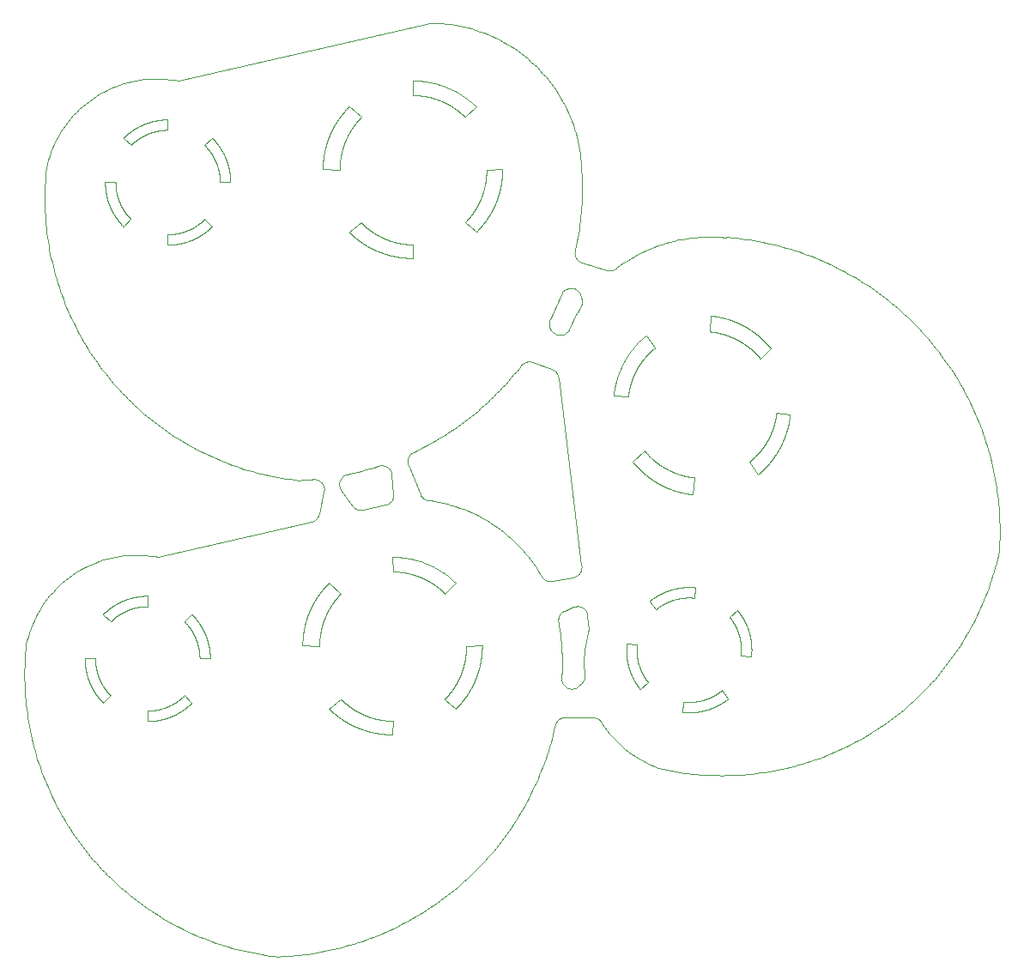
<source format=gko>
%MOIN*%
%OFA0B0*%
%FSLAX44Y44*%
%IPPOS*%
%LPD*%
%ADD10C,0*%
D10*
X00030314Y00023463D02*
X00030314Y00023463D01*
X00030313Y00023457D01*
X00030313Y00023452D01*
X00030312Y00023446D01*
X00030312Y00023440D01*
X00030311Y00023435D01*
X00030310Y00023429D01*
X00030310Y00023424D01*
X00030309Y00023418D01*
X00030308Y00023413D01*
X00030308Y00023407D01*
X00030307Y00023401D01*
X00030306Y00023396D01*
X00030306Y00023390D01*
X00030305Y00023385D01*
X00030303Y00023368D01*
X00030302Y00023362D01*
X00030301Y00023357D01*
X00030301Y00023351D01*
X00030300Y00023346D01*
X00030299Y00023340D01*
X00030298Y00023335D01*
X00030297Y00023329D01*
X00030297Y00023324D01*
X00030296Y00023318D01*
X00030295Y00023313D01*
X00030294Y00023307D01*
X00030293Y00023301D01*
X00030293Y00023296D01*
X00030292Y00023290D01*
X00030291Y00023285D01*
X00030290Y00023279D01*
X00030288Y00023268D01*
X00030287Y00023263D01*
X00030286Y00023257D01*
X00030286Y00023252D01*
X00030285Y00023246D01*
X00030283Y00023235D01*
X00030282Y00023230D01*
X00030281Y00023224D01*
X00030280Y00023219D01*
X00030279Y00023214D01*
X00030278Y00023208D01*
X00030277Y00023203D01*
X00030276Y00023197D01*
X00030275Y00023192D01*
X00030274Y00023186D01*
X00030273Y00023181D01*
X00030272Y00023175D01*
X00030270Y00023164D01*
X00030269Y00023159D01*
X00030266Y00023143D01*
X00030265Y00023137D01*
X00030264Y00023132D01*
X00030259Y00023110D01*
X00030258Y00023105D01*
X00030253Y00023083D01*
X00030252Y00023078D01*
X00030251Y00023072D01*
X00030250Y00023067D01*
X00030249Y00023062D01*
X00030248Y00023056D01*
X00030246Y00023051D01*
X00030245Y00023046D01*
X00030244Y00023040D01*
X00030243Y00023035D01*
X00030240Y00023024D01*
X00030239Y00023019D01*
X00030238Y00023013D01*
X00030236Y00023008D01*
X00030235Y00023003D01*
X00030234Y00022997D01*
X00030233Y00022992D01*
X00030231Y00022987D01*
X00030230Y00022981D01*
X00030228Y00022976D01*
X00030227Y00022971D01*
X00030226Y00022965D01*
X00030223Y00022955D01*
X00030222Y00022950D01*
X00030220Y00022944D01*
X00030219Y00022939D01*
X00030218Y00022934D01*
X00030216Y00022928D01*
X00030215Y00022923D01*
X00030214Y00022918D01*
X00030212Y00022912D01*
X00030211Y00022907D01*
X00030206Y00022891D01*
X00030205Y00022886D01*
X00030203Y00022881D01*
X00030199Y00022865D01*
X00030198Y00022860D01*
X00030196Y00022855D01*
X00030193Y00022844D01*
X00030190Y00022834D01*
X00030188Y00022828D01*
X00030187Y00022823D01*
X00030185Y00022818D01*
X00030184Y00022813D01*
X00030182Y00022808D01*
X00030181Y00022802D01*
X00030179Y00022797D01*
X00030177Y00022792D01*
X00030176Y00022787D01*
X00030174Y00022782D01*
X00030171Y00022771D01*
X00030169Y00022766D01*
X00030168Y00022761D01*
X00030163Y00022745D01*
X00030161Y00022740D01*
X00030158Y00022730D01*
X00030156Y00022725D01*
X00030154Y00022720D01*
X00030152Y00022715D01*
X00030151Y00022709D01*
X00030147Y00022699D01*
X00030146Y00022694D01*
X00030144Y00022689D01*
X00030142Y00022684D01*
X00030140Y00022679D01*
X00030139Y00022674D01*
X00030137Y00022668D01*
X00030135Y00022663D01*
X00030133Y00022658D01*
X00030131Y00022653D01*
X00030128Y00022643D01*
X00030126Y00022638D01*
X00030124Y00022633D01*
X00030120Y00022623D01*
X00030119Y00022618D01*
X00030115Y00022608D01*
X00030113Y00022603D01*
X00030111Y00022597D01*
X00030109Y00022592D01*
X00030107Y00022587D01*
X00030104Y00022577D01*
X00030102Y00022572D01*
X00030100Y00022567D01*
X00030098Y00022562D01*
X00030096Y00022557D01*
X00030094Y00022552D01*
X00030092Y00022547D01*
X00030090Y00022542D01*
X00030088Y00022537D01*
X00030086Y00022532D01*
X00030084Y00022527D01*
X00030082Y00022522D01*
X00030080Y00022517D01*
X00030078Y00022512D01*
X00030076Y00022507D01*
X00030074Y00022502D01*
X00030072Y00022497D01*
X00030070Y00022492D01*
X00030068Y00022487D01*
X00030066Y00022482D01*
X00030064Y00022477D01*
X00030062Y00022473D01*
X00030058Y00022463D01*
X00030056Y00022458D01*
X00030053Y00022453D01*
X00030051Y00022448D01*
X00030049Y00022443D01*
X00030047Y00022438D01*
X00030045Y00022433D01*
X00030043Y00022428D01*
X00030039Y00022418D01*
X00030036Y00022413D01*
X00030034Y00022409D01*
X00030032Y00022404D01*
X00030030Y00022399D01*
X00030028Y00022394D01*
X00030026Y00022389D01*
X00030023Y00022384D01*
X00030021Y00022379D01*
X00030019Y00022374D01*
X00030017Y00022370D01*
X00030015Y00022365D01*
X00030012Y00022360D01*
X00030010Y00022355D01*
X00030008Y00022350D01*
X00030006Y00022345D01*
X00030003Y00022341D01*
X00030001Y00022336D01*
X00029999Y00022331D01*
X00029997Y00022326D01*
X00029994Y00022321D01*
X00029992Y00022316D01*
X00029990Y00022312D01*
X00029987Y00022307D01*
X00029985Y00022302D01*
X00029983Y00022297D01*
X00029981Y00022292D01*
X00029978Y00022288D01*
X00029976Y00022283D01*
X00029974Y00022278D01*
X00029971Y00022273D01*
X00029969Y00022268D01*
X00029966Y00022264D01*
X00029964Y00022259D01*
X00029962Y00022254D01*
X00029959Y00022249D01*
X00029957Y00022245D01*
X00029955Y00022240D01*
X00029952Y00022235D01*
X00029950Y00022230D01*
X00029947Y00022226D01*
X00029945Y00022221D01*
X00029942Y00022216D01*
X00029940Y00022212D01*
X00029938Y00022207D01*
X00029935Y00022202D01*
X00029933Y00022197D01*
X00029928Y00022188D01*
X00029925Y00022183D01*
X00029923Y00022179D01*
X00029920Y00022174D01*
X00029918Y00022169D01*
X00029915Y00022165D01*
X00029913Y00022160D01*
X00029910Y00022155D01*
X00029908Y00022151D01*
X00029905Y00022146D01*
X00029903Y00022141D01*
X00029900Y00022137D01*
X00029897Y00022132D01*
X00029892Y00022123D01*
X00029890Y00022118D01*
X00029887Y00022114D01*
X00029885Y00022109D01*
X00029882Y00022104D01*
X00029877Y00022095D01*
X00029874Y00022090D01*
X00029872Y00022086D01*
X00029869Y00022081D01*
X00029866Y00022077D01*
X00029864Y00022072D01*
X00029861Y00022068D01*
X00029858Y00022063D01*
X00029856Y00022058D01*
X00029853Y00022054D01*
X00029848Y00022045D01*
X00029845Y00022040D01*
X00029842Y00022036D01*
X00029840Y00022031D01*
X00029837Y00022027D01*
X00029834Y00022022D01*
X00029831Y00022017D01*
X00029829Y00022013D01*
X00029826Y00022008D01*
X00029823Y00022004D01*
X00029820Y00021999D01*
X00029818Y00021995D01*
X00029815Y00021990D01*
X00029812Y00021986D01*
X00029809Y00021981D01*
X00029807Y00021977D01*
X00029804Y00021972D01*
X00029801Y00021968D01*
X00029798Y00021964D01*
X00029795Y00021959D01*
X00029793Y00021955D01*
X00029790Y00021950D01*
X00029787Y00021946D01*
X00029784Y00021941D01*
X00029781Y00021937D01*
X00029779Y00021932D01*
X00029776Y00021928D01*
X00029773Y00021924D01*
X00029770Y00021919D01*
X00029767Y00021915D01*
X00029764Y00021910D01*
X00029761Y00021906D01*
X00029758Y00021901D01*
X00029756Y00021897D01*
X00029753Y00021893D01*
X00029747Y00021884D01*
X00029744Y00021880D01*
X00029741Y00021875D01*
X00029738Y00021871D01*
X00029735Y00021866D01*
X00029732Y00021862D01*
X00029729Y00021858D01*
X00029726Y00021853D01*
X00029723Y00021849D01*
X00029717Y00021840D01*
X00029714Y00021836D01*
X00029708Y00021827D01*
X00029705Y00021823D01*
X00029702Y00021819D01*
X00029699Y00021814D01*
X00029696Y00021810D01*
X00029693Y00021806D01*
X00029690Y00021802D01*
X00029687Y00021797D01*
X00029684Y00021793D01*
X00029681Y00021789D01*
X00029678Y00021784D01*
X00029675Y00021780D01*
X00029672Y00021776D01*
X00029669Y00021772D01*
X00029663Y00021763D01*
X00029660Y00021759D01*
X00029657Y00021755D01*
X00029653Y00021750D01*
X00029650Y00021746D01*
X00029647Y00021742D01*
X00029644Y00021738D01*
X00029641Y00021734D01*
X00029638Y00021729D01*
X00029635Y00021725D01*
X00029632Y00021721D01*
X00029628Y00021717D01*
X00029625Y00021713D01*
X00029622Y00021708D01*
X00029619Y00021704D01*
X00029616Y00021700D01*
X00029613Y00021696D01*
X00029609Y00021692D01*
X00029606Y00021688D01*
X00029603Y00021683D01*
X00029600Y00021679D01*
X00029597Y00021675D01*
X00029593Y00021671D01*
X00029590Y00021667D01*
X00029587Y00021663D01*
X00029584Y00021659D01*
X00029580Y00021655D01*
X00029577Y00021650D01*
X00029574Y00021646D01*
X00029571Y00021642D01*
X00029567Y00021638D01*
X00029564Y00021634D01*
X00029561Y00021630D01*
X00029558Y00021626D01*
X00029554Y00021622D01*
X00029551Y00021618D01*
X00029548Y00021614D01*
X00029544Y00021610D01*
X00029541Y00021606D01*
X00029534Y00021598D01*
X00029531Y00021594D01*
X00029528Y00021589D01*
X00029524Y00021585D01*
X00029521Y00021581D01*
X00029518Y00021577D01*
X00029514Y00021573D01*
X00029511Y00021569D01*
X00029504Y00021561D01*
X00029501Y00021557D01*
X00029494Y00021549D01*
X00029491Y00021546D01*
X00029487Y00021542D01*
X00029484Y00021538D01*
X00029481Y00021534D01*
X00029477Y00021530D01*
X00029474Y00021526D01*
X00029470Y00021522D01*
X00029463Y00021514D01*
X00029460Y00021510D01*
X00029456Y00021506D01*
X00029453Y00021502D01*
X00029450Y00021498D01*
X00029446Y00021494D01*
X00029439Y00021487D01*
X00029436Y00021483D01*
X00029432Y00021479D01*
X00029429Y00021475D01*
X00029425Y00021471D01*
X00029422Y00021467D01*
X00029418Y00021463D01*
X00029415Y00021460D01*
X00029408Y00021452D01*
X00029404Y00021448D01*
X00029400Y00021444D01*
X00029397Y00021440D01*
X00029393Y00021437D01*
X00029390Y00021433D01*
X00029386Y00021429D01*
X00029383Y00021425D01*
X00029379Y00021421D01*
X00029375Y00021418D01*
X00029372Y00021414D01*
X00029365Y00021406D01*
X00029361Y00021402D01*
X00029358Y00021399D01*
X00029354Y00021395D01*
X00029350Y00021391D01*
X00029347Y00021387D01*
X00029343Y00021384D01*
X00029339Y00021380D01*
X00029336Y00021376D01*
X00029332Y00021372D01*
X00029325Y00021365D01*
X00029321Y00021361D01*
X00029317Y00021358D01*
X00029314Y00021354D01*
X00029310Y00021350D01*
X00029306Y00021347D01*
X00029303Y00021343D01*
X00029299Y00021339D01*
X00029295Y00021336D01*
X00029292Y00021332D01*
X00029288Y00021328D01*
X00029284Y00021325D01*
X00029280Y00021321D01*
X00029277Y00021317D01*
X00029269Y00021310D01*
X00029266Y00021306D01*
X00029262Y00021303D01*
X00029258Y00021299D01*
X00029254Y00021296D01*
X00029251Y00021292D01*
X00029247Y00021288D01*
X00029243Y00021285D01*
X00029235Y00021278D01*
X00029232Y00021274D01*
X00029228Y00021271D01*
X00029224Y00021267D01*
X00029220Y00021263D01*
X00029213Y00021256D01*
X00029209Y00021253D01*
X00029205Y00021249D01*
X00029201Y00021246D01*
X00029197Y00021242D01*
X00029193Y00021239D01*
X00029190Y00021235D01*
X00029186Y00021232D01*
X00029182Y00021228D01*
X00029178Y00021225D01*
X00029174Y00021221D01*
X00029170Y00021218D01*
X00029166Y00021214D01*
X00029163Y00021211D01*
X00029159Y00021207D01*
X00029155Y00021204D01*
X00029151Y00021200D01*
X00029147Y00021197D01*
X00029143Y00021194D01*
X00029139Y00021190D01*
X00029135Y00021187D01*
X00029131Y00021183D01*
X00029127Y00021180D01*
X00029123Y00021176D01*
X00029120Y00021173D01*
X00029116Y00021170D01*
X00029112Y00021166D01*
X00029108Y00021163D01*
X00029104Y00021160D01*
X00029100Y00021156D01*
X00029096Y00021153D01*
X00029092Y00021149D01*
X00029088Y00021146D01*
X00029080Y00021139D01*
X00029076Y00021136D01*
X00029072Y00021133D01*
X00029064Y00021126D01*
X00029060Y00021123D01*
X00029056Y00021120D01*
X00029052Y00021116D01*
X00028733Y00021621D01*
X00028736Y00021624D01*
X00028740Y00021627D01*
X00028743Y00021629D01*
X00028747Y00021632D01*
X00028750Y00021635D01*
X00028753Y00021638D01*
X00028757Y00021640D01*
X00028760Y00021643D01*
X00028763Y00021646D01*
X00028767Y00021648D01*
X00028770Y00021651D01*
X00028773Y00021654D01*
X00028777Y00021657D01*
X00028780Y00021659D01*
X00028783Y00021662D01*
X00028787Y00021665D01*
X00028790Y00021668D01*
X00028793Y00021671D01*
X00028796Y00021673D01*
X00028803Y00021679D01*
X00028810Y00021684D01*
X00028813Y00021687D01*
X00028819Y00021693D01*
X00028823Y00021696D01*
X00028826Y00021699D01*
X00028829Y00021701D01*
X00028832Y00021704D01*
X00028836Y00021707D01*
X00028839Y00021710D01*
X00028842Y00021713D01*
X00028845Y00021716D01*
X00028849Y00021718D01*
X00028852Y00021721D01*
X00028855Y00021724D01*
X00028858Y00021727D01*
X00028861Y00021730D01*
X00028865Y00021733D01*
X00028868Y00021736D01*
X00028871Y00021739D01*
X00028874Y00021741D01*
X00028877Y00021744D01*
X00028881Y00021747D01*
X00028884Y00021750D01*
X00028887Y00021753D01*
X00028890Y00021756D01*
X00028893Y00021759D01*
X00028896Y00021762D01*
X00028903Y00021768D01*
X00028906Y00021771D01*
X00028909Y00021774D01*
X00028912Y00021776D01*
X00028915Y00021779D01*
X00028918Y00021782D01*
X00028922Y00021785D01*
X00028925Y00021788D01*
X00028928Y00021791D01*
X00028931Y00021794D01*
X00028934Y00021797D01*
X00028937Y00021800D01*
X00028940Y00021803D01*
X00028943Y00021806D01*
X00028953Y00021815D01*
X00028959Y00021821D01*
X00028962Y00021824D01*
X00028965Y00021827D01*
X00028968Y00021830D01*
X00028971Y00021833D01*
X00028974Y00021836D01*
X00028977Y00021839D01*
X00028980Y00021843D01*
X00028983Y00021846D01*
X00028986Y00021849D01*
X00028989Y00021852D01*
X00028992Y00021855D01*
X00028995Y00021858D01*
X00028998Y00021861D01*
X00029001Y00021864D01*
X00029004Y00021867D01*
X00029007Y00021870D01*
X00029010Y00021873D01*
X00029013Y00021876D01*
X00029016Y00021879D01*
X00029019Y00021883D01*
X00029022Y00021886D01*
X00029025Y00021889D01*
X00029031Y00021895D01*
X00029034Y00021898D01*
X00029037Y00021901D01*
X00029040Y00021905D01*
X00029043Y00021908D01*
X00029046Y00021911D01*
X00029049Y00021914D01*
X00029052Y00021917D01*
X00029055Y00021920D01*
X00029058Y00021923D01*
X00029061Y00021927D01*
X00029063Y00021930D01*
X00029066Y00021933D01*
X00029069Y00021936D01*
X00029072Y00021939D01*
X00029075Y00021943D01*
X00029078Y00021946D01*
X00029081Y00021949D01*
X00029084Y00021952D01*
X00029087Y00021955D01*
X00029092Y00021962D01*
X00029095Y00021965D01*
X00029098Y00021968D01*
X00029101Y00021972D01*
X00029107Y00021978D01*
X00029109Y00021981D01*
X00029112Y00021984D01*
X00029115Y00021988D01*
X00029118Y00021991D01*
X00029121Y00021994D01*
X00029124Y00021998D01*
X00029126Y00022001D01*
X00029129Y00022004D01*
X00029132Y00022007D01*
X00029135Y00022011D01*
X00029140Y00022017D01*
X00029143Y00022021D01*
X00029146Y00022024D01*
X00029149Y00022027D01*
X00029151Y00022030D01*
X00029154Y00022034D01*
X00029157Y00022037D01*
X00029160Y00022040D01*
X00029162Y00022044D01*
X00029165Y00022047D01*
X00029168Y00022050D01*
X00029171Y00022054D01*
X00029173Y00022057D01*
X00029176Y00022061D01*
X00029179Y00022064D01*
X00029181Y00022067D01*
X00029184Y00022071D01*
X00029187Y00022074D01*
X00029189Y00022077D01*
X00029192Y00022081D01*
X00029195Y00022084D01*
X00029198Y00022087D01*
X00029200Y00022091D01*
X00029203Y00022094D01*
X00029206Y00022098D01*
X00029208Y00022101D01*
X00029211Y00022104D01*
X00029213Y00022108D01*
X00029216Y00022111D01*
X00029219Y00022115D01*
X00029221Y00022118D01*
X00029227Y00022125D01*
X00029229Y00022128D01*
X00029234Y00022135D01*
X00029237Y00022139D01*
X00029240Y00022142D01*
X00029245Y00022149D01*
X00029247Y00022153D01*
X00029250Y00022156D01*
X00029253Y00022160D01*
X00029255Y00022163D01*
X00029258Y00022167D01*
X00029260Y00022170D01*
X00029263Y00022174D01*
X00029265Y00022177D01*
X00029268Y00022181D01*
X00029270Y00022184D01*
X00029276Y00022191D01*
X00029278Y00022195D01*
X00029281Y00022198D01*
X00029283Y00022202D01*
X00029286Y00022205D01*
X00029288Y00022209D01*
X00029291Y00022212D01*
X00029293Y00022216D01*
X00029296Y00022219D01*
X00029298Y00022223D01*
X00029300Y00022226D01*
X00029303Y00022230D01*
X00029305Y00022233D01*
X00029310Y00022241D01*
X00029315Y00022248D01*
X00029318Y00022251D01*
X00029320Y00022255D01*
X00029322Y00022259D01*
X00029325Y00022262D01*
X00029327Y00022266D01*
X00029330Y00022269D01*
X00029332Y00022273D01*
X00029335Y00022276D01*
X00029337Y00022280D01*
X00029339Y00022284D01*
X00029342Y00022287D01*
X00029344Y00022291D01*
X00029346Y00022295D01*
X00029349Y00022298D01*
X00029351Y00022302D01*
X00029354Y00022305D01*
X00029356Y00022309D01*
X00029358Y00022313D01*
X00029363Y00022320D01*
X00029365Y00022324D01*
X00029368Y00022327D01*
X00029370Y00022331D01*
X00029374Y00022338D01*
X00029377Y00022342D01*
X00029379Y00022346D01*
X00029381Y00022349D01*
X00029384Y00022353D01*
X00029386Y00022357D01*
X00029388Y00022361D01*
X00029393Y00022368D01*
X00029395Y00022372D01*
X00029397Y00022375D01*
X00029399Y00022379D01*
X00029402Y00022383D01*
X00029404Y00022386D01*
X00029406Y00022390D01*
X00029408Y00022394D01*
X00029413Y00022401D01*
X00029415Y00022405D01*
X00029417Y00022409D01*
X00029419Y00022413D01*
X00029422Y00022416D01*
X00029424Y00022420D01*
X00029426Y00022424D01*
X00029428Y00022428D01*
X00029430Y00022431D01*
X00029433Y00022435D01*
X00029435Y00022439D01*
X00029439Y00022447D01*
X00029441Y00022450D01*
X00029443Y00022454D01*
X00029445Y00022458D01*
X00029448Y00022462D01*
X00029450Y00022466D01*
X00029452Y00022469D01*
X00029454Y00022473D01*
X00029458Y00022481D01*
X00029460Y00022485D01*
X00029462Y00022488D01*
X00029464Y00022492D01*
X00029466Y00022496D01*
X00029468Y00022500D01*
X00029470Y00022504D01*
X00029473Y00022508D01*
X00029475Y00022511D01*
X00029477Y00022515D01*
X00029481Y00022523D01*
X00029485Y00022531D01*
X00029487Y00022535D01*
X00029489Y00022539D01*
X00029491Y00022542D01*
X00029493Y00022546D01*
X00029495Y00022550D01*
X00029499Y00022558D01*
X00029501Y00022562D01*
X00029503Y00022566D01*
X00029505Y00022570D01*
X00029507Y00022574D01*
X00029509Y00022577D01*
X00029511Y00022581D01*
X00029512Y00022585D01*
X00029514Y00022589D01*
X00029516Y00022593D01*
X00029518Y00022597D01*
X00029520Y00022601D01*
X00029522Y00022605D01*
X00029524Y00022609D01*
X00029526Y00022613D01*
X00029528Y00022617D01*
X00029530Y00022621D01*
X00029532Y00022625D01*
X00029533Y00022629D01*
X00029535Y00022633D01*
X00029539Y00022640D01*
X00029541Y00022644D01*
X00029543Y00022648D01*
X00029545Y00022652D01*
X00029546Y00022656D01*
X00029548Y00022660D01*
X00029550Y00022664D01*
X00029552Y00022668D01*
X00029554Y00022672D01*
X00029555Y00022676D01*
X00029559Y00022684D01*
X00029561Y00022688D01*
X00029563Y00022692D01*
X00029564Y00022696D01*
X00029566Y00022700D01*
X00029568Y00022704D01*
X00029571Y00022712D01*
X00029575Y00022720D01*
X00029578Y00022729D01*
X00029580Y00022733D01*
X00029582Y00022737D01*
X00029583Y00022741D01*
X00029585Y00022745D01*
X00029587Y00022749D01*
X00029589Y00022753D01*
X00029590Y00022757D01*
X00029592Y00022761D01*
X00029594Y00022765D01*
X00029595Y00022769D01*
X00029597Y00022773D01*
X00029599Y00022777D01*
X00029600Y00022781D01*
X00029602Y00022785D01*
X00029604Y00022790D01*
X00029607Y00022798D01*
X00029608Y00022802D01*
X00029610Y00022806D01*
X00029612Y00022810D01*
X00029613Y00022814D01*
X00029615Y00022818D01*
X00029616Y00022822D01*
X00029618Y00022826D01*
X00029620Y00022831D01*
X00029621Y00022835D01*
X00029623Y00022839D01*
X00029626Y00022847D01*
X00029627Y00022851D01*
X00029629Y00022855D01*
X00029630Y00022860D01*
X00029632Y00022864D01*
X00029633Y00022868D01*
X00029635Y00022872D01*
X00029637Y00022876D01*
X00029641Y00022889D01*
X00029642Y00022893D01*
X00029644Y00022897D01*
X00029650Y00022914D01*
X00029653Y00022922D01*
X00029654Y00022926D01*
X00029657Y00022935D01*
X00029658Y00022939D01*
X00029660Y00022943D01*
X00029661Y00022947D01*
X00029663Y00022952D01*
X00029664Y00022956D01*
X00029665Y00022960D01*
X00029667Y00022964D01*
X00029668Y00022968D01*
X00029669Y00022973D01*
X00029671Y00022977D01*
X00029672Y00022981D01*
X00029675Y00022990D01*
X00029676Y00022994D01*
X00029677Y00022998D01*
X00029679Y00023002D01*
X00029680Y00023007D01*
X00029681Y00023011D01*
X00029684Y00023019D01*
X00029685Y00023024D01*
X00029686Y00023028D01*
X00029688Y00023032D01*
X00029689Y00023037D01*
X00029690Y00023041D01*
X00029691Y00023045D01*
X00029693Y00023049D01*
X00029694Y00023054D01*
X00029696Y00023062D01*
X00029698Y00023067D01*
X00029699Y00023071D01*
X00029700Y00023075D01*
X00029701Y00023079D01*
X00029702Y00023084D01*
X00029704Y00023088D01*
X00029705Y00023092D01*
X00029706Y00023097D01*
X00029707Y00023101D01*
X00029708Y00023105D01*
X00029709Y00023110D01*
X00029712Y00023118D01*
X00029713Y00023123D01*
X00029715Y00023131D01*
X00029716Y00023136D01*
X00029717Y00023140D01*
X00029718Y00023144D01*
X00029719Y00023149D01*
X00029722Y00023157D01*
X00029723Y00023162D01*
X00029724Y00023166D01*
X00029725Y00023171D01*
X00029727Y00023179D01*
X00029728Y00023184D01*
X00029729Y00023188D01*
X00029730Y00023192D01*
X00029731Y00023197D01*
X00029732Y00023201D01*
X00029733Y00023206D01*
X00029734Y00023210D01*
X00029735Y00023214D01*
X00029737Y00023223D01*
X00029738Y00023228D01*
X00029742Y00023245D01*
X00029743Y00023250D01*
X00029748Y00023276D01*
X00029749Y00023281D01*
X00029750Y00023285D01*
X00029751Y00023290D01*
X00029753Y00023298D01*
X00029753Y00023303D01*
X00029754Y00023307D01*
X00029755Y00023312D01*
X00029756Y00023316D01*
X00029757Y00023321D01*
X00029757Y00023325D01*
X00029758Y00023330D01*
X00029759Y00023334D01*
X00029760Y00023339D01*
X00029761Y00023343D01*
X00029761Y00023348D01*
X00029762Y00023352D01*
X00029763Y00023357D01*
X00029764Y00023361D01*
X00029765Y00023366D01*
X00029765Y00023370D01*
X00029766Y00023375D01*
X00029767Y00023379D01*
X00029768Y00023388D01*
X00029769Y00023393D01*
X00029770Y00023397D01*
X00029770Y00023402D01*
X00029771Y00023406D01*
X00029772Y00023411D01*
X00029772Y00023415D01*
X00029773Y00023420D01*
X00029774Y00023429D01*
X00029775Y00023433D01*
X00029776Y00023442D01*
X00029777Y00023447D01*
X00029779Y00023460D01*
X00029779Y00023465D01*
X00029780Y00023470D01*
X00029780Y00023474D01*
X00029781Y00023479D01*
X00029782Y00023483D01*
X00029782Y00023488D01*
X00029783Y00023492D01*
X00029783Y00023497D01*
X00029784Y00023501D01*
X00029784Y00023506D01*
X00029785Y00023511D01*
X00029785Y00023515D01*
X00029786Y00023520D01*
X00029786Y00023524D01*
X00029787Y00023529D01*
X00029787Y00023533D01*
X00029788Y00023538D01*
X00030314Y00023463D01*
X00028804Y00014061D02*
X00028804Y00014061D01*
X00028401Y00014103D01*
X00028402Y00014110D01*
X00028403Y00014116D01*
X00028403Y00014123D01*
X00028404Y00014129D01*
X00028404Y00014136D01*
X00028405Y00014142D01*
X00028405Y00014149D01*
X00028406Y00014155D01*
X00028407Y00014168D01*
X00028407Y00014175D01*
X00028408Y00014181D01*
X00028408Y00014188D01*
X00028409Y00014194D01*
X00028409Y00014201D01*
X00028409Y00014207D01*
X00028410Y00014214D01*
X00028410Y00014220D01*
X00028411Y00014227D01*
X00028411Y00014233D01*
X00028411Y00014240D01*
X00028411Y00014253D01*
X00028412Y00014259D01*
X00028412Y00014265D01*
X00028412Y00014272D01*
X00028412Y00014278D01*
X00028412Y00014285D01*
X00028412Y00014291D01*
X00028412Y00014298D01*
X00028412Y00014304D01*
X00028412Y00014310D01*
X00028412Y00014317D01*
X00028412Y00014323D01*
X00028412Y00014330D01*
X00028412Y00014336D01*
X00028412Y00014343D01*
X00028412Y00014349D01*
X00028412Y00014355D01*
X00028412Y00014362D01*
X00028412Y00014368D01*
X00028412Y00014374D01*
X00028411Y00014381D01*
X00028411Y00014387D01*
X00028411Y00014394D01*
X00028411Y00014400D01*
X00028411Y00014406D01*
X00028410Y00014413D01*
X00028410Y00014419D01*
X00028410Y00014425D01*
X00028409Y00014432D01*
X00028409Y00014444D01*
X00028408Y00014451D01*
X00028408Y00014457D01*
X00028407Y00014463D01*
X00028407Y00014470D01*
X00028406Y00014476D01*
X00028406Y00014482D01*
X00028405Y00014489D01*
X00028405Y00014495D01*
X00028404Y00014501D01*
X00028403Y00014508D01*
X00028403Y00014514D01*
X00028402Y00014520D01*
X00028402Y00014526D01*
X00028401Y00014533D01*
X00028400Y00014539D01*
X00028400Y00014545D01*
X00028399Y00014551D01*
X00028398Y00014558D01*
X00028397Y00014564D01*
X00028397Y00014570D01*
X00028396Y00014576D01*
X00028395Y00014583D01*
X00028394Y00014589D01*
X00028393Y00014595D01*
X00028392Y00014601D01*
X00028392Y00014608D01*
X00028391Y00014614D01*
X00028390Y00014620D01*
X00028389Y00014626D01*
X00028388Y00014632D01*
X00028387Y00014638D01*
X00028386Y00014645D01*
X00028385Y00014651D01*
X00028384Y00014657D01*
X00028383Y00014663D01*
X00028382Y00014669D01*
X00028380Y00014675D01*
X00028379Y00014682D01*
X00028378Y00014688D01*
X00028377Y00014694D01*
X00028376Y00014700D01*
X00028375Y00014706D01*
X00028374Y00014712D01*
X00028372Y00014718D01*
X00028371Y00014724D01*
X00028370Y00014731D01*
X00028369Y00014737D01*
X00028367Y00014743D01*
X00028366Y00014749D01*
X00028365Y00014755D01*
X00028363Y00014761D01*
X00028362Y00014767D01*
X00028360Y00014773D01*
X00028359Y00014779D01*
X00028358Y00014785D01*
X00028356Y00014791D01*
X00028355Y00014797D01*
X00028353Y00014803D01*
X00028352Y00014809D01*
X00028350Y00014815D01*
X00028349Y00014821D01*
X00028347Y00014827D01*
X00028345Y00014833D01*
X00028344Y00014839D01*
X00028342Y00014845D01*
X00028341Y00014851D01*
X00028339Y00014857D01*
X00028337Y00014863D01*
X00028336Y00014869D01*
X00028334Y00014875D01*
X00028332Y00014881D01*
X00028331Y00014887D01*
X00028329Y00014893D01*
X00028327Y00014899D01*
X00028325Y00014905D01*
X00028323Y00014910D01*
X00028322Y00014916D01*
X00028320Y00014922D01*
X00028318Y00014928D01*
X00028316Y00014934D01*
X00028314Y00014940D01*
X00028312Y00014946D01*
X00028310Y00014952D01*
X00028308Y00014957D01*
X00028306Y00014963D01*
X00028304Y00014969D01*
X00028302Y00014975D01*
X00028300Y00014981D01*
X00028298Y00014986D01*
X00028296Y00014992D01*
X00028294Y00014998D01*
X00028292Y00015004D01*
X00028290Y00015010D01*
X00028288Y00015015D01*
X00028286Y00015021D01*
X00028284Y00015027D01*
X00028282Y00015033D01*
X00028279Y00015038D01*
X00028277Y00015044D01*
X00028275Y00015050D01*
X00028273Y00015056D01*
X00028270Y00015061D01*
X00028268Y00015067D01*
X00028266Y00015073D01*
X00028264Y00015078D01*
X00028261Y00015084D01*
X00028259Y00015090D01*
X00028257Y00015095D01*
X00028254Y00015101D01*
X00028252Y00015107D01*
X00028249Y00015112D01*
X00028247Y00015118D01*
X00028245Y00015123D01*
X00028242Y00015129D01*
X00028240Y00015135D01*
X00028237Y00015140D01*
X00028235Y00015146D01*
X00028232Y00015151D01*
X00028230Y00015157D01*
X00028227Y00015163D01*
X00028224Y00015168D01*
X00028222Y00015174D01*
X00028219Y00015179D01*
X00028217Y00015185D01*
X00028214Y00015190D01*
X00028211Y00015196D01*
X00028209Y00015201D01*
X00028206Y00015207D01*
X00028203Y00015212D01*
X00028201Y00015218D01*
X00028198Y00015223D01*
X00028195Y00015229D01*
X00028192Y00015234D01*
X00028190Y00015239D01*
X00028187Y00015245D01*
X00028184Y00015250D01*
X00028181Y00015256D01*
X00028178Y00015261D01*
X00028175Y00015266D01*
X00028173Y00015272D01*
X00028170Y00015277D01*
X00028167Y00015283D01*
X00028164Y00015288D01*
X00028161Y00015293D01*
X00028158Y00015299D01*
X00028155Y00015304D01*
X00028152Y00015309D01*
X00028149Y00015315D01*
X00028146Y00015320D01*
X00028143Y00015325D01*
X00028140Y00015330D01*
X00028137Y00015336D01*
X00028134Y00015341D01*
X00028131Y00015346D01*
X00028128Y00015351D01*
X00028124Y00015357D01*
X00028121Y00015362D01*
X00028118Y00015367D01*
X00028115Y00015372D01*
X00028112Y00015377D01*
X00028109Y00015383D01*
X00028105Y00015388D01*
X00028102Y00015393D01*
X00028099Y00015398D01*
X00028096Y00015403D01*
X00028092Y00015408D01*
X00028089Y00015413D01*
X00028086Y00015419D01*
X00028082Y00015424D01*
X00028079Y00015429D01*
X00028076Y00015434D01*
X00028072Y00015439D01*
X00028069Y00015444D01*
X00028066Y00015449D01*
X00028062Y00015454D01*
X00028059Y00015459D01*
X00028055Y00015464D01*
X00028052Y00015469D01*
X00028048Y00015474D01*
X00028045Y00015479D01*
X00028041Y00015484D01*
X00028038Y00015489D01*
X00028034Y00015494D01*
X00028031Y00015499D01*
X00028027Y00015504D01*
X00028024Y00015509D01*
X00028020Y00015514D01*
X00028017Y00015519D01*
X00028013Y00015523D01*
X00028009Y00015528D01*
X00028006Y00015533D01*
X00028002Y00015538D01*
X00027998Y00015543D01*
X00027995Y00015548D01*
X00027991Y00015552D01*
X00027987Y00015557D01*
X00027983Y00015562D01*
X00027980Y00015567D01*
X00027976Y00015572D01*
X00027972Y00015576D01*
X00027968Y00015581D01*
X00027965Y00015586D01*
X00027961Y00015591D01*
X00028276Y00015846D01*
X00028278Y00015843D01*
X00028280Y00015840D01*
X00028283Y00015837D01*
X00028285Y00015835D01*
X00028287Y00015832D01*
X00028289Y00015829D01*
X00028292Y00015826D01*
X00028294Y00015823D01*
X00028296Y00015820D01*
X00028299Y00015817D01*
X00028301Y00015815D01*
X00028303Y00015812D01*
X00028305Y00015809D01*
X00028307Y00015806D01*
X00028310Y00015803D01*
X00028312Y00015800D01*
X00028314Y00015797D01*
X00028316Y00015794D01*
X00028319Y00015791D01*
X00028321Y00015789D01*
X00028323Y00015786D01*
X00028325Y00015783D01*
X00028327Y00015780D01*
X00028330Y00015777D01*
X00028332Y00015774D01*
X00028334Y00015771D01*
X00028336Y00015768D01*
X00028338Y00015765D01*
X00028341Y00015762D01*
X00028343Y00015759D01*
X00028345Y00015756D01*
X00028347Y00015753D01*
X00028349Y00015751D01*
X00028351Y00015748D01*
X00028353Y00015745D01*
X00028356Y00015742D01*
X00028358Y00015739D01*
X00028360Y00015736D01*
X00028362Y00015733D01*
X00028364Y00015730D01*
X00028366Y00015727D01*
X00028368Y00015724D01*
X00028370Y00015721D01*
X00028373Y00015718D01*
X00028375Y00015715D01*
X00028377Y00015712D01*
X00028379Y00015709D01*
X00028383Y00015703D01*
X00028387Y00015697D01*
X00028389Y00015694D01*
X00028391Y00015691D01*
X00028393Y00015688D01*
X00028396Y00015685D01*
X00028398Y00015682D01*
X00028400Y00015679D01*
X00028402Y00015676D01*
X00028404Y00015673D01*
X00028406Y00015670D01*
X00028408Y00015667D01*
X00028410Y00015664D01*
X00028412Y00015661D01*
X00028414Y00015658D01*
X00028416Y00015655D01*
X00028418Y00015652D01*
X00028420Y00015649D01*
X00028422Y00015646D01*
X00028424Y00015642D01*
X00028426Y00015639D01*
X00028428Y00015636D01*
X00028430Y00015633D01*
X00028432Y00015630D01*
X00028434Y00015627D01*
X00028436Y00015624D01*
X00028438Y00015621D01*
X00028440Y00015618D01*
X00028444Y00015612D01*
X00028446Y00015609D01*
X00028447Y00015606D01*
X00028449Y00015602D01*
X00028451Y00015599D01*
X00028453Y00015596D01*
X00028457Y00015590D01*
X00028459Y00015587D01*
X00028461Y00015584D01*
X00028463Y00015581D01*
X00028465Y00015578D01*
X00028467Y00015574D01*
X00028469Y00015571D01*
X00028470Y00015568D01*
X00028472Y00015565D01*
X00028474Y00015562D01*
X00028478Y00015556D01*
X00028480Y00015552D01*
X00028482Y00015549D01*
X00028483Y00015546D01*
X00028485Y00015543D01*
X00028487Y00015540D01*
X00028489Y00015537D01*
X00028491Y00015534D01*
X00028493Y00015530D01*
X00028494Y00015527D01*
X00028496Y00015524D01*
X00028498Y00015521D01*
X00028500Y00015518D01*
X00028502Y00015515D01*
X00028504Y00015511D01*
X00028505Y00015508D01*
X00028507Y00015505D01*
X00028509Y00015502D01*
X00028511Y00015499D01*
X00028512Y00015495D01*
X00028516Y00015489D01*
X00028518Y00015486D01*
X00028520Y00015483D01*
X00028523Y00015476D01*
X00028525Y00015473D01*
X00028528Y00015467D01*
X00028530Y00015463D01*
X00028532Y00015460D01*
X00028533Y00015457D01*
X00028535Y00015454D01*
X00028537Y00015450D01*
X00028539Y00015447D01*
X00028540Y00015444D01*
X00028542Y00015441D01*
X00028544Y00015437D01*
X00028545Y00015434D01*
X00028549Y00015428D01*
X00028550Y00015424D01*
X00028554Y00015418D01*
X00028555Y00015415D01*
X00028559Y00015408D01*
X00028560Y00015405D01*
X00028562Y00015402D01*
X00028564Y00015398D01*
X00028565Y00015395D01*
X00028567Y00015392D01*
X00028569Y00015388D01*
X00028570Y00015385D01*
X00028575Y00015375D01*
X00028577Y00015372D01*
X00028578Y00015369D01*
X00028580Y00015365D01*
X00028581Y00015362D01*
X00028583Y00015359D01*
X00028585Y00015355D01*
X00028586Y00015352D01*
X00028588Y00015349D01*
X00028589Y00015345D01*
X00028591Y00015342D01*
X00028592Y00015339D01*
X00028594Y00015335D01*
X00028595Y00015332D01*
X00028597Y00015329D01*
X00028598Y00015325D01*
X00028600Y00015322D01*
X00028602Y00015319D01*
X00028603Y00015315D01*
X00028605Y00015312D01*
X00028606Y00015309D01*
X00028608Y00015305D01*
X00028609Y00015302D01*
X00028611Y00015299D01*
X00028612Y00015295D01*
X00028615Y00015289D01*
X00028616Y00015285D01*
X00028618Y00015282D01*
X00028619Y00015278D01*
X00028621Y00015275D01*
X00028622Y00015272D01*
X00028624Y00015268D01*
X00028625Y00015265D01*
X00028627Y00015262D01*
X00028628Y00015258D01*
X00028629Y00015255D01*
X00028631Y00015251D01*
X00028632Y00015248D01*
X00028634Y00015245D01*
X00028635Y00015241D01*
X00028638Y00015234D01*
X00028639Y00015231D01*
X00028641Y00015228D01*
X00028642Y00015224D01*
X00028643Y00015221D01*
X00028645Y00015217D01*
X00028646Y00015214D01*
X00028648Y00015211D01*
X00028649Y00015207D01*
X00028652Y00015200D01*
X00028653Y00015197D01*
X00028654Y00015193D01*
X00028656Y00015190D01*
X00028657Y00015187D01*
X00028658Y00015183D01*
X00028660Y00015180D01*
X00028661Y00015176D01*
X00028662Y00015173D01*
X00028663Y00015169D01*
X00028666Y00015162D01*
X00028667Y00015159D01*
X00028669Y00015156D01*
X00028670Y00015152D01*
X00028672Y00015145D01*
X00028674Y00015142D01*
X00028675Y00015138D01*
X00028676Y00015135D01*
X00028677Y00015131D01*
X00028679Y00015128D01*
X00028680Y00015124D01*
X00028681Y00015121D01*
X00028682Y00015117D01*
X00028684Y00015114D01*
X00028685Y00015110D01*
X00028686Y00015107D01*
X00028687Y00015103D01*
X00028688Y00015100D01*
X00028690Y00015096D01*
X00028691Y00015093D01*
X00028692Y00015089D01*
X00028693Y00015086D01*
X00028694Y00015082D01*
X00028695Y00015079D01*
X00028697Y00015075D01*
X00028698Y00015072D01*
X00028700Y00015065D01*
X00028702Y00015058D01*
X00028703Y00015054D01*
X00028705Y00015051D01*
X00028706Y00015047D01*
X00028707Y00015044D01*
X00028708Y00015040D01*
X00028709Y00015037D01*
X00028710Y00015033D01*
X00028711Y00015030D01*
X00028712Y00015026D01*
X00028713Y00015023D01*
X00028714Y00015019D01*
X00028715Y00015015D01*
X00028717Y00015012D01*
X00028719Y00015005D01*
X00028720Y00015001D01*
X00028721Y00014998D01*
X00028722Y00014994D01*
X00028723Y00014991D01*
X00028724Y00014987D01*
X00028725Y00014983D01*
X00028726Y00014980D01*
X00028727Y00014976D01*
X00028728Y00014973D01*
X00028729Y00014969D01*
X00028730Y00014966D01*
X00028732Y00014958D01*
X00028733Y00014955D01*
X00028734Y00014951D01*
X00028735Y00014948D01*
X00028736Y00014944D01*
X00028737Y00014940D01*
X00028738Y00014937D01*
X00028739Y00014933D01*
X00028741Y00014926D01*
X00028741Y00014923D01*
X00028742Y00014919D01*
X00028744Y00014912D01*
X00028745Y00014908D01*
X00028746Y00014904D01*
X00028747Y00014901D01*
X00028748Y00014897D01*
X00028750Y00014890D01*
X00028750Y00014886D01*
X00028751Y00014883D01*
X00028753Y00014876D01*
X00028754Y00014872D01*
X00028755Y00014868D01*
X00028756Y00014865D01*
X00028756Y00014861D01*
X00028757Y00014857D01*
X00028758Y00014854D01*
X00028759Y00014850D01*
X00028760Y00014846D01*
X00028761Y00014843D01*
X00028761Y00014839D01*
X00028762Y00014836D01*
X00028764Y00014828D01*
X00028764Y00014825D01*
X00028765Y00014821D01*
X00028766Y00014817D01*
X00028767Y00014814D01*
X00028768Y00014810D01*
X00028768Y00014806D01*
X00028769Y00014803D01*
X00028771Y00014795D01*
X00028772Y00014788D01*
X00028773Y00014784D01*
X00028774Y00014781D01*
X00028774Y00014777D01*
X00028775Y00014773D01*
X00028776Y00014770D01*
X00028776Y00014766D01*
X00028777Y00014762D01*
X00028778Y00014759D01*
X00028779Y00014755D01*
X00028779Y00014751D01*
X00028780Y00014748D01*
X00028780Y00014744D01*
X00028781Y00014740D01*
X00028782Y00014733D01*
X00028783Y00014729D01*
X00028785Y00014718D01*
X00028787Y00014707D01*
X00028787Y00014703D01*
X00028788Y00014699D01*
X00028788Y00014696D01*
X00028791Y00014681D01*
X00028792Y00014677D01*
X00028792Y00014673D01*
X00028793Y00014666D01*
X00028794Y00014662D01*
X00028794Y00014659D01*
X00028795Y00014655D01*
X00028795Y00014651D01*
X00028796Y00014647D01*
X00028796Y00014644D01*
X00028797Y00014640D01*
X00028797Y00014636D01*
X00028798Y00014629D01*
X00028799Y00014625D01*
X00028800Y00014614D01*
X00028801Y00014610D01*
X00028801Y00014606D01*
X00028802Y00014602D01*
X00028802Y00014599D01*
X00028802Y00014595D01*
X00028803Y00014591D01*
X00028803Y00014587D01*
X00028804Y00014584D01*
X00028804Y00014580D01*
X00028804Y00014576D01*
X00028805Y00014572D01*
X00028805Y00014569D01*
X00028805Y00014565D01*
X00028806Y00014561D01*
X00028806Y00014557D01*
X00028807Y00014554D01*
X00028807Y00014550D01*
X00028807Y00014546D01*
X00028808Y00014542D01*
X00028808Y00014538D01*
X00028809Y00014531D01*
X00028809Y00014527D01*
X00028809Y00014523D01*
X00028810Y00014520D01*
X00028810Y00014512D01*
X00028811Y00014508D01*
X00028811Y00014504D01*
X00028811Y00014501D01*
X00028811Y00014497D01*
X00028812Y00014489D01*
X00028812Y00014485D01*
X00028813Y00014478D01*
X00028813Y00014474D01*
X00028814Y00014466D01*
X00028814Y00014463D01*
X00028814Y00014459D01*
X00028814Y00014455D01*
X00028815Y00014451D01*
X00028815Y00014447D01*
X00028815Y00014444D01*
X00028815Y00014440D01*
X00028815Y00014436D01*
X00028815Y00014432D01*
X00028815Y00014428D01*
X00028816Y00014425D01*
X00028816Y00014421D01*
X00028816Y00014413D01*
X00028816Y00014409D01*
X00028816Y00014406D01*
X00028817Y00014402D01*
X00028817Y00014394D01*
X00028817Y00014390D01*
X00028817Y00014383D01*
X00028817Y00014375D01*
X00028817Y00014371D01*
X00028818Y00014356D01*
X00028818Y00014352D01*
X00028818Y00014344D01*
X00028818Y00014336D01*
X00028818Y00014333D01*
X00028818Y00014321D01*
X00028818Y00014317D01*
X00028818Y00014313D01*
X00028818Y00014310D01*
X00028818Y00014306D01*
X00028818Y00014302D01*
X00028818Y00014298D01*
X00028818Y00014294D01*
X00028818Y00014290D01*
X00028818Y00014286D01*
X00028818Y00014283D01*
X00028818Y00014279D01*
X00028818Y00014275D01*
X00028817Y00014271D01*
X00028817Y00014267D01*
X00028817Y00014263D01*
X00028817Y00014259D01*
X00028817Y00014255D01*
X00028817Y00014252D01*
X00028817Y00014248D01*
X00028817Y00014244D01*
X00028817Y00014240D01*
X00028817Y00014236D01*
X00028817Y00014232D01*
X00028816Y00014228D01*
X00028816Y00014225D01*
X00028816Y00014221D01*
X00028816Y00014217D01*
X00028816Y00014213D01*
X00028815Y00014205D01*
X00028815Y00014201D01*
X00028815Y00014197D01*
X00028815Y00014193D01*
X00028815Y00014190D01*
X00028814Y00014186D01*
X00028814Y00014182D01*
X00028814Y00014178D01*
X00028814Y00014170D01*
X00028813Y00014166D01*
X00028813Y00014158D01*
X00028813Y00014155D01*
X00028812Y00014151D01*
X00028812Y00014147D01*
X00028811Y00014139D01*
X00028811Y00014135D01*
X00028811Y00014131D01*
X00028811Y00014127D01*
X00028810Y00014123D01*
X00028810Y00014120D01*
X00028810Y00014116D01*
X00028809Y00014112D01*
X00028809Y00014108D01*
X00028809Y00014104D01*
X00028808Y00014100D01*
X00028808Y00014096D01*
X00028808Y00014092D01*
X00028807Y00014084D01*
X00028806Y00014080D01*
X00028806Y00014077D01*
X00028806Y00014073D01*
X00028805Y00014069D01*
X00028805Y00014065D01*
X00028804Y00014061D01*
X00027916Y00012425D02*
X00027916Y00012425D01*
X00027913Y00012422D01*
X00027912Y00012421D01*
X00027911Y00012420D01*
X00027909Y00012419D01*
X00027908Y00012418D01*
X00027906Y00012417D01*
X00027905Y00012416D01*
X00027903Y00012414D01*
X00027901Y00012412D01*
X00027899Y00012411D01*
X00027898Y00012410D01*
X00027896Y00012409D01*
X00027895Y00012408D01*
X00027893Y00012407D01*
X00027892Y00012405D01*
X00027891Y00012404D01*
X00027886Y00012401D01*
X00027885Y00012400D01*
X00027880Y00012396D01*
X00027879Y00012395D01*
X00027876Y00012393D01*
X00027875Y00012392D01*
X00027873Y00012391D01*
X00027872Y00012390D01*
X00027863Y00012383D01*
X00027862Y00012382D01*
X00027859Y00012380D01*
X00027857Y00012379D01*
X00027856Y00012377D01*
X00027853Y00012375D01*
X00027852Y00012374D01*
X00027849Y00012372D01*
X00027847Y00012371D01*
X00027844Y00012369D01*
X00027843Y00012368D01*
X00027841Y00012366D01*
X00027840Y00012365D01*
X00027838Y00012364D01*
X00027837Y00012363D01*
X00027835Y00012362D01*
X00027834Y00012361D01*
X00027831Y00012359D01*
X00027830Y00012358D01*
X00027828Y00012357D01*
X00027827Y00012356D01*
X00027825Y00012355D01*
X00027824Y00012353D01*
X00027822Y00012352D01*
X00027821Y00012351D01*
X00027819Y00012350D01*
X00027818Y00012349D01*
X00027816Y00012348D01*
X00027815Y00012347D01*
X00027813Y00012346D01*
X00027812Y00012345D01*
X00027810Y00012344D01*
X00027809Y00012343D01*
X00027808Y00012342D01*
X00027806Y00012341D01*
X00027805Y00012340D01*
X00027803Y00012338D01*
X00027802Y00012337D01*
X00027800Y00012336D01*
X00027799Y00012335D01*
X00027796Y00012333D01*
X00027794Y00012332D01*
X00027793Y00012331D01*
X00027791Y00012330D01*
X00027788Y00012328D01*
X00027785Y00012326D01*
X00027784Y00012325D01*
X00027778Y00012321D01*
X00027776Y00012319D01*
X00027770Y00012315D01*
X00027769Y00012314D01*
X00027767Y00012313D01*
X00027761Y00012309D01*
X00027760Y00012308D01*
X00027758Y00012307D01*
X00027757Y00012306D01*
X00027755Y00012305D01*
X00027754Y00012304D01*
X00027752Y00012303D01*
X00027751Y00012302D01*
X00027749Y00012301D01*
X00027748Y00012300D01*
X00027746Y00012299D01*
X00027745Y00012298D01*
X00027743Y00012297D01*
X00027742Y00012296D01*
X00027740Y00012295D01*
X00027739Y00012294D01*
X00027737Y00012293D01*
X00027736Y00012292D01*
X00027734Y00012291D01*
X00027733Y00012290D01*
X00027731Y00012289D01*
X00027729Y00012288D01*
X00027728Y00012287D01*
X00027726Y00012286D01*
X00027725Y00012285D01*
X00027723Y00012284D01*
X00027722Y00012283D01*
X00027720Y00012282D01*
X00027719Y00012281D01*
X00027717Y00012280D01*
X00027716Y00012279D01*
X00027714Y00012278D01*
X00027713Y00012277D01*
X00027711Y00012276D01*
X00027710Y00012275D01*
X00027708Y00012274D01*
X00027707Y00012273D01*
X00027705Y00012272D01*
X00027702Y00012270D01*
X00027700Y00012269D01*
X00027699Y00012268D01*
X00027696Y00012266D01*
X00027694Y00012265D01*
X00027693Y00012264D01*
X00027684Y00012258D01*
X00027682Y00012257D01*
X00027679Y00012255D01*
X00027677Y00012254D01*
X00027673Y00012251D01*
X00027670Y00012249D01*
X00027668Y00012248D01*
X00027662Y00012244D01*
X00027660Y00012243D01*
X00027656Y00012241D01*
X00027654Y00012240D01*
X00027649Y00012237D01*
X00027648Y00012236D01*
X00027646Y00012235D01*
X00027645Y00012234D01*
X00027643Y00012233D01*
X00027642Y00012232D01*
X00027640Y00012231D01*
X00027638Y00012230D01*
X00027637Y00012229D01*
X00027634Y00012227D01*
X00027632Y00012226D01*
X00027631Y00012225D01*
X00027629Y00012224D01*
X00027627Y00012223D01*
X00027626Y00012222D01*
X00027624Y00012221D01*
X00027623Y00012221D01*
X00027621Y00012220D01*
X00027620Y00012219D01*
X00027618Y00012218D01*
X00027616Y00012217D01*
X00027615Y00012216D01*
X00027613Y00012215D01*
X00027612Y00012214D01*
X00027610Y00012213D01*
X00027609Y00012212D01*
X00027607Y00012211D01*
X00027605Y00012210D01*
X00027604Y00012209D01*
X00027602Y00012208D01*
X00027599Y00012206D01*
X00027597Y00012205D01*
X00027594Y00012203D01*
X00027593Y00012202D01*
X00027591Y00012201D01*
X00027590Y00012201D01*
X00027588Y00012200D01*
X00027586Y00012199D01*
X00027585Y00012198D01*
X00027583Y00012197D01*
X00027580Y00012195D01*
X00027578Y00012194D01*
X00027577Y00012193D01*
X00027575Y00012192D01*
X00027572Y00012190D01*
X00027570Y00012189D01*
X00027569Y00012188D01*
X00027550Y00012178D01*
X00027548Y00012178D01*
X00027540Y00012173D01*
X00027538Y00012173D01*
X00027532Y00012169D01*
X00027530Y00012168D01*
X00027526Y00012166D01*
X00027524Y00012165D01*
X00027522Y00012164D01*
X00027519Y00012162D01*
X00027517Y00012162D01*
X00027516Y00012161D01*
X00027514Y00012160D01*
X00027511Y00012158D01*
X00027509Y00012157D01*
X00027506Y00012156D01*
X00027504Y00012155D01*
X00027503Y00012154D01*
X00027501Y00012153D01*
X00027500Y00012152D01*
X00027498Y00012152D01*
X00027496Y00012151D01*
X00027495Y00012150D01*
X00027493Y00012149D01*
X00027491Y00012148D01*
X00027490Y00012147D01*
X00027487Y00012146D01*
X00027485Y00012145D01*
X00027483Y00012144D01*
X00027482Y00012143D01*
X00027478Y00012142D01*
X00027477Y00012141D01*
X00027473Y00012139D01*
X00027472Y00012138D01*
X00027467Y00012136D01*
X00027465Y00012135D01*
X00027462Y00012133D01*
X00027460Y00012132D01*
X00027447Y00012126D01*
X00027445Y00012125D01*
X00027434Y00012119D01*
X00027412Y00012108D01*
X00027411Y00012108D01*
X00027407Y00012106D01*
X00027406Y00012105D01*
X00027404Y00012105D01*
X00027399Y00012102D01*
X00027397Y00012102D01*
X00027392Y00012100D01*
X00027391Y00012099D01*
X00027386Y00012097D01*
X00027384Y00012096D01*
X00027382Y00012095D01*
X00027381Y00012095D01*
X00027379Y00012094D01*
X00027377Y00012093D01*
X00027376Y00012092D01*
X00027374Y00012092D01*
X00027372Y00012091D01*
X00027371Y00012090D01*
X00027369Y00012090D01*
X00027367Y00012089D01*
X00027366Y00012088D01*
X00027364Y00012087D01*
X00027362Y00012087D01*
X00027361Y00012086D01*
X00027359Y00012085D01*
X00027357Y00012085D01*
X00027356Y00012084D01*
X00027354Y00012083D01*
X00027352Y00012082D01*
X00027350Y00012082D01*
X00027349Y00012081D01*
X00027347Y00012080D01*
X00027345Y00012080D01*
X00027342Y00012078D01*
X00027340Y00012077D01*
X00027339Y00012077D01*
X00027337Y00012076D01*
X00027332Y00012074D01*
X00027330Y00012073D01*
X00027323Y00012070D01*
X00027322Y00012069D01*
X00027317Y00012067D01*
X00027315Y00012067D01*
X00027310Y00012064D01*
X00027308Y00012064D01*
X00027306Y00012063D01*
X00027301Y00012061D01*
X00027300Y00012060D01*
X00027293Y00012057D01*
X00027291Y00012057D01*
X00027286Y00012054D01*
X00027284Y00012054D01*
X00027283Y00012053D01*
X00027281Y00012052D01*
X00027277Y00012051D01*
X00027276Y00012050D01*
X00027271Y00012048D01*
X00027269Y00012047D01*
X00027267Y00012047D01*
X00027262Y00012044D01*
X00027260Y00012044D01*
X00027259Y00012043D01*
X00027257Y00012042D01*
X00027255Y00012042D01*
X00027253Y00012041D01*
X00027252Y00012040D01*
X00027250Y00012040D01*
X00027248Y00012039D01*
X00027246Y00012038D01*
X00027245Y00012038D01*
X00027241Y00012037D01*
X00027240Y00012036D01*
X00027238Y00012035D01*
X00027236Y00012035D01*
X00027234Y00012034D01*
X00027233Y00012034D01*
X00027231Y00012033D01*
X00027229Y00012032D01*
X00027228Y00012032D01*
X00027226Y00012031D01*
X00027224Y00012031D01*
X00027222Y00012030D01*
X00027221Y00012029D01*
X00027219Y00012029D01*
X00027217Y00012028D01*
X00027215Y00012028D01*
X00027214Y00012027D01*
X00027212Y00012026D01*
X00027210Y00012026D01*
X00027209Y00012025D01*
X00027207Y00012025D01*
X00027205Y00012024D01*
X00027203Y00012023D01*
X00027202Y00012023D01*
X00027200Y00012022D01*
X00027198Y00012022D01*
X00027195Y00012020D01*
X00027193Y00012020D01*
X00027191Y00012019D01*
X00027189Y00012019D01*
X00027188Y00012018D01*
X00027186Y00012017D01*
X00027184Y00012017D01*
X00027182Y00012016D01*
X00027179Y00012015D01*
X00027177Y00012014D01*
X00027176Y00012014D01*
X00027174Y00012013D01*
X00027172Y00012013D01*
X00027170Y00012012D01*
X00027169Y00012011D01*
X00027167Y00012011D01*
X00027163Y00012010D01*
X00027162Y00012009D01*
X00027160Y00012008D01*
X00027158Y00012008D01*
X00027156Y00012007D01*
X00027155Y00012007D01*
X00027153Y00012006D01*
X00027151Y00012005D01*
X00027149Y00012005D01*
X00027148Y00012004D01*
X00027146Y00012004D01*
X00027144Y00012003D01*
X00027142Y00012002D01*
X00027140Y00012002D01*
X00027139Y00012001D01*
X00027137Y00012001D01*
X00027135Y00012000D01*
X00027132Y00011999D01*
X00027130Y00011998D01*
X00027128Y00011998D01*
X00027126Y00011997D01*
X00027125Y00011996D01*
X00027123Y00011996D01*
X00027121Y00011995D01*
X00027119Y00011995D01*
X00027118Y00011994D01*
X00027116Y00011993D01*
X00027114Y00011993D01*
X00027112Y00011992D01*
X00027110Y00011992D01*
X00027109Y00011991D01*
X00027107Y00011991D01*
X00027105Y00011990D01*
X00027103Y00011989D01*
X00027102Y00011989D01*
X00027100Y00011988D01*
X00027098Y00011988D01*
X00027096Y00011987D01*
X00027095Y00011986D01*
X00027093Y00011986D01*
X00027091Y00011985D01*
X00027089Y00011985D01*
X00027087Y00011984D01*
X00027086Y00011984D01*
X00027084Y00011983D01*
X00027082Y00011983D01*
X00027080Y00011982D01*
X00027079Y00011982D01*
X00027077Y00011981D01*
X00027073Y00011981D01*
X00027072Y00011980D01*
X00027068Y00011979D01*
X00027066Y00011979D01*
X00027064Y00011978D01*
X00027063Y00011978D01*
X00027061Y00011977D01*
X00027059Y00011977D01*
X00027057Y00011976D01*
X00027056Y00011976D01*
X00027054Y00011975D01*
X00027052Y00011975D01*
X00027050Y00011974D01*
X00027048Y00011974D01*
X00027047Y00011973D01*
X00027045Y00011973D01*
X00027043Y00011972D01*
X00027041Y00011972D01*
X00027039Y00011971D01*
X00027038Y00011971D01*
X00027036Y00011970D01*
X00027034Y00011970D01*
X00027032Y00011969D01*
X00027031Y00011969D01*
X00027029Y00011968D01*
X00027025Y00011967D01*
X00027023Y00011967D01*
X00027020Y00011966D01*
X00027018Y00011966D01*
X00027016Y00011965D01*
X00027014Y00011965D01*
X00027013Y00011964D01*
X00027011Y00011964D01*
X00027009Y00011963D01*
X00027007Y00011963D01*
X00027005Y00011962D01*
X00027004Y00011962D01*
X00027002Y00011961D01*
X00027000Y00011961D01*
X00026998Y00011960D01*
X00026996Y00011960D01*
X00026993Y00011959D01*
X00026991Y00011958D01*
X00026987Y00011957D01*
X00026986Y00011957D01*
X00026982Y00011956D01*
X00026980Y00011955D01*
X00026977Y00011954D01*
X00026975Y00011954D01*
X00026971Y00011953D01*
X00026969Y00011953D01*
X00026968Y00011952D01*
X00026966Y00011952D01*
X00026964Y00011951D01*
X00026960Y00011950D01*
X00026959Y00011950D01*
X00026955Y00011949D01*
X00026953Y00011948D01*
X00026949Y00011947D01*
X00026948Y00011947D01*
X00026944Y00011946D01*
X00026942Y00011945D01*
X00026940Y00011945D01*
X00026939Y00011945D01*
X00026937Y00011944D01*
X00026931Y00011943D01*
X00026930Y00011943D01*
X00026924Y00011942D01*
X00026922Y00011941D01*
X00026919Y00011940D01*
X00026917Y00011940D01*
X00026915Y00011940D01*
X00026913Y00011939D01*
X00026911Y00011939D01*
X00026910Y00011939D01*
X00026904Y00011938D01*
X00026902Y00011937D01*
X00026900Y00011937D01*
X00026899Y00011936D01*
X00026897Y00011936D01*
X00026895Y00011936D01*
X00026893Y00011935D01*
X00026891Y00011935D01*
X00026890Y00011935D01*
X00026886Y00011934D01*
X00026884Y00011933D01*
X00026882Y00011933D01*
X00026880Y00011933D01*
X00026879Y00011932D01*
X00026877Y00011932D01*
X00026875Y00011932D01*
X00026873Y00011931D01*
X00026869Y00011931D01*
X00026868Y00011930D01*
X00026866Y00011930D01*
X00026864Y00011929D01*
X00026862Y00011929D01*
X00026860Y00011929D01*
X00026857Y00011928D01*
X00026855Y00011928D01*
X00026851Y00011927D01*
X00026849Y00011927D01*
X00026847Y00011926D01*
X00026846Y00011926D01*
X00026842Y00011925D01*
X00026840Y00011925D01*
X00026838Y00011924D01*
X00026836Y00011924D01*
X00026835Y00011924D01*
X00026833Y00011923D01*
X00026831Y00011923D01*
X00026829Y00011923D01*
X00026822Y00011921D01*
X00026820Y00011921D01*
X00026816Y00011920D01*
X00026814Y00011920D01*
X00026812Y00011919D01*
X00026811Y00011919D01*
X00026803Y00011917D01*
X00026801Y00011917D01*
X00026799Y00011917D01*
X00026798Y00011916D01*
X00026785Y00011914D01*
X00026772Y00011912D01*
X00026770Y00011912D01*
X00026762Y00011911D01*
X00026761Y00011910D01*
X00026759Y00011910D01*
X00026757Y00011910D01*
X00026755Y00011910D01*
X00026753Y00011909D01*
X00026748Y00011909D01*
X00026746Y00011908D01*
X00026738Y00011907D01*
X00026736Y00011907D01*
X00026735Y00011907D01*
X00026733Y00011907D01*
X00026723Y00011905D01*
X00026722Y00011905D01*
X00026720Y00011905D01*
X00026718Y00011905D01*
X00026716Y00011904D01*
X00026712Y00011904D01*
X00026710Y00011904D01*
X00026707Y00011903D01*
X00026705Y00011903D01*
X00026703Y00011903D01*
X00026701Y00011902D01*
X00026699Y00011902D01*
X00026695Y00011902D01*
X00026693Y00011901D01*
X00026690Y00011901D01*
X00026688Y00011901D01*
X00026686Y00011900D01*
X00026684Y00011900D01*
X00026682Y00011900D01*
X00026680Y00011900D01*
X00026679Y00011899D01*
X00026677Y00011899D01*
X00026675Y00011899D01*
X00026673Y00011899D01*
X00026671Y00011898D01*
X00026669Y00011898D01*
X00026667Y00011898D01*
X00026665Y00011898D01*
X00026663Y00011897D01*
X00026662Y00011897D01*
X00026660Y00011897D01*
X00026658Y00011897D01*
X00026656Y00011896D01*
X00026654Y00011896D01*
X00026652Y00011896D01*
X00026650Y00011896D01*
X00026648Y00011895D01*
X00026647Y00011895D01*
X00026645Y00011895D01*
X00026643Y00011895D01*
X00026637Y00011894D01*
X00026635Y00011894D01*
X00026631Y00011893D01*
X00026630Y00011893D01*
X00026626Y00011893D01*
X00026624Y00011893D01*
X00026620Y00011893D01*
X00026618Y00011892D01*
X00026615Y00011892D01*
X00026613Y00011892D01*
X00026611Y00011892D01*
X00026609Y00011892D01*
X00026607Y00011892D01*
X00026605Y00011892D01*
X00026603Y00011891D01*
X00026601Y00011891D01*
X00026598Y00011891D01*
X00026596Y00011891D01*
X00026594Y00011891D01*
X00026592Y00011891D01*
X00026590Y00011890D01*
X00026586Y00011890D01*
X00026584Y00011890D01*
X00026581Y00011890D01*
X00026579Y00011890D01*
X00026575Y00011889D01*
X00026573Y00011889D01*
X00026569Y00011889D01*
X00026567Y00011889D01*
X00026565Y00011889D01*
X00026563Y00011889D01*
X00026562Y00011888D01*
X00026560Y00011888D01*
X00026558Y00011888D01*
X00026556Y00011888D01*
X00026552Y00011888D01*
X00026550Y00011888D01*
X00026546Y00011887D01*
X00026544Y00011887D01*
X00026543Y00011887D01*
X00026541Y00011887D01*
X00026539Y00011887D01*
X00026535Y00011886D01*
X00026533Y00011886D01*
X00026529Y00011886D01*
X00026527Y00011886D01*
X00026524Y00011886D01*
X00026522Y00011886D01*
X00026518Y00011885D01*
X00026516Y00011885D01*
X00026514Y00011885D01*
X00026512Y00011885D01*
X00026510Y00011885D01*
X00026506Y00011884D01*
X00026504Y00011884D01*
X00026501Y00011884D01*
X00026499Y00011884D01*
X00026497Y00011884D01*
X00026495Y00011884D01*
X00026493Y00011884D01*
X00026489Y00011883D01*
X00026487Y00011883D01*
X00026485Y00011883D01*
X00026483Y00011883D01*
X00026482Y00011883D01*
X00026480Y00011883D01*
X00026478Y00011883D01*
X00026476Y00011883D01*
X00026474Y00011883D01*
X00026472Y00011883D01*
X00026470Y00011883D01*
X00026468Y00011883D01*
X00026466Y00011883D01*
X00026464Y00011883D01*
X00026462Y00011883D01*
X00026461Y00011883D01*
X00026459Y00011883D01*
X00026457Y00011883D01*
X00026455Y00011883D01*
X00026453Y00011883D01*
X00026451Y00011883D01*
X00026449Y00011883D01*
X00026447Y00011883D01*
X00026443Y00011883D01*
X00026441Y00011883D01*
X00026440Y00011883D01*
X00026438Y00011883D01*
X00026436Y00011883D01*
X00026434Y00011883D01*
X00026432Y00011883D01*
X00026430Y00011883D01*
X00026428Y00011883D01*
X00026426Y00011883D01*
X00026424Y00011883D01*
X00026422Y00011882D01*
X00026420Y00011882D01*
X00026418Y00011882D01*
X00026417Y00011882D01*
X00026415Y00011882D01*
X00026413Y00011882D01*
X00026411Y00011882D01*
X00026409Y00011882D01*
X00026407Y00011882D01*
X00026405Y00011882D01*
X00026403Y00011882D01*
X00026401Y00011882D01*
X00026399Y00011882D01*
X00026397Y00011882D01*
X00026395Y00011882D01*
X00026391Y00011882D01*
X00026390Y00011882D01*
X00026388Y00011882D01*
X00026386Y00011882D01*
X00026384Y00011882D01*
X00026382Y00011882D01*
X00026380Y00011882D01*
X00026378Y00011882D01*
X00026376Y00011882D01*
X00026374Y00011882D01*
X00026372Y00011882D01*
X00026370Y00011882D01*
X00026368Y00011882D01*
X00026366Y00011882D01*
X00026364Y00011882D01*
X00026363Y00011882D01*
X00026361Y00011882D01*
X00026357Y00011882D01*
X00026355Y00011882D01*
X00026353Y00011882D01*
X00026351Y00011882D01*
X00026349Y00011882D01*
X00026347Y00011882D01*
X00026345Y00011882D01*
X00026343Y00011882D01*
X00026339Y00011882D01*
X00026337Y00011882D01*
X00026336Y00011882D01*
X00026334Y00011882D01*
X00026332Y00011882D01*
X00026330Y00011882D01*
X00026328Y00011882D01*
X00026326Y00011882D01*
X00026318Y00011883D01*
X00026316Y00011883D01*
X00026310Y00011883D01*
X00026308Y00011883D01*
X00026307Y00011883D01*
X00026305Y00011883D01*
X00026301Y00011884D01*
X00026299Y00011884D01*
X00026293Y00011884D01*
X00026291Y00011884D01*
X00026283Y00011884D01*
X00026281Y00011885D01*
X00026279Y00011885D01*
X00026278Y00011885D01*
X00026276Y00011885D01*
X00026274Y00011885D01*
X00026270Y00011885D01*
X00026268Y00011885D01*
X00026266Y00011885D01*
X00026264Y00011885D01*
X00026262Y00011885D01*
X00026258Y00011886D01*
X00026256Y00011886D01*
X00026254Y00011886D01*
X00026246Y00011886D01*
X00026244Y00011886D01*
X00026241Y00011887D01*
X00026239Y00011887D01*
X00026237Y00011887D01*
X00026235Y00011887D01*
X00026233Y00011887D01*
X00026231Y00011887D01*
X00026229Y00011887D01*
X00026227Y00011888D01*
X00026225Y00011888D01*
X00026223Y00011888D01*
X00026221Y00011888D01*
X00026219Y00011888D01*
X00026217Y00011888D01*
X00026215Y00011888D01*
X00026213Y00011888D01*
X00026211Y00011889D01*
X00026209Y00011889D01*
X00026207Y00011889D01*
X00026206Y00011889D01*
X00026204Y00011889D01*
X00026200Y00011889D01*
X00026198Y00011890D01*
X00026194Y00011890D01*
X00026192Y00011890D01*
X00026188Y00011890D01*
X00026186Y00011891D01*
X00026184Y00011891D01*
X00026182Y00011891D01*
X00026180Y00011891D01*
X00026178Y00011891D01*
X00026174Y00011892D01*
X00026172Y00011892D01*
X00026170Y00011892D01*
X00026168Y00011892D01*
X00026167Y00011892D01*
X00026165Y00011892D01*
X00026163Y00011893D01*
X00026161Y00011893D01*
X00026159Y00011893D01*
X00026157Y00011893D01*
X00026155Y00011893D01*
X00026153Y00011894D01*
X00026151Y00011894D01*
X00026149Y00011894D01*
X00026147Y00011894D01*
X00026145Y00011894D01*
X00026143Y00011895D01*
X00026141Y00011895D01*
X00026139Y00011895D01*
X00026137Y00011895D01*
X00026135Y00011895D01*
X00026133Y00011896D01*
X00026131Y00011896D01*
X00026174Y00012299D01*
X00026177Y00012299D01*
X00026181Y00012298D01*
X00026184Y00012298D01*
X00026187Y00012298D01*
X00026190Y00012297D01*
X00026194Y00012297D01*
X00026197Y00012297D01*
X00026203Y00012296D01*
X00026207Y00012296D01*
X00026210Y00012296D01*
X00026213Y00012295D01*
X00026216Y00012295D01*
X00026220Y00012295D01*
X00026223Y00012294D01*
X00026226Y00012294D01*
X00026233Y00012294D01*
X00026236Y00012293D01*
X00026239Y00012293D01*
X00026242Y00012293D01*
X00026246Y00012293D01*
X00026249Y00012292D01*
X00026252Y00012292D01*
X00026255Y00012292D01*
X00026265Y00012291D01*
X00026268Y00012291D01*
X00026278Y00012290D01*
X00026281Y00012290D01*
X00026285Y00012290D01*
X00026288Y00012290D01*
X00026291Y00012290D01*
X00026294Y00012290D01*
X00026301Y00012290D01*
X00026304Y00012289D01*
X00026307Y00012289D01*
X00026310Y00012289D01*
X00026314Y00012289D01*
X00026317Y00012289D01*
X00026320Y00012289D01*
X00026323Y00012289D01*
X00026327Y00012289D01*
X00026330Y00012289D01*
X00026333Y00012288D01*
X00026336Y00012288D01*
X00026339Y00012288D01*
X00026343Y00012288D01*
X00026346Y00012288D01*
X00026349Y00012288D01*
X00026352Y00012288D01*
X00026356Y00012288D01*
X00026362Y00012288D01*
X00026365Y00012288D01*
X00026372Y00012288D01*
X00026375Y00012288D01*
X00026378Y00012288D01*
X00026381Y00012288D01*
X00026384Y00012288D01*
X00026391Y00012288D01*
X00026394Y00012288D01*
X00026397Y00012288D01*
X00026401Y00012288D01*
X00026404Y00012288D01*
X00026407Y00012288D01*
X00026410Y00012288D01*
X00026413Y00012288D01*
X00026420Y00012288D01*
X00026423Y00012288D01*
X00026426Y00012288D01*
X00026432Y00012288D01*
X00026436Y00012288D01*
X00026442Y00012288D01*
X00026445Y00012289D01*
X00026448Y00012289D01*
X00026452Y00012289D01*
X00026455Y00012289D01*
X00026458Y00012289D01*
X00026461Y00012289D01*
X00026464Y00012289D01*
X00026468Y00012289D01*
X00026471Y00012289D01*
X00026477Y00012290D01*
X00026480Y00012290D01*
X00026487Y00012290D01*
X00026490Y00012290D01*
X00026493Y00012290D01*
X00026496Y00012291D01*
X00026503Y00012291D01*
X00026506Y00012291D01*
X00026509Y00012291D01*
X00026515Y00012292D01*
X00026534Y00012293D01*
X00026537Y00012293D01*
X00026541Y00012294D01*
X00026553Y00012295D01*
X00026556Y00012295D01*
X00026559Y00012295D01*
X00026563Y00012295D01*
X00026566Y00012295D01*
X00026569Y00012296D01*
X00026572Y00012296D01*
X00026575Y00012296D01*
X00026578Y00012297D01*
X00026581Y00012297D01*
X00026585Y00012297D01*
X00026588Y00012298D01*
X00026591Y00012298D01*
X00026594Y00012298D01*
X00026597Y00012299D01*
X00026600Y00012299D01*
X00026603Y00012299D01*
X00026607Y00012300D01*
X00026610Y00012300D01*
X00026613Y00012300D01*
X00026616Y00012301D01*
X00026619Y00012301D01*
X00026622Y00012302D01*
X00026625Y00012302D01*
X00026632Y00012303D01*
X00026635Y00012303D01*
X00026638Y00012303D01*
X00026641Y00012304D01*
X00026644Y00012304D01*
X00026647Y00012304D01*
X00026650Y00012305D01*
X00026653Y00012305D01*
X00026657Y00012306D01*
X00026660Y00012306D01*
X00026663Y00012307D01*
X00026666Y00012307D01*
X00026669Y00012308D01*
X00026672Y00012308D01*
X00026675Y00012308D01*
X00026678Y00012309D01*
X00026681Y00012309D01*
X00026684Y00012310D01*
X00026688Y00012310D01*
X00026691Y00012311D01*
X00026694Y00012311D01*
X00026697Y00012312D01*
X00026700Y00012312D01*
X00026703Y00012313D01*
X00026706Y00012313D01*
X00026709Y00012313D01*
X00026712Y00012314D01*
X00026715Y00012314D01*
X00026718Y00012315D01*
X00026725Y00012316D01*
X00026728Y00012317D01*
X00026731Y00012317D01*
X00026734Y00012318D01*
X00026737Y00012318D01*
X00026740Y00012319D01*
X00026749Y00012321D01*
X00026752Y00012321D01*
X00026755Y00012322D01*
X00026765Y00012323D01*
X00026768Y00012324D01*
X00026771Y00012325D01*
X00026777Y00012326D01*
X00026780Y00012326D01*
X00026783Y00012327D01*
X00026786Y00012327D01*
X00026789Y00012328D01*
X00026792Y00012329D01*
X00026795Y00012329D01*
X00026798Y00012330D01*
X00026801Y00012331D01*
X00026804Y00012331D01*
X00026807Y00012332D01*
X00026813Y00012333D01*
X00026816Y00012334D01*
X00026820Y00012335D01*
X00026835Y00012338D01*
X00026838Y00012339D01*
X00026841Y00012339D01*
X00026853Y00012342D01*
X00026859Y00012344D01*
X00026862Y00012344D01*
X00026871Y00012346D01*
X00026874Y00012347D01*
X00026877Y00012348D01*
X00026880Y00012349D01*
X00026883Y00012350D01*
X00026886Y00012350D01*
X00026892Y00012352D01*
X00026895Y00012353D01*
X00026898Y00012354D01*
X00026901Y00012354D01*
X00026910Y00012357D01*
X00026913Y00012358D01*
X00026916Y00012358D01*
X00026922Y00012360D01*
X00026931Y00012362D01*
X00026934Y00012363D01*
X00026940Y00012365D01*
X00026943Y00012366D01*
X00026946Y00012367D01*
X00026949Y00012368D01*
X00026952Y00012368D01*
X00026955Y00012369D01*
X00026958Y00012370D01*
X00026960Y00012371D01*
X00026963Y00012372D01*
X00026966Y00012373D01*
X00026969Y00012374D01*
X00026972Y00012375D01*
X00026975Y00012375D01*
X00026978Y00012376D01*
X00026981Y00012377D01*
X00026984Y00012378D01*
X00026987Y00012379D01*
X00026990Y00012380D01*
X00026993Y00012381D01*
X00026999Y00012383D01*
X00027002Y00012384D01*
X00027005Y00012385D01*
X00027008Y00012386D01*
X00027016Y00012388D01*
X00027019Y00012389D01*
X00027022Y00012390D01*
X00027025Y00012391D01*
X00027028Y00012392D01*
X00027031Y00012393D01*
X00027034Y00012394D01*
X00027037Y00012395D01*
X00027040Y00012396D01*
X00027043Y00012397D01*
X00027046Y00012398D01*
X00027048Y00012399D01*
X00027051Y00012400D01*
X00027054Y00012401D01*
X00027057Y00012402D01*
X00027060Y00012403D01*
X00027063Y00012404D01*
X00027066Y00012405D01*
X00027069Y00012406D01*
X00027072Y00012407D01*
X00027075Y00012409D01*
X00027077Y00012410D01*
X00027080Y00012411D01*
X00027086Y00012413D01*
X00027089Y00012414D01*
X00027092Y00012415D01*
X00027095Y00012416D01*
X00027103Y00012419D01*
X00027106Y00012420D01*
X00027109Y00012421D01*
X00027112Y00012422D01*
X00027115Y00012424D01*
X00027118Y00012425D01*
X00027121Y00012426D01*
X00027123Y00012427D01*
X00027126Y00012428D01*
X00027129Y00012429D01*
X00027132Y00012430D01*
X00027135Y00012431D01*
X00027141Y00012434D01*
X00027143Y00012435D01*
X00027152Y00012438D01*
X00027155Y00012440D01*
X00027158Y00012441D01*
X00027160Y00012442D01*
X00027163Y00012443D01*
X00027166Y00012444D01*
X00027169Y00012445D01*
X00027172Y00012447D01*
X00027174Y00012448D01*
X00027177Y00012449D01*
X00027180Y00012450D01*
X00027183Y00012451D01*
X00027186Y00012453D01*
X00027189Y00012454D01*
X00027191Y00012455D01*
X00027194Y00012456D01*
X00027197Y00012457D01*
X00027200Y00012459D01*
X00027203Y00012460D01*
X00027205Y00012461D01*
X00027208Y00012462D01*
X00027211Y00012464D01*
X00027214Y00012465D01*
X00027217Y00012466D01*
X00027219Y00012467D01*
X00027222Y00012469D01*
X00027230Y00012473D01*
X00027239Y00012476D01*
X00027242Y00012478D01*
X00027244Y00012479D01*
X00027247Y00012480D01*
X00027250Y00012482D01*
X00027253Y00012483D01*
X00027255Y00012484D01*
X00027258Y00012485D01*
X00027261Y00012487D01*
X00027264Y00012488D01*
X00027266Y00012489D01*
X00027269Y00012491D01*
X00027272Y00012492D01*
X00027275Y00012493D01*
X00027277Y00012495D01*
X00027280Y00012496D01*
X00027288Y00012500D01*
X00027291Y00012502D01*
X00027294Y00012503D01*
X00027296Y00012504D01*
X00027299Y00012506D01*
X00027302Y00012507D01*
X00027305Y00012509D01*
X00027307Y00012510D01*
X00027310Y00012511D01*
X00027316Y00012514D01*
X00027318Y00012515D01*
X00027321Y00012517D01*
X00027326Y00012520D01*
X00027329Y00012521D01*
X00027332Y00012523D01*
X00027334Y00012524D01*
X00027337Y00012525D01*
X00027340Y00012527D01*
X00027343Y00012528D01*
X00027345Y00012530D01*
X00027348Y00012531D01*
X00027351Y00012533D01*
X00027353Y00012534D01*
X00027356Y00012536D01*
X00027359Y00012537D01*
X00027361Y00012539D01*
X00027369Y00012543D01*
X00027375Y00012546D01*
X00027377Y00012547D01*
X00027380Y00012549D01*
X00027383Y00012550D01*
X00027385Y00012552D01*
X00027388Y00012553D01*
X00027390Y00012555D01*
X00027393Y00012556D01*
X00027396Y00012558D01*
X00027398Y00012559D01*
X00027401Y00012561D01*
X00027406Y00012564D01*
X00027409Y00012566D01*
X00027412Y00012567D01*
X00027417Y00012570D01*
X00027419Y00012572D01*
X00027422Y00012573D01*
X00027425Y00012575D01*
X00027427Y00012576D01*
X00027430Y00012578D01*
X00027433Y00012580D01*
X00027435Y00012581D01*
X00027438Y00012583D01*
X00027440Y00012584D01*
X00027443Y00012586D01*
X00027445Y00012588D01*
X00027448Y00012589D01*
X00027451Y00012591D01*
X00027453Y00012592D01*
X00027456Y00012594D01*
X00027458Y00012596D01*
X00027461Y00012597D01*
X00027464Y00012599D01*
X00027466Y00012600D01*
X00027469Y00012602D01*
X00027471Y00012604D01*
X00027474Y00012605D01*
X00027476Y00012607D01*
X00027479Y00012609D01*
X00027482Y00012610D01*
X00027484Y00012612D01*
X00027487Y00012614D01*
X00027489Y00012615D01*
X00027492Y00012617D01*
X00027494Y00012619D01*
X00027497Y00012620D01*
X00027499Y00012622D01*
X00027502Y00012624D01*
X00027504Y00012625D01*
X00027507Y00012627D01*
X00027510Y00012629D01*
X00027515Y00012632D01*
X00027517Y00012634D01*
X00027520Y00012635D01*
X00027522Y00012637D01*
X00027525Y00012639D01*
X00027527Y00012640D01*
X00027530Y00012642D01*
X00027535Y00012646D01*
X00027537Y00012647D01*
X00027540Y00012649D01*
X00027542Y00012651D01*
X00027545Y00012653D01*
X00027547Y00012654D01*
X00027550Y00012656D01*
X00027552Y00012658D01*
X00027555Y00012660D01*
X00027557Y00012661D01*
X00027560Y00012663D01*
X00027562Y00012665D01*
X00027565Y00012667D01*
X00027567Y00012668D01*
X00027569Y00012670D01*
X00027572Y00012672D01*
X00027574Y00012674D01*
X00027577Y00012675D01*
X00027579Y00012677D01*
X00027582Y00012679D01*
X00027584Y00012681D01*
X00027587Y00012683D01*
X00027592Y00012686D01*
X00027594Y00012688D01*
X00027596Y00012690D01*
X00027601Y00012694D01*
X00027604Y00012695D01*
X00027609Y00012699D01*
X00027611Y00012701D01*
X00027613Y00012703D01*
X00027616Y00012705D01*
X00027618Y00012706D01*
X00027621Y00012708D01*
X00027623Y00012710D01*
X00027626Y00012712D01*
X00027628Y00012714D01*
X00027630Y00012716D01*
X00027633Y00012718D01*
X00027635Y00012719D01*
X00027637Y00012721D01*
X00027640Y00012723D01*
X00027642Y00012725D01*
X00027647Y00012729D01*
X00027649Y00012731D01*
X00027652Y00012733D01*
X00027654Y00012735D01*
X00027657Y00012736D01*
X00027659Y00012738D01*
X00027661Y00012740D01*
X00027916Y00012425D01*
X00029567Y00026021D02*
X00029567Y00026021D01*
X00029155Y00025632D01*
X00029152Y00025635D01*
X00029149Y00025639D01*
X00029146Y00025642D01*
X00029144Y00025645D01*
X00029141Y00025649D01*
X00029138Y00025652D01*
X00029135Y00025655D01*
X00029130Y00025662D01*
X00029127Y00025665D01*
X00029124Y00025669D01*
X00029121Y00025672D01*
X00029119Y00025675D01*
X00029116Y00025678D01*
X00029113Y00025682D01*
X00029110Y00025685D01*
X00029107Y00025688D01*
X00029105Y00025691D01*
X00029102Y00025695D01*
X00029096Y00025701D01*
X00029093Y00025704D01*
X00029090Y00025708D01*
X00029087Y00025711D01*
X00029085Y00025714D01*
X00029082Y00025717D01*
X00029079Y00025721D01*
X00029076Y00025724D01*
X00029073Y00025727D01*
X00029070Y00025730D01*
X00029067Y00025733D01*
X00029064Y00025737D01*
X00029062Y00025740D01*
X00029059Y00025743D01*
X00029056Y00025746D01*
X00029053Y00025749D01*
X00029050Y00025753D01*
X00029047Y00025756D01*
X00029044Y00025759D01*
X00029041Y00025762D01*
X00029035Y00025768D01*
X00029032Y00025771D01*
X00029026Y00025778D01*
X00029023Y00025781D01*
X00029020Y00025784D01*
X00029017Y00025787D01*
X00029014Y00025790D01*
X00029012Y00025793D01*
X00029009Y00025797D01*
X00029006Y00025800D01*
X00029003Y00025803D01*
X00029000Y00025806D01*
X00028997Y00025809D01*
X00028990Y00025815D01*
X00028987Y00025818D01*
X00028981Y00025824D01*
X00028978Y00025827D01*
X00028975Y00025831D01*
X00028972Y00025834D01*
X00028969Y00025837D01*
X00028966Y00025840D01*
X00028963Y00025843D01*
X00028960Y00025846D01*
X00028957Y00025849D01*
X00028954Y00025852D01*
X00028951Y00025855D01*
X00028948Y00025858D01*
X00028945Y00025861D01*
X00028939Y00025867D01*
X00028935Y00025870D01*
X00028932Y00025873D01*
X00028929Y00025876D01*
X00028926Y00025879D01*
X00028923Y00025882D01*
X00028920Y00025885D01*
X00028917Y00025888D01*
X00028914Y00025891D01*
X00028907Y00025897D01*
X00028904Y00025900D01*
X00028901Y00025903D01*
X00028898Y00025906D01*
X00028895Y00025909D01*
X00028892Y00025912D01*
X00028888Y00025915D01*
X00028885Y00025918D01*
X00028882Y00025921D01*
X00028879Y00025924D01*
X00028876Y00025926D01*
X00028872Y00025929D01*
X00028869Y00025932D01*
X00028866Y00025935D01*
X00028863Y00025938D01*
X00028860Y00025941D01*
X00028853Y00025947D01*
X00028850Y00025950D01*
X00028847Y00025953D01*
X00028844Y00025956D01*
X00028840Y00025958D01*
X00028837Y00025961D01*
X00028834Y00025964D01*
X00028831Y00025967D01*
X00028827Y00025970D01*
X00028824Y00025973D01*
X00028818Y00025978D01*
X00028814Y00025981D01*
X00028811Y00025984D01*
X00028808Y00025987D01*
X00028804Y00025990D01*
X00028801Y00025993D01*
X00028798Y00025995D01*
X00028795Y00025998D01*
X00028791Y00026001D01*
X00028788Y00026004D01*
X00028785Y00026007D01*
X00028781Y00026009D01*
X00028778Y00026012D01*
X00028775Y00026015D01*
X00028771Y00026018D01*
X00028768Y00026020D01*
X00028765Y00026023D01*
X00028761Y00026026D01*
X00028751Y00026034D01*
X00028748Y00026037D01*
X00028745Y00026040D01*
X00028741Y00026043D01*
X00028738Y00026045D01*
X00028731Y00026051D01*
X00028728Y00026053D01*
X00028724Y00026056D01*
X00028721Y00026059D01*
X00028717Y00026062D01*
X00028714Y00026064D01*
X00028711Y00026067D01*
X00028707Y00026070D01*
X00028704Y00026072D01*
X00028700Y00026075D01*
X00028697Y00026078D01*
X00028690Y00026083D01*
X00028687Y00026086D01*
X00028683Y00026088D01*
X00028680Y00026091D01*
X00028676Y00026094D01*
X00028673Y00026096D01*
X00028669Y00026099D01*
X00028666Y00026101D01*
X00028662Y00026104D01*
X00028659Y00026107D01*
X00028656Y00026109D01*
X00028652Y00026112D01*
X00028649Y00026115D01*
X00028645Y00026117D01*
X00028642Y00026120D01*
X00028638Y00026122D01*
X00028631Y00026127D01*
X00028628Y00026130D01*
X00028624Y00026133D01*
X00028621Y00026135D01*
X00028617Y00026138D01*
X00028613Y00026140D01*
X00028610Y00026143D01*
X00028606Y00026145D01*
X00028603Y00026148D01*
X00028599Y00026150D01*
X00028596Y00026153D01*
X00028592Y00026155D01*
X00028589Y00026158D01*
X00028585Y00026161D01*
X00028582Y00026163D01*
X00028574Y00026168D01*
X00028571Y00026171D01*
X00028567Y00026173D01*
X00028564Y00026175D01*
X00028560Y00026178D01*
X00028553Y00026183D01*
X00028549Y00026185D01*
X00028546Y00026188D01*
X00028542Y00026190D01*
X00028538Y00026193D01*
X00028535Y00026195D01*
X00028531Y00026198D01*
X00028528Y00026200D01*
X00028524Y00026202D01*
X00028520Y00026205D01*
X00028517Y00026207D01*
X00028513Y00026210D01*
X00028509Y00026212D01*
X00028506Y00026214D01*
X00028502Y00026217D01*
X00028498Y00026219D01*
X00028495Y00026222D01*
X00028491Y00026224D01*
X00028487Y00026226D01*
X00028484Y00026229D01*
X00028480Y00026231D01*
X00028476Y00026233D01*
X00028473Y00026236D01*
X00028465Y00026240D01*
X00028462Y00026243D01*
X00028458Y00026245D01*
X00028450Y00026250D01*
X00028447Y00026252D01*
X00028443Y00026254D01*
X00028439Y00026257D01*
X00028436Y00026259D01*
X00028432Y00026261D01*
X00028428Y00026264D01*
X00028421Y00026268D01*
X00028417Y00026270D01*
X00028413Y00026273D01*
X00028409Y00026275D01*
X00028406Y00026277D01*
X00028398Y00026282D01*
X00028394Y00026284D01*
X00028391Y00026286D01*
X00028387Y00026288D01*
X00028383Y00026291D01*
X00028375Y00026295D01*
X00028372Y00026297D01*
X00028368Y00026300D01*
X00028364Y00026302D01*
X00028360Y00026304D01*
X00028356Y00026306D01*
X00028353Y00026308D01*
X00028349Y00026310D01*
X00028345Y00026313D01*
X00028341Y00026315D01*
X00028337Y00026317D01*
X00028333Y00026319D01*
X00028330Y00026321D01*
X00028326Y00026323D01*
X00028322Y00026326D01*
X00028318Y00026328D01*
X00028314Y00026330D01*
X00028310Y00026332D01*
X00028307Y00026334D01*
X00028303Y00026336D01*
X00028299Y00026338D01*
X00028291Y00026342D01*
X00028287Y00026344D01*
X00028283Y00026347D01*
X00028279Y00026349D01*
X00028276Y00026351D01*
X00028272Y00026353D01*
X00028268Y00026355D01*
X00028264Y00026357D01*
X00028260Y00026359D01*
X00028256Y00026361D01*
X00028252Y00026363D01*
X00028248Y00026365D01*
X00028244Y00026367D01*
X00028240Y00026369D01*
X00028236Y00026371D01*
X00028233Y00026373D01*
X00028225Y00026377D01*
X00028217Y00026381D01*
X00028209Y00026385D01*
X00028205Y00026387D01*
X00028201Y00026389D01*
X00028197Y00026391D01*
X00028193Y00026393D01*
X00028189Y00026395D01*
X00028185Y00026397D01*
X00028181Y00026399D01*
X00028177Y00026401D01*
X00028173Y00026403D01*
X00028169Y00026404D01*
X00028165Y00026406D01*
X00028161Y00026408D01*
X00028157Y00026410D01*
X00028153Y00026412D01*
X00028149Y00026414D01*
X00028145Y00026416D01*
X00028137Y00026420D01*
X00028129Y00026423D01*
X00028125Y00026425D01*
X00028121Y00026427D01*
X00028117Y00026429D01*
X00028113Y00026431D01*
X00028109Y00026433D01*
X00028105Y00026434D01*
X00028101Y00026436D01*
X00028097Y00026438D01*
X00028093Y00026440D01*
X00028089Y00026442D01*
X00028085Y00026443D01*
X00028081Y00026445D01*
X00028077Y00026447D01*
X00028072Y00026449D01*
X00028068Y00026451D01*
X00028064Y00026452D01*
X00028060Y00026454D01*
X00028056Y00026456D01*
X00028052Y00026458D01*
X00028048Y00026459D01*
X00028044Y00026461D01*
X00028040Y00026463D01*
X00028036Y00026464D01*
X00028032Y00026466D01*
X00028027Y00026468D01*
X00028023Y00026470D01*
X00028019Y00026471D01*
X00028015Y00026473D01*
X00028011Y00026475D01*
X00028007Y00026476D01*
X00028003Y00026478D01*
X00027999Y00026480D01*
X00027994Y00026481D01*
X00027986Y00026485D01*
X00027982Y00026486D01*
X00027978Y00026488D01*
X00027970Y00026491D01*
X00027965Y00026493D01*
X00027961Y00026494D01*
X00027957Y00026496D01*
X00027953Y00026498D01*
X00027949Y00026499D01*
X00027945Y00026501D01*
X00027940Y00026502D01*
X00027936Y00026504D01*
X00027932Y00026506D01*
X00027928Y00026507D01*
X00027924Y00026509D01*
X00027919Y00026510D01*
X00027915Y00026512D01*
X00027911Y00026513D01*
X00027907Y00026515D01*
X00027903Y00026517D01*
X00027898Y00026518D01*
X00027894Y00026520D01*
X00027890Y00026521D01*
X00027886Y00026523D01*
X00027882Y00026524D01*
X00027877Y00026526D01*
X00027873Y00026527D01*
X00027860Y00026532D01*
X00027843Y00026537D01*
X00027839Y00026539D01*
X00027835Y00026540D01*
X00027822Y00026545D01*
X00027818Y00026546D01*
X00027814Y00026547D01*
X00027809Y00026549D01*
X00027805Y00026550D01*
X00027801Y00026552D01*
X00027796Y00026553D01*
X00027792Y00026554D01*
X00027788Y00026556D01*
X00027779Y00026558D01*
X00027775Y00026560D01*
X00027771Y00026561D01*
X00027766Y00026562D01*
X00027758Y00026565D01*
X00027753Y00026566D01*
X00027745Y00026569D01*
X00027740Y00026570D01*
X00027736Y00026572D01*
X00027732Y00026573D01*
X00027727Y00026574D01*
X00027723Y00026575D01*
X00027719Y00026577D01*
X00027710Y00026579D01*
X00027706Y00026580D01*
X00027701Y00026582D01*
X00027697Y00026583D01*
X00027693Y00026584D01*
X00027688Y00026585D01*
X00027684Y00026586D01*
X00027679Y00026588D01*
X00027671Y00026590D01*
X00027666Y00026591D01*
X00027662Y00026592D01*
X00027658Y00026594D01*
X00027653Y00026595D01*
X00027649Y00026596D01*
X00027644Y00026597D01*
X00027636Y00026599D01*
X00027631Y00026600D01*
X00027618Y00026604D01*
X00027613Y00026605D01*
X00027609Y00026606D01*
X00027605Y00026607D01*
X00027600Y00026608D01*
X00027596Y00026609D01*
X00027591Y00026610D01*
X00027587Y00026612D01*
X00027582Y00026613D01*
X00027578Y00026614D01*
X00027574Y00026615D01*
X00027569Y00026616D01*
X00027565Y00026617D01*
X00027560Y00026618D01*
X00027556Y00026619D01*
X00027551Y00026620D01*
X00027547Y00026621D01*
X00027542Y00026622D01*
X00027534Y00026624D01*
X00027525Y00026626D01*
X00027520Y00026627D01*
X00027507Y00026630D01*
X00027502Y00026630D01*
X00027484Y00026634D01*
X00027480Y00026635D01*
X00027466Y00026638D01*
X00027462Y00026639D01*
X00027457Y00026640D01*
X00027453Y00026641D01*
X00027444Y00026642D01*
X00027439Y00026643D01*
X00027434Y00026644D01*
X00027430Y00026645D01*
X00027425Y00026645D01*
X00027416Y00026647D01*
X00027412Y00026648D01*
X00027407Y00026649D01*
X00027403Y00026650D01*
X00027398Y00026650D01*
X00027389Y00026652D01*
X00027384Y00026653D01*
X00027380Y00026654D01*
X00027375Y00026654D01*
X00027371Y00026655D01*
X00027362Y00026656D01*
X00027357Y00026657D01*
X00027352Y00026658D01*
X00027348Y00026658D01*
X00027343Y00026659D01*
X00027339Y00026660D01*
X00027330Y00026661D01*
X00027325Y00026662D01*
X00027320Y00026663D01*
X00027316Y00026663D01*
X00027311Y00026664D01*
X00027307Y00026665D01*
X00027302Y00026665D01*
X00027297Y00026666D01*
X00027293Y00026666D01*
X00027288Y00026667D01*
X00027283Y00026668D01*
X00027279Y00026668D01*
X00027274Y00026669D01*
X00027270Y00026669D01*
X00027265Y00026670D01*
X00027260Y00026671D01*
X00027256Y00026671D01*
X00027251Y00026672D01*
X00027246Y00026672D01*
X00027242Y00026673D01*
X00027237Y00026673D01*
X00027232Y00026674D01*
X00027228Y00026674D01*
X00027223Y00026675D01*
X00027219Y00026676D01*
X00027214Y00026676D01*
X00027209Y00026677D01*
X00027205Y00026677D01*
X00027249Y00027291D01*
X00027255Y00027291D01*
X00027260Y00027290D01*
X00027266Y00027290D01*
X00027272Y00027289D01*
X00027277Y00027288D01*
X00027283Y00027288D01*
X00027288Y00027287D01*
X00027294Y00027287D01*
X00027299Y00027286D01*
X00027305Y00027285D01*
X00027310Y00027285D01*
X00027316Y00027284D01*
X00027327Y00027282D01*
X00027332Y00027282D01*
X00027338Y00027281D01*
X00027343Y00027280D01*
X00027354Y00027279D01*
X00027360Y00027278D01*
X00027365Y00027277D01*
X00027371Y00027277D01*
X00027376Y00027276D01*
X00027382Y00027275D01*
X00027387Y00027274D01*
X00027393Y00027273D01*
X00027398Y00027273D01*
X00027404Y00027272D01*
X00027409Y00027271D01*
X00027420Y00027269D01*
X00027425Y00027269D01*
X00027436Y00027267D01*
X00027442Y00027266D01*
X00027447Y00027265D01*
X00027453Y00027264D01*
X00027458Y00027263D01*
X00027463Y00027262D01*
X00027469Y00027261D01*
X00027474Y00027260D01*
X00027480Y00027259D01*
X00027485Y00027259D01*
X00027491Y00027258D01*
X00027496Y00027257D01*
X00027507Y00027255D01*
X00027512Y00027254D01*
X00027518Y00027253D01*
X00027523Y00027252D01*
X00027528Y00027251D01*
X00027534Y00027250D01*
X00027539Y00027249D01*
X00027555Y00027245D01*
X00027561Y00027244D01*
X00027587Y00027239D01*
X00027598Y00027237D01*
X00027603Y00027236D01*
X00027609Y00027234D01*
X00027619Y00027232D01*
X00027625Y00027231D01*
X00027630Y00027230D01*
X00027635Y00027229D01*
X00027641Y00027227D01*
X00027646Y00027226D01*
X00027651Y00027225D01*
X00027657Y00027224D01*
X00027662Y00027223D01*
X00027667Y00027221D01*
X00027673Y00027220D01*
X00027678Y00027219D01*
X00027683Y00027218D01*
X00027688Y00027216D01*
X00027699Y00027214D01*
X00027704Y00027213D01*
X00027710Y00027211D01*
X00027715Y00027210D01*
X00027720Y00027209D01*
X00027725Y00027207D01*
X00027731Y00027206D01*
X00027736Y00027205D01*
X00027741Y00027203D01*
X00027746Y00027202D01*
X00027757Y00027199D01*
X00027762Y00027198D01*
X00027767Y00027197D01*
X00027773Y00027195D01*
X00027778Y00027194D01*
X00027783Y00027192D01*
X00027788Y00027191D01*
X00027794Y00027190D01*
X00027799Y00027188D01*
X00027809Y00027185D01*
X00027814Y00027184D01*
X00027830Y00027179D01*
X00027835Y00027178D01*
X00027840Y00027177D01*
X00027856Y00027172D01*
X00027871Y00027167D01*
X00027877Y00027166D01*
X00027887Y00027163D01*
X00027892Y00027161D01*
X00027897Y00027160D01*
X00027902Y00027158D01*
X00027907Y00027156D01*
X00027913Y00027155D01*
X00027918Y00027153D01*
X00027923Y00027152D01*
X00027928Y00027150D01*
X00027933Y00027148D01*
X00027938Y00027147D01*
X00027943Y00027145D01*
X00027948Y00027143D01*
X00027953Y00027142D01*
X00027959Y00027140D01*
X00027964Y00027138D01*
X00027969Y00027137D01*
X00027974Y00027135D01*
X00027979Y00027133D01*
X00027984Y00027132D01*
X00027989Y00027130D01*
X00027994Y00027128D01*
X00027999Y00027126D01*
X00028004Y00027125D01*
X00028009Y00027123D01*
X00028014Y00027121D01*
X00028020Y00027119D01*
X00028025Y00027118D01*
X00028030Y00027116D01*
X00028035Y00027114D01*
X00028040Y00027112D01*
X00028045Y00027110D01*
X00028050Y00027109D01*
X00028055Y00027107D01*
X00028060Y00027105D01*
X00028065Y00027103D01*
X00028070Y00027101D01*
X00028075Y00027099D01*
X00028080Y00027098D01*
X00028085Y00027096D01*
X00028090Y00027094D01*
X00028095Y00027092D01*
X00028100Y00027090D01*
X00028105Y00027088D01*
X00028110Y00027086D01*
X00028115Y00027084D01*
X00028120Y00027083D01*
X00028125Y00027081D01*
X00028130Y00027079D01*
X00028135Y00027077D01*
X00028140Y00027075D01*
X00028145Y00027073D01*
X00028150Y00027071D01*
X00028155Y00027069D01*
X00028164Y00027065D01*
X00028169Y00027063D01*
X00028174Y00027061D01*
X00028179Y00027059D01*
X00028184Y00027057D01*
X00028189Y00027055D01*
X00028194Y00027053D01*
X00028199Y00027051D01*
X00028204Y00027049D01*
X00028209Y00027047D01*
X00028214Y00027045D01*
X00028219Y00027043D01*
X00028223Y00027041D01*
X00028233Y00027037D01*
X00028238Y00027035D01*
X00028243Y00027032D01*
X00028248Y00027030D01*
X00028253Y00027028D01*
X00028258Y00027026D01*
X00028262Y00027024D01*
X00028267Y00027022D01*
X00028272Y00027020D01*
X00028277Y00027018D01*
X00028282Y00027015D01*
X00028287Y00027013D01*
X00028292Y00027011D01*
X00028296Y00027009D01*
X00028301Y00027007D01*
X00028306Y00027005D01*
X00028311Y00027002D01*
X00028316Y00027000D01*
X00028320Y00026998D01*
X00028325Y00026996D01*
X00028330Y00026994D01*
X00028335Y00026991D01*
X00028340Y00026989D01*
X00028344Y00026987D01*
X00028349Y00026985D01*
X00028354Y00026982D01*
X00028359Y00026980D01*
X00028364Y00026978D01*
X00028368Y00026975D01*
X00028373Y00026973D01*
X00028378Y00026971D01*
X00028383Y00026969D01*
X00028387Y00026966D01*
X00028392Y00026964D01*
X00028397Y00026962D01*
X00028402Y00026959D01*
X00028406Y00026957D01*
X00028411Y00026955D01*
X00028416Y00026952D01*
X00028421Y00026950D01*
X00028425Y00026948D01*
X00028430Y00026945D01*
X00028435Y00026943D01*
X00028439Y00026940D01*
X00028444Y00026938D01*
X00028449Y00026936D01*
X00028453Y00026933D01*
X00028458Y00026931D01*
X00028463Y00026928D01*
X00028467Y00026926D01*
X00028472Y00026924D01*
X00028477Y00026921D01*
X00028481Y00026919D01*
X00028486Y00026916D01*
X00028491Y00026914D01*
X00028495Y00026911D01*
X00028500Y00026909D01*
X00028509Y00026904D01*
X00028514Y00026901D01*
X00028523Y00026896D01*
X00028528Y00026894D01*
X00028532Y00026891D01*
X00028537Y00026889D01*
X00028542Y00026886D01*
X00028546Y00026884D01*
X00028551Y00026881D01*
X00028555Y00026878D01*
X00028560Y00026876D01*
X00028565Y00026873D01*
X00028569Y00026871D01*
X00028574Y00026868D01*
X00028578Y00026866D01*
X00028583Y00026863D01*
X00028588Y00026860D01*
X00028592Y00026858D01*
X00028597Y00026855D01*
X00028601Y00026853D01*
X00028606Y00026850D01*
X00028610Y00026847D01*
X00028615Y00026845D01*
X00028619Y00026842D01*
X00028624Y00026839D01*
X00028628Y00026837D01*
X00028637Y00026831D01*
X00028642Y00026829D01*
X00028646Y00026826D01*
X00028651Y00026823D01*
X00028655Y00026821D01*
X00028660Y00026818D01*
X00028664Y00026815D01*
X00028669Y00026812D01*
X00028673Y00026810D01*
X00028678Y00026807D01*
X00028682Y00026804D01*
X00028687Y00026801D01*
X00028691Y00026799D01*
X00028696Y00026796D01*
X00028700Y00026793D01*
X00028705Y00026790D01*
X00028713Y00026785D01*
X00028718Y00026782D01*
X00028722Y00026779D01*
X00028727Y00026776D01*
X00028731Y00026773D01*
X00028736Y00026771D01*
X00028740Y00026768D01*
X00028749Y00026762D01*
X00028753Y00026759D01*
X00028757Y00026756D01*
X00028762Y00026754D01*
X00028766Y00026751D01*
X00028771Y00026748D01*
X00028775Y00026745D01*
X00028779Y00026742D01*
X00028784Y00026739D01*
X00028792Y00026733D01*
X00028797Y00026730D01*
X00028801Y00026728D01*
X00028805Y00026725D01*
X00028810Y00026722D01*
X00028814Y00026719D01*
X00028818Y00026716D01*
X00028823Y00026713D01*
X00028827Y00026710D01*
X00028831Y00026707D01*
X00028836Y00026704D01*
X00028840Y00026701D01*
X00028844Y00026698D01*
X00028848Y00026695D01*
X00028853Y00026692D01*
X00028857Y00026689D01*
X00028861Y00026686D01*
X00028866Y00026683D01*
X00028870Y00026680D01*
X00028874Y00026677D01*
X00028883Y00026671D01*
X00028887Y00026668D01*
X00028891Y00026665D01*
X00028895Y00026662D01*
X00028900Y00026659D01*
X00028904Y00026656D01*
X00028908Y00026652D01*
X00028912Y00026649D01*
X00028916Y00026646D01*
X00028925Y00026640D01*
X00028929Y00026637D01*
X00028933Y00026634D01*
X00028937Y00026631D01*
X00028941Y00026628D01*
X00028946Y00026624D01*
X00028950Y00026621D01*
X00028954Y00026618D01*
X00028958Y00026615D01*
X00028962Y00026612D01*
X00028966Y00026609D01*
X00028971Y00026606D01*
X00028975Y00026602D01*
X00028979Y00026599D01*
X00028983Y00026596D01*
X00028987Y00026593D01*
X00028991Y00026590D01*
X00028995Y00026586D01*
X00028999Y00026583D01*
X00029004Y00026580D01*
X00029008Y00026577D01*
X00029012Y00026573D01*
X00029016Y00026570D01*
X00029020Y00026567D01*
X00029024Y00026564D01*
X00029028Y00026561D01*
X00029036Y00026554D01*
X00029040Y00026551D01*
X00029044Y00026547D01*
X00029048Y00026544D01*
X00029052Y00026541D01*
X00029056Y00026538D01*
X00029060Y00026534D01*
X00029064Y00026531D01*
X00029068Y00026528D01*
X00029072Y00026524D01*
X00029076Y00026521D01*
X00029080Y00026518D01*
X00029084Y00026514D01*
X00029088Y00026511D01*
X00029092Y00026508D01*
X00029096Y00026504D01*
X00029100Y00026501D01*
X00029104Y00026498D01*
X00029108Y00026494D01*
X00029112Y00026491D01*
X00029116Y00026487D01*
X00029120Y00026484D01*
X00029124Y00026481D01*
X00029128Y00026477D01*
X00029132Y00026474D01*
X00029136Y00026470D01*
X00029140Y00026467D01*
X00029148Y00026460D01*
X00029152Y00026457D01*
X00029156Y00026453D01*
X00029159Y00026450D01*
X00029163Y00026446D01*
X00029167Y00026443D01*
X00029171Y00026439D01*
X00029175Y00026436D01*
X00029179Y00026432D01*
X00029183Y00026429D01*
X00029190Y00026422D01*
X00029194Y00026418D01*
X00029198Y00026415D01*
X00029202Y00026411D01*
X00029206Y00026408D01*
X00029210Y00026404D01*
X00029213Y00026401D01*
X00029217Y00026397D01*
X00029221Y00026394D01*
X00029225Y00026390D01*
X00029229Y00026387D01*
X00029232Y00026383D01*
X00029236Y00026380D01*
X00029240Y00026376D01*
X00029244Y00026372D01*
X00029248Y00026369D01*
X00029251Y00026365D01*
X00029255Y00026362D01*
X00029259Y00026358D01*
X00029263Y00026355D01*
X00029266Y00026351D01*
X00029270Y00026347D01*
X00029274Y00026344D01*
X00029278Y00026340D01*
X00029281Y00026336D01*
X00029285Y00026333D01*
X00029289Y00026329D01*
X00029292Y00026326D01*
X00029296Y00026322D01*
X00029304Y00026315D01*
X00029307Y00026311D01*
X00029311Y00026307D01*
X00029315Y00026304D01*
X00029318Y00026300D01*
X00029322Y00026296D01*
X00029326Y00026292D01*
X00029329Y00026289D01*
X00029333Y00026285D01*
X00029336Y00026281D01*
X00029344Y00026274D01*
X00029347Y00026270D01*
X00029351Y00026266D01*
X00029355Y00026263D01*
X00029358Y00026259D01*
X00029362Y00026255D01*
X00029365Y00026251D01*
X00029369Y00026248D01*
X00029373Y00026244D01*
X00029376Y00026240D01*
X00029380Y00026236D01*
X00029383Y00026233D01*
X00029387Y00026229D01*
X00029390Y00026225D01*
X00029394Y00026221D01*
X00029397Y00026217D01*
X00029401Y00026214D01*
X00029405Y00026210D01*
X00029408Y00026206D01*
X00029412Y00026202D01*
X00029415Y00026198D01*
X00029419Y00026194D01*
X00029422Y00026191D01*
X00029426Y00026187D01*
X00029429Y00026183D01*
X00029433Y00026179D01*
X00029436Y00026175D01*
X00029440Y00026171D01*
X00029443Y00026168D01*
X00029447Y00026164D01*
X00029450Y00026160D01*
X00029453Y00026156D01*
X00029457Y00026152D01*
X00029460Y00026148D01*
X00029464Y00026144D01*
X00029467Y00026140D01*
X00029471Y00026136D01*
X00029474Y00026132D01*
X00029477Y00026129D01*
X00029481Y00026125D01*
X00029484Y00026121D01*
X00029488Y00026117D01*
X00029491Y00026113D01*
X00029494Y00026109D01*
X00029498Y00026105D01*
X00029501Y00026101D01*
X00029505Y00026097D01*
X00029511Y00026089D01*
X00029515Y00026085D01*
X00029518Y00026081D01*
X00029525Y00026073D01*
X00029528Y00026069D01*
X00029531Y00026065D01*
X00029535Y00026061D01*
X00029538Y00026057D01*
X00029541Y00026053D01*
X00029544Y00026049D01*
X00029548Y00026045D01*
X00029551Y00026041D01*
X00029558Y00026033D01*
X00029561Y00026029D01*
X00029564Y00026025D01*
X00029567Y00026021D01*
X00026598Y00016331D02*
X00026598Y00016331D01*
X00026593Y00016332D01*
X00026591Y00016332D01*
X00026590Y00016332D01*
X00026588Y00016332D01*
X00026586Y00016333D01*
X00026585Y00016333D01*
X00026583Y00016333D01*
X00026580Y00016333D01*
X00026578Y00016333D01*
X00026577Y00016334D01*
X00026575Y00016334D01*
X00026569Y00016334D01*
X00026567Y00016334D01*
X00026565Y00016335D01*
X00026564Y00016335D01*
X00026562Y00016335D01*
X00026560Y00016335D01*
X00026559Y00016335D01*
X00026557Y00016335D01*
X00026556Y00016335D01*
X00026552Y00016336D01*
X00026551Y00016336D01*
X00026549Y00016336D01*
X00026544Y00016336D01*
X00026541Y00016337D01*
X00026539Y00016337D01*
X00026538Y00016337D01*
X00026536Y00016337D01*
X00026533Y00016337D01*
X00026531Y00016337D01*
X00026528Y00016338D01*
X00026526Y00016338D01*
X00026525Y00016338D01*
X00026523Y00016338D01*
X00026521Y00016338D01*
X00026520Y00016338D01*
X00026518Y00016338D01*
X00026517Y00016338D01*
X00026515Y00016339D01*
X00026513Y00016339D01*
X00026512Y00016339D01*
X00026510Y00016339D01*
X00026508Y00016339D01*
X00026505Y00016339D01*
X00026504Y00016339D01*
X00026502Y00016339D01*
X00026500Y00016339D01*
X00026499Y00016340D01*
X00026494Y00016340D01*
X00026491Y00016340D01*
X00026484Y00016340D01*
X00026479Y00016341D01*
X00026478Y00016341D01*
X00026476Y00016341D01*
X00026474Y00016341D01*
X00026470Y00016341D01*
X00026468Y00016341D01*
X00026466Y00016341D01*
X00026465Y00016341D01*
X00026463Y00016341D01*
X00026462Y00016341D01*
X00026460Y00016341D01*
X00026453Y00016342D01*
X00026452Y00016342D01*
X00026447Y00016342D01*
X00026445Y00016342D01*
X00026444Y00016342D01*
X00026439Y00016342D01*
X00026437Y00016342D01*
X00026436Y00016342D01*
X00026432Y00016342D01*
X00026431Y00016342D01*
X00026429Y00016342D01*
X00026424Y00016343D01*
X00026423Y00016343D01*
X00026421Y00016343D01*
X00026420Y00016343D01*
X00026418Y00016343D01*
X00026416Y00016343D01*
X00026415Y00016343D01*
X00026412Y00016343D01*
X00026410Y00016343D01*
X00026408Y00016343D01*
X00026407Y00016343D01*
X00026404Y00016343D01*
X00026402Y00016343D01*
X00026400Y00016343D01*
X00026399Y00016344D01*
X00026396Y00016344D01*
X00026394Y00016344D01*
X00026392Y00016344D01*
X00026391Y00016344D01*
X00026388Y00016344D01*
X00026386Y00016344D01*
X00026384Y00016344D01*
X00026383Y00016344D01*
X00026381Y00016344D01*
X00026379Y00016344D01*
X00026378Y00016344D01*
X00026376Y00016344D01*
X00026375Y00016344D01*
X00026373Y00016344D01*
X00026371Y00016344D01*
X00026370Y00016344D01*
X00026368Y00016344D01*
X00026367Y00016343D01*
X00026365Y00016343D01*
X00026363Y00016343D01*
X00026362Y00016343D01*
X00026360Y00016343D01*
X00026359Y00016343D01*
X00026357Y00016343D01*
X00026355Y00016343D01*
X00026354Y00016343D01*
X00026352Y00016343D01*
X00026351Y00016343D01*
X00026349Y00016343D01*
X00026347Y00016343D01*
X00026346Y00016343D01*
X00026344Y00016343D01*
X00026343Y00016343D01*
X00026341Y00016343D01*
X00026339Y00016343D01*
X00026338Y00016342D01*
X00026336Y00016342D01*
X00026335Y00016342D01*
X00026333Y00016342D01*
X00026331Y00016342D01*
X00026330Y00016342D01*
X00026328Y00016342D01*
X00026327Y00016342D01*
X00026325Y00016342D01*
X00026323Y00016342D01*
X00026322Y00016342D01*
X00026320Y00016342D01*
X00026319Y00016342D01*
X00026317Y00016342D01*
X00026315Y00016342D01*
X00026314Y00016342D01*
X00026312Y00016342D01*
X00026311Y00016342D01*
X00026309Y00016341D01*
X00026307Y00016341D01*
X00026306Y00016341D01*
X00026304Y00016341D01*
X00026303Y00016341D01*
X00026299Y00016341D01*
X00026298Y00016341D01*
X00026296Y00016341D01*
X00026295Y00016341D01*
X00026293Y00016341D01*
X00026291Y00016341D01*
X00026288Y00016341D01*
X00026287Y00016341D01*
X00026285Y00016341D01*
X00026284Y00016341D01*
X00026282Y00016341D01*
X00026280Y00016340D01*
X00026279Y00016340D01*
X00026277Y00016340D01*
X00026274Y00016340D01*
X00026272Y00016340D01*
X00026271Y00016340D01*
X00026269Y00016340D01*
X00026268Y00016340D01*
X00026266Y00016340D01*
X00026265Y00016340D01*
X00026263Y00016340D01*
X00026260Y00016340D01*
X00026258Y00016340D01*
X00026257Y00016340D01*
X00026255Y00016340D01*
X00026253Y00016339D01*
X00026252Y00016339D01*
X00026250Y00016339D01*
X00026249Y00016339D01*
X00026246Y00016339D01*
X00026244Y00016339D01*
X00026242Y00016339D01*
X00026241Y00016339D01*
X00026239Y00016339D01*
X00026238Y00016339D01*
X00026236Y00016339D01*
X00026235Y00016339D01*
X00026233Y00016339D01*
X00026228Y00016338D01*
X00026227Y00016338D01*
X00026225Y00016338D01*
X00026223Y00016338D01*
X00026220Y00016337D01*
X00026219Y00016337D01*
X00026216Y00016337D01*
X00026214Y00016336D01*
X00026212Y00016336D01*
X00026211Y00016336D01*
X00026209Y00016336D01*
X00026206Y00016336D01*
X00026204Y00016335D01*
X00026201Y00016335D01*
X00026200Y00016335D01*
X00026198Y00016335D01*
X00026197Y00016335D01*
X00026195Y00016334D01*
X00026192Y00016334D01*
X00026190Y00016334D01*
X00026189Y00016334D01*
X00026187Y00016334D01*
X00026186Y00016333D01*
X00026184Y00016333D01*
X00026182Y00016333D01*
X00026181Y00016333D01*
X00026179Y00016333D01*
X00026176Y00016332D01*
X00026175Y00016332D01*
X00026173Y00016332D01*
X00026171Y00016332D01*
X00026170Y00016332D01*
X00026168Y00016332D01*
X00026167Y00016331D01*
X00026164Y00016331D01*
X00026162Y00016331D01*
X00026159Y00016331D01*
X00026157Y00016330D01*
X00026154Y00016330D01*
X00026153Y00016330D01*
X00026151Y00016330D01*
X00026149Y00016330D01*
X00026148Y00016329D01*
X00026146Y00016329D01*
X00026145Y00016329D01*
X00026143Y00016329D01*
X00026142Y00016329D01*
X00026140Y00016329D01*
X00026139Y00016328D01*
X00026137Y00016328D01*
X00026135Y00016328D01*
X00026134Y00016328D01*
X00026132Y00016328D01*
X00026131Y00016327D01*
X00026129Y00016327D01*
X00026128Y00016327D01*
X00026126Y00016327D01*
X00026125Y00016327D01*
X00026123Y00016327D01*
X00026121Y00016326D01*
X00026120Y00016326D01*
X00026118Y00016326D01*
X00026117Y00016326D01*
X00026115Y00016326D01*
X00026112Y00016325D01*
X00026111Y00016325D01*
X00026107Y00016325D01*
X00026106Y00016325D01*
X00026103Y00016324D01*
X00026101Y00016324D01*
X00026100Y00016324D01*
X00026098Y00016324D01*
X00026097Y00016324D01*
X00026095Y00016324D01*
X00026094Y00016323D01*
X00026092Y00016323D01*
X00026090Y00016323D01*
X00026089Y00016323D01*
X00026086Y00016322D01*
X00026084Y00016322D01*
X00026081Y00016321D01*
X00026080Y00016321D01*
X00026072Y00016320D01*
X00026070Y00016319D01*
X00026064Y00016318D01*
X00026062Y00016318D01*
X00026058Y00016317D01*
X00026056Y00016317D01*
X00026055Y00016317D01*
X00026053Y00016316D01*
X00026047Y00016315D01*
X00026045Y00016315D01*
X00026044Y00016315D01*
X00026042Y00016314D01*
X00026041Y00016314D01*
X00026030Y00016312D01*
X00026028Y00016312D01*
X00026016Y00016309D01*
X00026015Y00016309D01*
X00026005Y00016307D01*
X00026002Y00016307D01*
X00026001Y00016307D01*
X00025999Y00016306D01*
X00025993Y00016305D01*
X00025992Y00016305D01*
X00025989Y00016304D01*
X00025987Y00016304D01*
X00025984Y00016303D01*
X00025982Y00016303D01*
X00025976Y00016302D01*
X00025975Y00016302D01*
X00025973Y00016301D01*
X00025972Y00016301D01*
X00025970Y00016301D01*
X00025969Y00016301D01*
X00025966Y00016300D01*
X00025964Y00016300D01*
X00025961Y00016299D01*
X00025960Y00016299D01*
X00025957Y00016298D01*
X00025955Y00016298D01*
X00025952Y00016297D01*
X00025951Y00016297D01*
X00025949Y00016297D01*
X00025948Y00016297D01*
X00025946Y00016296D01*
X00025945Y00016296D01*
X00025943Y00016296D01*
X00025940Y00016295D01*
X00025938Y00016295D01*
X00025937Y00016295D01*
X00025935Y00016294D01*
X00025934Y00016294D01*
X00025931Y00016293D01*
X00025929Y00016293D01*
X00025928Y00016292D01*
X00025926Y00016292D01*
X00025925Y00016291D01*
X00025923Y00016291D01*
X00025922Y00016291D01*
X00025920Y00016290D01*
X00025919Y00016290D01*
X00025917Y00016289D01*
X00025916Y00016289D01*
X00025914Y00016289D01*
X00025913Y00016288D01*
X00025911Y00016288D01*
X00025908Y00016287D01*
X00025907Y00016287D01*
X00025905Y00016286D01*
X00025904Y00016286D01*
X00025901Y00016285D01*
X00025899Y00016285D01*
X00025898Y00016284D01*
X00025895Y00016283D01*
X00025893Y00016283D01*
X00025889Y00016282D01*
X00025887Y00016281D01*
X00025886Y00016281D01*
X00025884Y00016281D01*
X00025883Y00016280D01*
X00025878Y00016279D01*
X00025877Y00016279D01*
X00025873Y00016278D01*
X00025872Y00016277D01*
X00025860Y00016274D01*
X00025859Y00016274D01*
X00025847Y00016271D01*
X00025845Y00016270D01*
X00025844Y00016270D01*
X00025842Y00016269D01*
X00025841Y00016269D01*
X00025839Y00016269D01*
X00025836Y00016268D01*
X00025835Y00016267D01*
X00025833Y00016267D01*
X00025820Y00016263D01*
X00025818Y00016263D01*
X00025814Y00016262D01*
X00025812Y00016261D01*
X00025811Y00016261D01*
X00025809Y00016260D01*
X00025808Y00016260D01*
X00025807Y00016260D01*
X00025805Y00016259D01*
X00025801Y00016258D01*
X00025799Y00016258D01*
X00025795Y00016256D01*
X00025793Y00016256D01*
X00025792Y00016256D01*
X00025789Y00016255D01*
X00025787Y00016254D01*
X00025784Y00016254D01*
X00025783Y00016253D01*
X00025782Y00016253D01*
X00025780Y00016252D01*
X00025779Y00016252D01*
X00025777Y00016251D01*
X00025776Y00016251D01*
X00025773Y00016250D01*
X00025771Y00016249D01*
X00025770Y00016249D01*
X00025768Y00016248D01*
X00025767Y00016248D01*
X00025765Y00016247D01*
X00025764Y00016247D01*
X00025762Y00016246D01*
X00025761Y00016246D01*
X00025759Y00016245D01*
X00025758Y00016245D01*
X00025755Y00016244D01*
X00025754Y00016243D01*
X00025752Y00016242D01*
X00025751Y00016242D01*
X00025749Y00016241D01*
X00025748Y00016241D01*
X00025746Y00016240D01*
X00025745Y00016240D01*
X00025742Y00016239D01*
X00025740Y00016238D01*
X00025739Y00016238D01*
X00025737Y00016237D01*
X00025736Y00016237D01*
X00025735Y00016236D01*
X00025733Y00016236D01*
X00025732Y00016235D01*
X00025730Y00016235D01*
X00025729Y00016234D01*
X00025727Y00016234D01*
X00025726Y00016233D01*
X00025724Y00016233D01*
X00025723Y00016232D01*
X00025721Y00016232D01*
X00025720Y00016231D01*
X00025718Y00016231D01*
X00025716Y00016230D01*
X00025714Y00016229D01*
X00025711Y00016228D01*
X00025710Y00016227D01*
X00025708Y00016227D01*
X00025707Y00016226D01*
X00025705Y00016226D01*
X00025703Y00016225D01*
X00025701Y00016224D01*
X00025698Y00016223D01*
X00025697Y00016223D01*
X00025695Y00016222D01*
X00025694Y00016222D01*
X00025692Y00016221D01*
X00025690Y00016220D01*
X00025688Y00016220D01*
X00025685Y00016219D01*
X00025684Y00016218D01*
X00025681Y00016217D01*
X00025679Y00016217D01*
X00025677Y00016216D01*
X00025675Y00016215D01*
X00025672Y00016214D01*
X00025671Y00016213D01*
X00025669Y00016213D01*
X00025668Y00016212D01*
X00025666Y00016212D01*
X00025664Y00016211D01*
X00025662Y00016210D01*
X00025661Y00016210D01*
X00025659Y00016209D01*
X00025658Y00016209D01*
X00025655Y00016208D01*
X00025654Y00016207D01*
X00025652Y00016207D01*
X00025651Y00016206D01*
X00025649Y00016206D01*
X00025646Y00016205D01*
X00025645Y00016204D01*
X00025644Y00016204D01*
X00025642Y00016203D01*
X00025641Y00016203D01*
X00025639Y00016202D01*
X00025638Y00016202D01*
X00025637Y00016201D01*
X00025635Y00016200D01*
X00025634Y00016200D01*
X00025632Y00016199D01*
X00025629Y00016198D01*
X00025628Y00016198D01*
X00025625Y00016197D01*
X00025624Y00016196D01*
X00025622Y00016196D01*
X00025621Y00016195D01*
X00025619Y00016194D01*
X00025618Y00016194D01*
X00025617Y00016193D01*
X00025615Y00016192D01*
X00025614Y00016192D01*
X00025612Y00016191D01*
X00025611Y00016191D01*
X00025610Y00016190D01*
X00025608Y00016189D01*
X00025607Y00016189D01*
X00025605Y00016188D01*
X00025604Y00016187D01*
X00025602Y00016187D01*
X00025601Y00016186D01*
X00025600Y00016185D01*
X00025598Y00016185D01*
X00025597Y00016184D01*
X00025595Y00016184D01*
X00025594Y00016183D01*
X00025593Y00016182D01*
X00025591Y00016182D01*
X00025590Y00016181D01*
X00025588Y00016180D01*
X00025587Y00016180D01*
X00025585Y00016179D01*
X00025584Y00016178D01*
X00025583Y00016178D01*
X00025581Y00016177D01*
X00025580Y00016177D01*
X00025578Y00016176D01*
X00025577Y00016175D01*
X00025576Y00016175D01*
X00025574Y00016174D01*
X00025573Y00016173D01*
X00025571Y00016173D01*
X00025570Y00016172D01*
X00025569Y00016171D01*
X00025567Y00016171D01*
X00025566Y00016170D01*
X00025564Y00016170D01*
X00025563Y00016169D01*
X00025562Y00016168D01*
X00025559Y00016167D01*
X00025557Y00016166D01*
X00025556Y00016166D01*
X00025555Y00016165D01*
X00025553Y00016165D01*
X00025552Y00016164D01*
X00025550Y00016163D01*
X00025549Y00016163D01*
X00025548Y00016162D01*
X00025546Y00016161D01*
X00025543Y00016160D01*
X00025542Y00016159D01*
X00025541Y00016159D01*
X00025539Y00016158D01*
X00025538Y00016158D01*
X00025537Y00016157D01*
X00025535Y00016156D01*
X00025534Y00016156D01*
X00025531Y00016154D01*
X00025530Y00016154D01*
X00025528Y00016153D01*
X00025527Y00016152D01*
X00025525Y00016152D01*
X00025524Y00016151D01*
X00025523Y00016151D01*
X00025521Y00016150D01*
X00025519Y00016149D01*
X00025517Y00016148D01*
X00025516Y00016147D01*
X00025514Y00016147D01*
X00025513Y00016146D01*
X00025512Y00016145D01*
X00025510Y00016145D01*
X00025509Y00016144D01*
X00025508Y00016144D01*
X00025506Y00016143D01*
X00025505Y00016142D01*
X00025503Y00016142D01*
X00025502Y00016141D01*
X00025501Y00016140D01*
X00025499Y00016140D01*
X00025498Y00016139D01*
X00025497Y00016138D01*
X00025495Y00016138D01*
X00025494Y00016137D01*
X00025492Y00016136D01*
X00025491Y00016136D01*
X00025490Y00016135D01*
X00025488Y00016135D01*
X00025487Y00016134D01*
X00025486Y00016133D01*
X00025484Y00016133D01*
X00025483Y00016132D01*
X00025482Y00016131D01*
X00025480Y00016131D01*
X00025479Y00016130D01*
X00025477Y00016129D01*
X00025476Y00016129D01*
X00025475Y00016128D01*
X00025473Y00016128D01*
X00025472Y00016127D01*
X00025471Y00016126D01*
X00025469Y00016126D01*
X00025468Y00016125D01*
X00025467Y00016124D01*
X00025465Y00016124D01*
X00025464Y00016123D01*
X00025463Y00016122D01*
X00025461Y00016122D01*
X00025458Y00016120D01*
X00025457Y00016119D01*
X00025456Y00016119D01*
X00025454Y00016118D01*
X00025453Y00016117D01*
X00025452Y00016116D01*
X00025450Y00016116D01*
X00025449Y00016115D01*
X00025446Y00016113D01*
X00025445Y00016113D01*
X00025443Y00016112D01*
X00025439Y00016110D01*
X00025438Y00016109D01*
X00025434Y00016107D01*
X00025433Y00016106D01*
X00025430Y00016104D01*
X00025429Y00016104D01*
X00025427Y00016103D01*
X00025426Y00016102D01*
X00025421Y00016099D01*
X00025419Y00016098D01*
X00025418Y00016098D01*
X00025417Y00016097D01*
X00025415Y00016096D01*
X00025414Y00016095D01*
X00025408Y00016092D01*
X00025407Y00016092D01*
X00025406Y00016091D01*
X00025403Y00016089D01*
X00025402Y00016089D01*
X00025396Y00016086D01*
X00025395Y00016085D01*
X00025394Y00016084D01*
X00025391Y00016083D01*
X00025390Y00016082D01*
X00025386Y00016080D01*
X00025384Y00016079D01*
X00025383Y00016078D01*
X00025382Y00016077D01*
X00025379Y00016076D01*
X00025378Y00016075D01*
X00025374Y00016073D01*
X00025373Y00016072D01*
X00025369Y00016070D01*
X00025367Y00016069D01*
X00025366Y00016068D01*
X00025363Y00016067D01*
X00025362Y00016066D01*
X00025361Y00016065D01*
X00025359Y00016064D01*
X00025358Y00016064D01*
X00025357Y00016063D01*
X00025355Y00016062D01*
X00025354Y00016061D01*
X00025353Y00016061D01*
X00025352Y00016060D01*
X00025350Y00016059D01*
X00025349Y00016058D01*
X00025348Y00016058D01*
X00025346Y00016057D01*
X00025345Y00016056D01*
X00025344Y00016055D01*
X00025342Y00016055D01*
X00025341Y00016054D01*
X00025340Y00016053D01*
X00025339Y00016052D01*
X00025337Y00016052D01*
X00025336Y00016051D01*
X00025333Y00016049D01*
X00025332Y00016049D01*
X00025331Y00016048D01*
X00025329Y00016047D01*
X00025327Y00016046D01*
X00025326Y00016045D01*
X00025323Y00016043D01*
X00025322Y00016042D01*
X00025320Y00016042D01*
X00025319Y00016041D01*
X00025318Y00016040D01*
X00025317Y00016039D01*
X00025315Y00016039D01*
X00025314Y00016038D01*
X00025311Y00016036D01*
X00025310Y00016036D01*
X00025309Y00016035D01*
X00025308Y00016034D01*
X00025305Y00016033D01*
X00025304Y00016032D01*
X00025302Y00016031D01*
X00025301Y00016030D01*
X00025284Y00016019D01*
X00025279Y00016016D01*
X00025278Y00016015D01*
X00025272Y00016010D01*
X00025270Y00016009D01*
X00025264Y00016005D01*
X00025263Y00016004D01*
X00025261Y00016003D01*
X00025259Y00016002D01*
X00025258Y00016001D01*
X00025255Y00015999D01*
X00025254Y00015998D01*
X00025251Y00015996D01*
X00025250Y00015996D01*
X00025247Y00015994D01*
X00025246Y00015993D01*
X00025245Y00015992D01*
X00025244Y00015991D01*
X00025242Y00015990D01*
X00025241Y00015989D01*
X00025240Y00015989D01*
X00025239Y00015988D01*
X00025237Y00015987D01*
X00025236Y00015986D01*
X00025235Y00015985D01*
X00025234Y00015984D01*
X00025232Y00015983D01*
X00025231Y00015982D01*
X00025230Y00015982D01*
X00025229Y00015981D01*
X00025227Y00015980D01*
X00025226Y00015979D01*
X00025225Y00015978D01*
X00025222Y00015976D01*
X00025221Y00015975D01*
X00025219Y00015974D01*
X00025217Y00015973D01*
X00025214Y00015970D01*
X00025212Y00015969D01*
X00025210Y00015968D01*
X00025209Y00015967D01*
X00025207Y00015966D01*
X00025204Y00015963D01*
X00025203Y00015962D01*
X00025194Y00015956D01*
X00025193Y00015955D01*
X00025189Y00015953D01*
X00025176Y00015943D01*
X00025174Y00015942D01*
X00025173Y00015941D01*
X00025172Y00015940D01*
X00025168Y00015938D01*
X00025167Y00015937D01*
X00025163Y00015934D01*
X00025162Y00015933D01*
X00025157Y00015930D01*
X00025156Y00015929D01*
X00025153Y00015926D01*
X00025151Y00015925D01*
X00025147Y00015922D01*
X00025145Y00015921D01*
X00025142Y00015918D01*
X00025140Y00015918D01*
X00025139Y00015917D01*
X00025138Y00015916D01*
X00025137Y00015915D01*
X00025136Y00015914D01*
X00025134Y00015913D01*
X00025133Y00015912D01*
X00025132Y00015911D01*
X00025131Y00015910D01*
X00025130Y00015909D01*
X00025127Y00015907D01*
X00025126Y00015906D01*
X00025125Y00015905D01*
X00025123Y00015904D01*
X00025122Y00015903D01*
X00025121Y00015902D01*
X00025120Y00015901D01*
X00025119Y00015900D01*
X00025116Y00015898D01*
X00025115Y00015897D01*
X00025114Y00015896D01*
X00025112Y00015895D01*
X00025111Y00015894D01*
X00025110Y00015893D01*
X00025109Y00015892D01*
X00024854Y00016206D01*
X00024857Y00016208D01*
X00024860Y00016211D01*
X00024863Y00016213D01*
X00024865Y00016215D01*
X00024868Y00016218D01*
X00024871Y00016220D01*
X00024877Y00016224D01*
X00024880Y00016227D01*
X00024886Y00016231D01*
X00024888Y00016233D01*
X00024891Y00016236D01*
X00024894Y00016238D01*
X00024897Y00016240D01*
X00024900Y00016242D01*
X00024903Y00016245D01*
X00024906Y00016247D01*
X00024909Y00016249D01*
X00024912Y00016251D01*
X00024914Y00016253D01*
X00024917Y00016256D01*
X00024920Y00016258D01*
X00024923Y00016260D01*
X00024926Y00016262D01*
X00024929Y00016264D01*
X00024932Y00016267D01*
X00024935Y00016269D01*
X00024938Y00016271D01*
X00024941Y00016273D01*
X00024947Y00016277D01*
X00024950Y00016280D01*
X00024952Y00016282D01*
X00024955Y00016284D01*
X00024958Y00016286D01*
X00024961Y00016288D01*
X00024964Y00016290D01*
X00024967Y00016292D01*
X00024973Y00016297D01*
X00024976Y00016299D01*
X00024979Y00016301D01*
X00024982Y00016303D01*
X00024988Y00016307D01*
X00024991Y00016309D01*
X00024994Y00016311D01*
X00024997Y00016313D01*
X00025000Y00016316D01*
X00025003Y00016318D01*
X00025006Y00016320D01*
X00025009Y00016322D01*
X00025012Y00016324D01*
X00025015Y00016326D01*
X00025018Y00016328D01*
X00025021Y00016330D01*
X00025024Y00016332D01*
X00025027Y00016334D01*
X00025030Y00016336D01*
X00025033Y00016338D01*
X00025039Y00016342D01*
X00025042Y00016344D01*
X00025045Y00016346D01*
X00025049Y00016348D01*
X00025052Y00016350D01*
X00025058Y00016354D01*
X00025061Y00016356D01*
X00025064Y00016358D01*
X00025067Y00016360D01*
X00025070Y00016362D01*
X00025073Y00016364D01*
X00025076Y00016366D01*
X00025079Y00016368D01*
X00025082Y00016370D01*
X00025085Y00016372D01*
X00025088Y00016374D01*
X00025092Y00016376D01*
X00025095Y00016378D01*
X00025101Y00016382D01*
X00025107Y00016386D01*
X00025110Y00016387D01*
X00025113Y00016389D01*
X00025116Y00016391D01*
X00025119Y00016393D01*
X00025123Y00016395D01*
X00025126Y00016397D01*
X00025129Y00016399D01*
X00025132Y00016401D01*
X00025135Y00016403D01*
X00025138Y00016405D01*
X00025141Y00016406D01*
X00025148Y00016410D01*
X00025151Y00016412D01*
X00025154Y00016414D01*
X00025157Y00016416D01*
X00025160Y00016418D01*
X00025163Y00016419D01*
X00025167Y00016421D01*
X00025170Y00016423D01*
X00025173Y00016425D01*
X00025176Y00016427D01*
X00025179Y00016429D01*
X00025182Y00016430D01*
X00025186Y00016432D01*
X00025192Y00016436D01*
X00025195Y00016438D01*
X00025198Y00016439D01*
X00025202Y00016441D01*
X00025205Y00016443D01*
X00025208Y00016445D01*
X00025211Y00016446D01*
X00025214Y00016448D01*
X00025218Y00016450D01*
X00025221Y00016452D01*
X00025224Y00016453D01*
X00025227Y00016455D01*
X00025230Y00016457D01*
X00025234Y00016459D01*
X00025237Y00016460D01*
X00025240Y00016462D01*
X00025243Y00016464D01*
X00025247Y00016466D01*
X00025250Y00016467D01*
X00025253Y00016469D01*
X00025256Y00016471D01*
X00025260Y00016472D01*
X00025266Y00016476D01*
X00025269Y00016478D01*
X00025273Y00016479D01*
X00025276Y00016481D01*
X00025282Y00016484D01*
X00025286Y00016486D01*
X00025289Y00016488D01*
X00025292Y00016489D01*
X00025295Y00016491D01*
X00025299Y00016492D01*
X00025305Y00016496D01*
X00025309Y00016497D01*
X00025312Y00016499D01*
X00025315Y00016501D01*
X00025318Y00016502D01*
X00025322Y00016504D01*
X00025325Y00016505D01*
X00025328Y00016507D01*
X00025332Y00016509D01*
X00025335Y00016510D01*
X00025338Y00016512D01*
X00025342Y00016513D01*
X00025345Y00016515D01*
X00025348Y00016516D01*
X00025351Y00016518D01*
X00025355Y00016520D01*
X00025358Y00016521D01*
X00025361Y00016523D01*
X00025365Y00016524D01*
X00025368Y00016526D01*
X00025371Y00016527D01*
X00025375Y00016529D01*
X00025378Y00016530D01*
X00025381Y00016532D01*
X00025385Y00016533D01*
X00025388Y00016535D01*
X00025392Y00016536D01*
X00025395Y00016538D01*
X00025398Y00016539D01*
X00025402Y00016541D01*
X00025412Y00016545D01*
X00025415Y00016547D01*
X00025418Y00016548D01*
X00025422Y00016550D01*
X00025425Y00016551D01*
X00025429Y00016553D01*
X00025432Y00016554D01*
X00025435Y00016556D01*
X00025439Y00016557D01*
X00025442Y00016558D01*
X00025445Y00016560D01*
X00025449Y00016561D01*
X00025452Y00016563D01*
X00025459Y00016565D01*
X00025462Y00016567D01*
X00025466Y00016568D01*
X00025469Y00016570D01*
X00025473Y00016571D01*
X00025476Y00016572D01*
X00025479Y00016574D01*
X00025483Y00016575D01*
X00025486Y00016577D01*
X00025490Y00016578D01*
X00025493Y00016579D01*
X00025500Y00016582D01*
X00025503Y00016583D01*
X00025507Y00016585D01*
X00025510Y00016586D01*
X00025514Y00016587D01*
X00025517Y00016589D01*
X00025521Y00016590D01*
X00025524Y00016591D01*
X00025528Y00016593D01*
X00025531Y00016594D01*
X00025534Y00016595D01*
X00025538Y00016596D01*
X00025541Y00016598D01*
X00025545Y00016599D01*
X00025555Y00016603D01*
X00025559Y00016604D01*
X00025562Y00016605D01*
X00025566Y00016607D01*
X00025569Y00016608D01*
X00025573Y00016609D01*
X00025576Y00016610D01*
X00025580Y00016611D01*
X00025583Y00016613D01*
X00025586Y00016614D01*
X00025590Y00016615D01*
X00025593Y00016616D01*
X00025597Y00016618D01*
X00025604Y00016620D01*
X00025607Y00016621D01*
X00025611Y00016622D01*
X00025614Y00016623D01*
X00025618Y00016625D01*
X00025625Y00016627D01*
X00025629Y00016628D01*
X00025632Y00016629D01*
X00025636Y00016630D01*
X00025639Y00016632D01*
X00025643Y00016633D01*
X00025646Y00016634D01*
X00025650Y00016635D01*
X00025653Y00016636D01*
X00025657Y00016637D01*
X00025660Y00016638D01*
X00025664Y00016639D01*
X00025667Y00016640D01*
X00025671Y00016642D01*
X00025678Y00016644D01*
X00025681Y00016645D01*
X00025685Y00016646D01*
X00025689Y00016647D01*
X00025692Y00016648D01*
X00025696Y00016649D01*
X00025699Y00016650D01*
X00025703Y00016651D01*
X00025706Y00016652D01*
X00025710Y00016653D01*
X00025713Y00016654D01*
X00025717Y00016655D01*
X00025721Y00016656D01*
X00025728Y00016658D01*
X00025731Y00016659D01*
X00025735Y00016660D01*
X00025738Y00016661D01*
X00025742Y00016662D01*
X00025746Y00016663D01*
X00025749Y00016664D01*
X00025756Y00016666D01*
X00025760Y00016667D01*
X00025764Y00016668D01*
X00025767Y00016669D01*
X00025771Y00016670D01*
X00025774Y00016671D01*
X00025778Y00016672D01*
X00025782Y00016673D01*
X00025785Y00016674D01*
X00025789Y00016675D01*
X00025792Y00016675D01*
X00025796Y00016676D01*
X00025803Y00016678D01*
X00025810Y00016680D01*
X00025814Y00016681D01*
X00025818Y00016682D01*
X00025821Y00016683D01*
X00025825Y00016683D01*
X00025829Y00016684D01*
X00025832Y00016685D01*
X00025836Y00016686D01*
X00025839Y00016687D01*
X00025843Y00016688D01*
X00025847Y00016688D01*
X00025850Y00016689D01*
X00025854Y00016690D01*
X00025858Y00016691D01*
X00025861Y00016692D01*
X00025865Y00016692D01*
X00025869Y00016693D01*
X00025872Y00016694D01*
X00025876Y00016695D01*
X00025879Y00016696D01*
X00025883Y00016696D01*
X00025887Y00016697D01*
X00025890Y00016698D01*
X00025898Y00016699D01*
X00025905Y00016701D01*
X00025909Y00016702D01*
X00025912Y00016702D01*
X00025916Y00016703D01*
X00025920Y00016704D01*
X00025923Y00016705D01*
X00025927Y00016705D01*
X00025931Y00016706D01*
X00025935Y00016707D01*
X00025938Y00016708D01*
X00025942Y00016708D01*
X00025946Y00016709D01*
X00025949Y00016710D01*
X00025953Y00016710D01*
X00025957Y00016711D01*
X00025964Y00016712D01*
X00025968Y00016713D01*
X00025979Y00016715D01*
X00025997Y00016718D01*
X00026020Y00016721D01*
X00026023Y00016722D01*
X00026031Y00016723D01*
X00026035Y00016723D01*
X00026038Y00016724D01*
X00026042Y00016724D01*
X00026046Y00016725D01*
X00026049Y00016725D01*
X00026053Y00016726D01*
X00026057Y00016726D01*
X00026061Y00016727D01*
X00026068Y00016728D01*
X00026072Y00016728D01*
X00026076Y00016729D01*
X00026087Y00016730D01*
X00026091Y00016731D01*
X00026094Y00016731D01*
X00026098Y00016732D01*
X00026102Y00016732D01*
X00026109Y00016733D01*
X00026113Y00016733D01*
X00026117Y00016734D01*
X00026121Y00016734D01*
X00026124Y00016735D01*
X00026128Y00016735D01*
X00026132Y00016735D01*
X00026136Y00016736D01*
X00026143Y00016737D01*
X00026147Y00016737D01*
X00026151Y00016737D01*
X00026155Y00016738D01*
X00026158Y00016738D01*
X00026162Y00016739D01*
X00026166Y00016739D01*
X00026170Y00016739D01*
X00026173Y00016740D01*
X00026177Y00016740D01*
X00026181Y00016740D01*
X00026185Y00016740D01*
X00026189Y00016741D01*
X00026192Y00016741D01*
X00026196Y00016741D01*
X00026200Y00016742D01*
X00026204Y00016742D01*
X00026211Y00016742D01*
X00026215Y00016743D01*
X00026223Y00016743D01*
X00026227Y00016743D01*
X00026234Y00016744D01*
X00026238Y00016744D01*
X00026242Y00016745D01*
X00026246Y00016745D01*
X00026249Y00016745D01*
X00026253Y00016745D01*
X00026257Y00016745D01*
X00026261Y00016745D01*
X00026265Y00016746D01*
X00026268Y00016746D01*
X00026272Y00016746D01*
X00026276Y00016746D01*
X00026280Y00016746D01*
X00026284Y00016746D01*
X00026287Y00016747D01*
X00026291Y00016747D01*
X00026295Y00016747D01*
X00026299Y00016747D01*
X00026303Y00016747D01*
X00026307Y00016747D01*
X00026318Y00016748D01*
X00026322Y00016748D01*
X00026326Y00016748D01*
X00026330Y00016748D01*
X00026345Y00016748D01*
X00026349Y00016748D01*
X00026353Y00016748D01*
X00026360Y00016748D01*
X00026364Y00016748D01*
X00026376Y00016748D01*
X00026380Y00016748D01*
X00026383Y00016749D01*
X00026387Y00016749D01*
X00026391Y00016749D01*
X00026395Y00016749D01*
X00026399Y00016748D01*
X00026403Y00016748D01*
X00026410Y00016748D01*
X00026414Y00016748D01*
X00026418Y00016748D01*
X00026422Y00016748D01*
X00026426Y00016748D01*
X00026430Y00016748D01*
X00026434Y00016748D01*
X00026437Y00016748D01*
X00026441Y00016748D01*
X00026445Y00016748D01*
X00026449Y00016748D01*
X00026453Y00016747D01*
X00026457Y00016747D01*
X00026461Y00016747D01*
X00026465Y00016747D01*
X00026468Y00016747D01*
X00026472Y00016747D01*
X00026476Y00016747D01*
X00026480Y00016746D01*
X00026488Y00016746D01*
X00026492Y00016746D01*
X00026496Y00016746D01*
X00026499Y00016746D01*
X00026503Y00016745D01*
X00026507Y00016745D01*
X00026511Y00016745D01*
X00026515Y00016745D01*
X00026523Y00016744D01*
X00026527Y00016744D01*
X00026531Y00016744D01*
X00026534Y00016744D01*
X00026538Y00016744D01*
X00026542Y00016743D01*
X00026546Y00016743D01*
X00026550Y00016743D01*
X00026554Y00016742D01*
X00026558Y00016742D01*
X00026562Y00016742D01*
X00026566Y00016741D01*
X00026570Y00016741D01*
X00026573Y00016741D01*
X00026577Y00016741D01*
X00026581Y00016740D01*
X00026585Y00016740D01*
X00026589Y00016740D01*
X00026593Y00016739D01*
X00026597Y00016739D01*
X00026601Y00016739D01*
X00026605Y00016738D01*
X00026609Y00016738D01*
X00026612Y00016737D01*
X00026616Y00016737D01*
X00026620Y00016737D01*
X00026624Y00016736D01*
X00026628Y00016736D01*
X00026632Y00016736D01*
X00026636Y00016735D01*
X00026640Y00016735D01*
X00026598Y00016331D01*
X00024810Y00013046D02*
X00024810Y00013046D01*
X00024494Y00012784D01*
X00024493Y00012785D01*
X00024490Y00012789D01*
X00024489Y00012791D01*
X00024488Y00012792D01*
X00024486Y00012794D01*
X00024485Y00012795D01*
X00024484Y00012797D01*
X00024482Y00012799D01*
X00024481Y00012801D01*
X00024480Y00012802D01*
X00024478Y00012804D01*
X00024477Y00012805D01*
X00024476Y00012807D01*
X00024475Y00012808D01*
X00024474Y00012809D01*
X00024472Y00012812D01*
X00024471Y00012814D01*
X00024468Y00012817D01*
X00024467Y00012818D01*
X00024464Y00012822D01*
X00024463Y00012824D01*
X00024462Y00012825D01*
X00024455Y00012834D01*
X00024454Y00012835D01*
X00024453Y00012837D01*
X00024449Y00012841D01*
X00024448Y00012843D01*
X00024447Y00012844D01*
X00024446Y00012846D01*
X00024445Y00012847D01*
X00024443Y00012850D01*
X00024442Y00012851D01*
X00024441Y00012853D01*
X00024439Y00012854D01*
X00024438Y00012856D01*
X00024436Y00012859D01*
X00024435Y00012860D01*
X00024434Y00012862D01*
X00024433Y00012863D01*
X00024432Y00012865D01*
X00024431Y00012866D01*
X00024430Y00012867D01*
X00024429Y00012869D01*
X00024427Y00012870D01*
X00024426Y00012872D01*
X00024425Y00012873D01*
X00024424Y00012875D01*
X00024423Y00012876D01*
X00024422Y00012878D01*
X00024421Y00012879D01*
X00024420Y00012881D01*
X00024419Y00012882D01*
X00024418Y00012884D01*
X00024417Y00012885D01*
X00024416Y00012887D01*
X00024415Y00012888D01*
X00024413Y00012890D01*
X00024412Y00012891D01*
X00024411Y00012893D01*
X00024410Y00012894D01*
X00024409Y00012895D01*
X00024408Y00012897D01*
X00024407Y00012898D01*
X00024405Y00012901D01*
X00024404Y00012903D01*
X00024403Y00012904D01*
X00024402Y00012906D01*
X00024401Y00012907D01*
X00024400Y00012909D01*
X00024399Y00012910D01*
X00024398Y00012912D01*
X00024394Y00012916D01*
X00024393Y00012918D01*
X00024389Y00012924D01*
X00024388Y00012925D01*
X00024387Y00012927D01*
X00024385Y00012930D01*
X00024381Y00012936D01*
X00024380Y00012937D01*
X00024378Y00012940D01*
X00024377Y00012942D01*
X00024376Y00012943D01*
X00024373Y00012948D01*
X00024372Y00012949D01*
X00024369Y00012952D01*
X00024368Y00012954D01*
X00024367Y00012955D01*
X00024366Y00012957D01*
X00024365Y00012958D01*
X00024364Y00012960D01*
X00024363Y00012961D01*
X00024362Y00012963D01*
X00024361Y00012964D01*
X00024360Y00012966D01*
X00024359Y00012968D01*
X00024358Y00012969D01*
X00024357Y00012971D01*
X00024356Y00012972D01*
X00024355Y00012974D01*
X00024354Y00012975D01*
X00024353Y00012977D01*
X00024352Y00012978D01*
X00024351Y00012980D01*
X00024350Y00012981D01*
X00024349Y00012983D01*
X00024347Y00012986D01*
X00024346Y00012987D01*
X00024345Y00012989D01*
X00024344Y00012990D01*
X00024343Y00012992D01*
X00024342Y00012993D01*
X00024340Y00012997D01*
X00024339Y00012998D01*
X00024336Y00013003D01*
X00024335Y00013004D01*
X00024333Y00013007D01*
X00024332Y00013009D01*
X00024327Y00013018D01*
X00024326Y00013020D01*
X00024325Y00013021D01*
X00024324Y00013023D01*
X00024321Y00013027D01*
X00024320Y00013029D01*
X00024319Y00013030D01*
X00024318Y00013032D01*
X00024317Y00013034D01*
X00024313Y00013040D01*
X00024310Y00013044D01*
X00024309Y00013046D01*
X00024306Y00013051D01*
X00024305Y00013052D01*
X00024303Y00013055D01*
X00024302Y00013057D01*
X00024302Y00013059D01*
X00024301Y00013060D01*
X00024300Y00013062D01*
X00024298Y00013065D01*
X00024297Y00013066D01*
X00024296Y00013068D01*
X00024295Y00013069D01*
X00024294Y00013071D01*
X00024293Y00013073D01*
X00024292Y00013074D01*
X00024291Y00013076D01*
X00024290Y00013077D01*
X00024289Y00013079D01*
X00024288Y00013081D01*
X00024287Y00013082D01*
X00024286Y00013084D01*
X00024284Y00013087D01*
X00024283Y00013088D01*
X00024282Y00013090D01*
X00024282Y00013092D01*
X00024281Y00013093D01*
X00024280Y00013095D01*
X00024279Y00013096D01*
X00024277Y00013099D01*
X00024276Y00013101D01*
X00024275Y00013103D01*
X00024274Y00013104D01*
X00024273Y00013106D01*
X00024272Y00013107D01*
X00024271Y00013109D01*
X00024270Y00013111D01*
X00024267Y00013115D01*
X00024266Y00013117D01*
X00024265Y00013119D01*
X00024264Y00013120D01*
X00024263Y00013122D01*
X00024263Y00013123D01*
X00024260Y00013128D01*
X00024259Y00013130D01*
X00024248Y00013151D01*
X00024247Y00013152D01*
X00024243Y00013160D01*
X00024242Y00013162D01*
X00024238Y00013170D01*
X00024237Y00013171D01*
X00024236Y00013173D01*
X00024235Y00013175D01*
X00024234Y00013176D01*
X00024233Y00013180D01*
X00024232Y00013181D01*
X00024230Y00013184D01*
X00024229Y00013186D01*
X00024228Y00013189D01*
X00024227Y00013191D01*
X00024225Y00013194D01*
X00024224Y00013197D01*
X00024223Y00013199D01*
X00024222Y00013201D01*
X00024221Y00013202D01*
X00024220Y00013204D01*
X00024219Y00013205D01*
X00024219Y00013207D01*
X00024218Y00013209D01*
X00024217Y00013210D01*
X00024216Y00013212D01*
X00024215Y00013214D01*
X00024214Y00013215D01*
X00024214Y00013217D01*
X00024213Y00013219D01*
X00024210Y00013223D01*
X00024209Y00013225D01*
X00024208Y00013228D01*
X00024207Y00013230D01*
X00024204Y00013235D01*
X00024204Y00013237D01*
X00024202Y00013240D01*
X00024201Y00013241D01*
X00024194Y00013255D01*
X00024194Y00013256D01*
X00024189Y00013266D01*
X00024179Y00013285D01*
X00024179Y00013286D01*
X00024178Y00013288D01*
X00024177Y00013290D01*
X00024176Y00013291D01*
X00024176Y00013293D01*
X00024175Y00013295D01*
X00024174Y00013296D01*
X00024173Y00013298D01*
X00024173Y00013300D01*
X00024172Y00013301D01*
X00024171Y00013303D01*
X00024171Y00013305D01*
X00024170Y00013306D01*
X00024169Y00013308D01*
X00024168Y00013311D01*
X00024167Y00013313D01*
X00024166Y00013314D01*
X00024165Y00013316D01*
X00024165Y00013318D01*
X00024164Y00013320D01*
X00024163Y00013321D01*
X00024162Y00013325D01*
X00024161Y00013326D01*
X00024160Y00013328D01*
X00024160Y00013330D01*
X00024159Y00013331D01*
X00024158Y00013333D01*
X00024158Y00013335D01*
X00024157Y00013336D01*
X00024156Y00013338D01*
X00024155Y00013340D01*
X00024155Y00013341D01*
X00024154Y00013343D01*
X00024153Y00013345D01*
X00024153Y00013346D01*
X00024152Y00013348D01*
X00024151Y00013350D01*
X00024150Y00013351D01*
X00024150Y00013353D01*
X00024149Y00013355D01*
X00024148Y00013356D01*
X00024148Y00013358D01*
X00024147Y00013360D01*
X00024146Y00013362D01*
X00024145Y00013363D01*
X00024145Y00013365D01*
X00024144Y00013367D01*
X00024143Y00013368D01*
X00024142Y00013372D01*
X00024141Y00013373D01*
X00024140Y00013375D01*
X00024140Y00013377D01*
X00024139Y00013378D01*
X00024138Y00013380D01*
X00024138Y00013382D01*
X00024137Y00013384D01*
X00024136Y00013385D01*
X00024135Y00013387D01*
X00024135Y00013389D01*
X00024133Y00013394D01*
X00024132Y00013395D01*
X00024129Y00013402D01*
X00024128Y00013404D01*
X00024126Y00013409D01*
X00024125Y00013411D01*
X00024125Y00013413D01*
X00024124Y00013414D01*
X00024123Y00013418D01*
X00024122Y00013419D01*
X00024120Y00013425D01*
X00024119Y00013426D01*
X00024116Y00013433D01*
X00024115Y00013435D01*
X00024115Y00013437D01*
X00024114Y00013438D01*
X00024113Y00013440D01*
X00024113Y00013442D01*
X00024111Y00013445D01*
X00024110Y00013447D01*
X00024110Y00013449D01*
X00024109Y00013450D01*
X00024108Y00013452D01*
X00024108Y00013454D01*
X00024107Y00013456D01*
X00024107Y00013457D01*
X00024106Y00013459D01*
X00024105Y00013461D01*
X00024105Y00013462D01*
X00024104Y00013464D01*
X00024104Y00013466D01*
X00024103Y00013468D01*
X00024102Y00013469D01*
X00024102Y00013471D01*
X00024101Y00013473D01*
X00024101Y00013474D01*
X00024100Y00013476D01*
X00024099Y00013478D01*
X00024099Y00013480D01*
X00024098Y00013481D01*
X00024098Y00013483D01*
X00024097Y00013485D01*
X00024096Y00013487D01*
X00024096Y00013488D01*
X00024095Y00013490D01*
X00024095Y00013492D01*
X00024094Y00013493D01*
X00024093Y00013495D01*
X00024093Y00013497D01*
X00024092Y00013499D01*
X00024092Y00013500D01*
X00024091Y00013502D01*
X00024090Y00013504D01*
X00024090Y00013506D01*
X00024089Y00013507D01*
X00024088Y00013511D01*
X00024087Y00013513D01*
X00024087Y00013514D01*
X00024086Y00013516D01*
X00024086Y00013518D01*
X00024085Y00013520D01*
X00024084Y00013521D01*
X00024084Y00013523D01*
X00024083Y00013525D01*
X00024083Y00013527D01*
X00024082Y00013528D01*
X00024081Y00013530D01*
X00024081Y00013532D01*
X00024080Y00013534D01*
X00024080Y00013535D01*
X00024079Y00013537D01*
X00024078Y00013539D01*
X00024077Y00013542D01*
X00024077Y00013544D01*
X00024076Y00013546D01*
X00024076Y00013548D01*
X00024075Y00013549D01*
X00024074Y00013551D01*
X00024074Y00013553D01*
X00024073Y00013555D01*
X00024072Y00013558D01*
X00024071Y00013560D01*
X00024071Y00013562D01*
X00024070Y00013563D01*
X00024070Y00013565D01*
X00024069Y00013567D01*
X00024068Y00013569D01*
X00024068Y00013570D01*
X00024067Y00013574D01*
X00024066Y00013576D01*
X00024065Y00013577D01*
X00024065Y00013579D01*
X00024064Y00013581D01*
X00024064Y00013583D01*
X00024063Y00013585D01*
X00024062Y00013586D01*
X00024061Y00013590D01*
X00024061Y00013592D01*
X00024060Y00013593D01*
X00024059Y00013595D01*
X00024059Y00013597D01*
X00024058Y00013599D01*
X00024058Y00013601D01*
X00024057Y00013602D01*
X00024056Y00013604D01*
X00024056Y00013606D01*
X00024055Y00013608D01*
X00024055Y00013609D01*
X00024054Y00013611D01*
X00024054Y00013613D01*
X00024053Y00013615D01*
X00024053Y00013616D01*
X00024052Y00013618D01*
X00024052Y00013620D01*
X00024051Y00013622D01*
X00024051Y00013624D01*
X00024050Y00013625D01*
X00024050Y00013627D01*
X00024049Y00013629D01*
X00024049Y00013631D01*
X00024048Y00013632D01*
X00024047Y00013636D01*
X00024047Y00013638D01*
X00024047Y00013639D01*
X00024046Y00013641D01*
X00024046Y00013643D01*
X00024045Y00013645D01*
X00024045Y00013647D01*
X00024044Y00013648D01*
X00024044Y00013650D01*
X00024043Y00013652D01*
X00024043Y00013654D01*
X00024042Y00013656D01*
X00024042Y00013657D01*
X00024041Y00013659D01*
X00024041Y00013661D01*
X00024040Y00013663D01*
X00024040Y00013664D01*
X00024039Y00013666D01*
X00024039Y00013668D01*
X00024038Y00013670D01*
X00024038Y00013672D01*
X00024037Y00013673D01*
X00024037Y00013675D01*
X00024036Y00013679D01*
X00024035Y00013681D01*
X00024034Y00013684D01*
X00024034Y00013686D01*
X00024033Y00013690D01*
X00024033Y00013691D01*
X00024032Y00013693D01*
X00024032Y00013695D01*
X00024031Y00013697D01*
X00024031Y00013699D01*
X00024030Y00013700D01*
X00024030Y00013702D01*
X00024029Y00013706D01*
X00024028Y00013708D01*
X00024027Y00013711D01*
X00024027Y00013713D01*
X00024026Y00013717D01*
X00024025Y00013718D01*
X00024024Y00013722D01*
X00024024Y00013724D01*
X00024023Y00013727D01*
X00024022Y00013729D01*
X00024022Y00013731D01*
X00024021Y00013733D01*
X00024021Y00013735D01*
X00024020Y00013738D01*
X00024020Y00013740D01*
X00024019Y00013744D01*
X00024018Y00013746D01*
X00024017Y00013749D01*
X00024017Y00013751D01*
X00024016Y00013755D01*
X00024015Y00013756D01*
X00024014Y00013760D01*
X00024014Y00013762D01*
X00024013Y00013764D01*
X00024012Y00013769D01*
X00024012Y00013771D01*
X00024012Y00013773D01*
X00024011Y00013775D01*
X00024011Y00013776D01*
X00024010Y00013778D01*
X00024010Y00013782D01*
X00024009Y00013784D01*
X00024008Y00013789D01*
X00024008Y00013791D01*
X00024007Y00013795D01*
X00024007Y00013796D01*
X00024006Y00013798D01*
X00024006Y00013800D01*
X00024006Y00013802D01*
X00024005Y00013804D01*
X00024005Y00013805D01*
X00024005Y00013807D01*
X00024004Y00013809D01*
X00024003Y00013813D01*
X00024003Y00013815D01*
X00024003Y00013816D01*
X00024002Y00013818D01*
X00024002Y00013820D01*
X00024002Y00013822D01*
X00024001Y00013824D01*
X00024001Y00013826D01*
X00024000Y00013829D01*
X00023999Y00013833D01*
X00023999Y00013835D01*
X00023998Y00013838D01*
X00023998Y00013840D01*
X00023998Y00013842D01*
X00023997Y00013844D01*
X00023997Y00013848D01*
X00023996Y00013849D01*
X00023996Y00013851D01*
X00023995Y00013853D01*
X00023995Y00013855D01*
X00023995Y00013857D01*
X00023994Y00013859D01*
X00023994Y00013862D01*
X00023993Y00013864D01*
X00023993Y00013866D01*
X00023993Y00013868D01*
X00023992Y00013871D01*
X00023991Y00013873D01*
X00023991Y00013875D01*
X00023991Y00013877D01*
X00023989Y00013884D01*
X00023989Y00013886D01*
X00023989Y00013888D01*
X00023988Y00013890D01*
X00023987Y00013894D01*
X00023987Y00013896D01*
X00023986Y00013899D01*
X00023985Y00013905D01*
X00023985Y00013907D01*
X00023983Y00013916D01*
X00023982Y00013925D01*
X00023982Y00013927D01*
X00023980Y00013938D01*
X00023980Y00013942D01*
X00023979Y00013944D01*
X00023979Y00013947D01*
X00023979Y00013949D01*
X00023977Y00013959D01*
X00023977Y00013960D01*
X00023977Y00013962D01*
X00023975Y00013972D01*
X00023975Y00013973D01*
X00023975Y00013975D01*
X00023975Y00013977D01*
X00023974Y00013979D01*
X00023974Y00013981D01*
X00023974Y00013985D01*
X00023973Y00013986D01*
X00023973Y00013990D01*
X00023973Y00013992D01*
X00023972Y00013994D01*
X00023972Y00013996D01*
X00023972Y00013998D01*
X00023971Y00014001D01*
X00023971Y00014003D01*
X00023971Y00014007D01*
X00023970Y00014009D01*
X00023970Y00014011D01*
X00023970Y00014013D01*
X00023970Y00014015D01*
X00023969Y00014016D01*
X00023969Y00014018D01*
X00023969Y00014020D01*
X00023969Y00014022D01*
X00023968Y00014024D01*
X00023968Y00014026D01*
X00023968Y00014028D01*
X00023968Y00014030D01*
X00023967Y00014031D01*
X00023967Y00014033D01*
X00023967Y00014035D01*
X00023967Y00014037D01*
X00023966Y00014039D01*
X00023966Y00014041D01*
X00023966Y00014043D01*
X00023966Y00014045D01*
X00023966Y00014047D01*
X00023965Y00014048D01*
X00023965Y00014050D01*
X00023965Y00014052D01*
X00023965Y00014054D01*
X00023964Y00014056D01*
X00023964Y00014058D01*
X00023964Y00014060D01*
X00023964Y00014062D01*
X00023963Y00014063D01*
X00023963Y00014065D01*
X00023963Y00014069D01*
X00023963Y00014071D01*
X00023962Y00014075D01*
X00023962Y00014077D01*
X00023962Y00014079D01*
X00023962Y00014080D01*
X00023962Y00014082D01*
X00023962Y00014084D01*
X00023962Y00014086D01*
X00023961Y00014088D01*
X00023961Y00014090D01*
X00023961Y00014092D01*
X00023961Y00014094D01*
X00023961Y00014097D01*
X00023961Y00014099D01*
X00023960Y00014101D01*
X00023960Y00014103D01*
X00023960Y00014105D01*
X00023960Y00014109D01*
X00023960Y00014111D01*
X00023960Y00014113D01*
X00023959Y00014114D01*
X00023959Y00014116D01*
X00023959Y00014120D01*
X00023959Y00014122D01*
X00023959Y00014126D01*
X00023958Y00014128D01*
X00023958Y00014130D01*
X00023958Y00014131D01*
X00023958Y00014133D01*
X00023958Y00014137D01*
X00023958Y00014139D01*
X00023957Y00014143D01*
X00023957Y00014145D01*
X00023957Y00014149D01*
X00023957Y00014150D01*
X00023957Y00014154D01*
X00023956Y00014156D01*
X00023956Y00014160D01*
X00023956Y00014162D01*
X00023956Y00014164D01*
X00023956Y00014166D01*
X00023956Y00014168D01*
X00023955Y00014171D01*
X00023955Y00014173D01*
X00023955Y00014177D01*
X00023955Y00014179D01*
X00023955Y00014181D01*
X00023955Y00014183D01*
X00023954Y00014185D01*
X00023954Y00014187D01*
X00023954Y00014189D01*
X00023954Y00014190D01*
X00023954Y00014192D01*
X00023954Y00014194D01*
X00023954Y00014196D01*
X00023953Y00014200D01*
X00023953Y00014202D01*
X00023953Y00014204D01*
X00023953Y00014206D01*
X00023953Y00014208D01*
X00023953Y00014210D01*
X00023953Y00014211D01*
X00023953Y00014215D01*
X00023952Y00014217D01*
X00023952Y00014219D01*
X00023952Y00014221D01*
X00023952Y00014223D01*
X00023952Y00014225D01*
X00023952Y00014227D01*
X00023952Y00014229D01*
X00023952Y00014231D01*
X00023952Y00014232D01*
X00023952Y00014234D01*
X00023952Y00014236D01*
X00023952Y00014238D01*
X00023952Y00014240D01*
X00023952Y00014242D01*
X00023952Y00014244D01*
X00023952Y00014246D01*
X00023952Y00014250D01*
X00023952Y00014252D01*
X00023952Y00014253D01*
X00023952Y00014255D01*
X00023952Y00014257D01*
X00023952Y00014259D01*
X00023952Y00014261D01*
X00023952Y00014263D01*
X00023952Y00014265D01*
X00023952Y00014267D01*
X00023952Y00014269D01*
X00023952Y00014271D01*
X00023952Y00014273D01*
X00023952Y00014275D01*
X00023952Y00014276D01*
X00023952Y00014278D01*
X00023952Y00014280D01*
X00023952Y00014282D01*
X00023952Y00014284D01*
X00023952Y00014286D01*
X00023952Y00014288D01*
X00023952Y00014290D01*
X00023952Y00014292D01*
X00023952Y00014294D01*
X00023952Y00014296D01*
X00023952Y00014298D01*
X00023952Y00014300D01*
X00023952Y00014301D01*
X00023951Y00014303D01*
X00023951Y00014305D01*
X00023951Y00014307D01*
X00023951Y00014309D01*
X00023951Y00014311D01*
X00023951Y00014313D01*
X00023951Y00014315D01*
X00023951Y00014317D01*
X00023951Y00014319D01*
X00023951Y00014321D01*
X00023951Y00014323D01*
X00023951Y00014325D01*
X00023951Y00014327D01*
X00023951Y00014328D01*
X00023951Y00014330D01*
X00023951Y00014332D01*
X00023951Y00014336D01*
X00023951Y00014338D01*
X00023951Y00014340D01*
X00023951Y00014342D01*
X00023951Y00014344D01*
X00023951Y00014346D01*
X00023951Y00014348D01*
X00023951Y00014350D01*
X00023951Y00014354D01*
X00023951Y00014356D01*
X00023951Y00014357D01*
X00023951Y00014359D01*
X00023951Y00014363D01*
X00023951Y00014365D01*
X00023951Y00014367D01*
X00023951Y00014369D01*
X00023952Y00014375D01*
X00023952Y00014377D01*
X00023952Y00014383D01*
X00023952Y00014385D01*
X00023952Y00014386D01*
X00023953Y00014392D01*
X00023953Y00014394D01*
X00023953Y00014402D01*
X00023953Y00014404D01*
X00023953Y00014410D01*
X00023953Y00014412D01*
X00023954Y00014414D01*
X00023954Y00014419D01*
X00023954Y00014421D01*
X00023954Y00014425D01*
X00023954Y00014427D01*
X00023954Y00014429D01*
X00023954Y00014431D01*
X00023955Y00014433D01*
X00023955Y00014439D01*
X00023955Y00014441D01*
X00023955Y00014443D01*
X00023955Y00014445D01*
X00023955Y00014447D01*
X00023955Y00014448D01*
X00023955Y00014450D01*
X00023956Y00014452D01*
X00023956Y00014454D01*
X00023956Y00014456D01*
X00023956Y00014458D01*
X00023956Y00014460D01*
X00023956Y00014462D01*
X00023956Y00014468D01*
X00023957Y00014472D01*
X00023957Y00014474D01*
X00023957Y00014476D01*
X00023957Y00014478D01*
X00023957Y00014482D01*
X00023958Y00014484D01*
X00023958Y00014485D01*
X00023958Y00014487D01*
X00023958Y00014489D01*
X00023958Y00014491D01*
X00023958Y00014493D01*
X00023958Y00014495D01*
X00023959Y00014497D01*
X00023959Y00014501D01*
X00023959Y00014503D01*
X00023959Y00014507D01*
X00023959Y00014509D01*
X00023960Y00014511D01*
X00023960Y00014513D01*
X00023960Y00014515D01*
X00023960Y00014517D01*
X00023961Y00014523D01*
X00023961Y00014524D01*
X00023961Y00014526D01*
X00023961Y00014528D01*
X00023961Y00014530D01*
X00023961Y00014532D01*
X00023962Y00014534D01*
X00023962Y00014536D01*
X00023962Y00014538D01*
X00023962Y00014540D01*
X00023962Y00014542D01*
X00023963Y00014544D01*
X00023963Y00014546D01*
X00023963Y00014548D01*
X00023963Y00014550D01*
X00023963Y00014552D01*
X00023963Y00014554D01*
X00023964Y00014556D01*
X00023964Y00014558D01*
X00023964Y00014560D01*
X00023964Y00014562D01*
X00023964Y00014564D01*
X00023965Y00014566D01*
X00023965Y00014568D01*
X00023965Y00014569D01*
X00024368Y00014527D01*
X00024368Y00014526D01*
X00024368Y00014526D01*
X00024368Y00014523D01*
X00024368Y00014522D01*
X00024368Y00014522D01*
X00024368Y00014521D01*
X00024367Y00014519D01*
X00024367Y00014519D01*
X00024367Y00014518D01*
X00024367Y00014517D01*
X00024367Y00014516D01*
X00024367Y00014516D01*
X00024367Y00014515D01*
X00024367Y00014514D01*
X00024367Y00014513D01*
X00024367Y00014512D01*
X00024367Y00014512D01*
X00024367Y00014511D01*
X00024367Y00014510D01*
X00024366Y00014509D01*
X00024366Y00014509D01*
X00024366Y00014508D01*
X00024366Y00014507D01*
X00024366Y00014505D01*
X00024366Y00014505D01*
X00024366Y00014504D01*
X00024366Y00014503D01*
X00024366Y00014502D01*
X00024366Y00014502D01*
X00024366Y00014501D01*
X00024366Y00014500D01*
X00024365Y00014498D01*
X00024365Y00014498D01*
X00024365Y00014497D01*
X00024365Y00014496D01*
X00024365Y00014495D01*
X00024365Y00014495D01*
X00024365Y00014494D01*
X00024365Y00014493D01*
X00024365Y00014492D01*
X00024365Y00014491D01*
X00024365Y00014491D01*
X00024365Y00014490D01*
X00024365Y00014489D01*
X00024365Y00014488D01*
X00024365Y00014488D01*
X00024364Y00014487D01*
X00024364Y00014486D01*
X00024364Y00014485D01*
X00024364Y00014485D01*
X00024364Y00014484D01*
X00024364Y00014483D01*
X00024364Y00014482D01*
X00024364Y00014481D01*
X00024364Y00014481D01*
X00024364Y00014480D01*
X00024364Y00014479D01*
X00024364Y00014478D01*
X00024364Y00014478D01*
X00024364Y00014477D01*
X00024364Y00014476D01*
X00024364Y00014475D01*
X00024363Y00014474D01*
X00024363Y00014474D01*
X00024363Y00014473D01*
X00024363Y00014472D01*
X00024363Y00014471D01*
X00024363Y00014470D01*
X00024363Y00014469D01*
X00024363Y00014468D01*
X00024363Y00014467D01*
X00024363Y00014467D01*
X00024363Y00014466D01*
X00024363Y00014465D01*
X00024363Y00014464D01*
X00024363Y00014464D01*
X00024363Y00014463D01*
X00024363Y00014462D01*
X00024363Y00014461D01*
X00024362Y00014460D01*
X00024362Y00014460D01*
X00024362Y00014459D01*
X00024362Y00014458D01*
X00024362Y00014457D01*
X00024362Y00014457D01*
X00024362Y00014456D01*
X00024362Y00014455D01*
X00024362Y00014454D01*
X00024362Y00014453D01*
X00024362Y00014453D01*
X00024362Y00014452D01*
X00024362Y00014451D01*
X00024362Y00014450D01*
X00024362Y00014449D01*
X00024362Y00014448D01*
X00024362Y00014447D01*
X00024362Y00014446D01*
X00024362Y00014446D01*
X00024361Y00014445D01*
X00024361Y00014444D01*
X00024361Y00014443D01*
X00024361Y00014443D01*
X00024361Y00014442D01*
X00024361Y00014441D01*
X00024361Y00014440D01*
X00024361Y00014439D01*
X00024361Y00014439D01*
X00024361Y00014438D01*
X00024361Y00014437D01*
X00024361Y00014436D01*
X00024361Y00014435D01*
X00024361Y00014434D01*
X00024361Y00014433D01*
X00024361Y00014432D01*
X00024361Y00014432D01*
X00024361Y00014431D01*
X00024361Y00014430D01*
X00024361Y00014429D01*
X00024361Y00014428D01*
X00024360Y00014427D01*
X00024360Y00014426D01*
X00024360Y00014425D01*
X00024360Y00014425D01*
X00024360Y00014424D01*
X00024360Y00014423D01*
X00024360Y00014422D01*
X00024360Y00014421D01*
X00024360Y00014420D01*
X00024360Y00014419D01*
X00024360Y00014418D01*
X00024360Y00014418D01*
X00024360Y00014417D01*
X00024360Y00014416D01*
X00024360Y00014415D01*
X00024360Y00014415D01*
X00024360Y00014414D01*
X00024360Y00014413D01*
X00024360Y00014412D01*
X00024360Y00014411D01*
X00024360Y00014411D01*
X00024360Y00014410D01*
X00024360Y00014409D01*
X00024360Y00014408D01*
X00024360Y00014407D01*
X00024359Y00014406D01*
X00024359Y00014405D01*
X00024359Y00014404D01*
X00024359Y00014404D01*
X00024359Y00014403D01*
X00024359Y00014402D01*
X00024359Y00014401D01*
X00024359Y00014400D01*
X00024359Y00014399D01*
X00024359Y00014398D01*
X00024359Y00014397D01*
X00024359Y00014397D01*
X00024359Y00014396D01*
X00024359Y00014395D01*
X00024359Y00014394D01*
X00024359Y00014393D01*
X00024359Y00014392D01*
X00024359Y00014391D01*
X00024359Y00014390D01*
X00024359Y00014390D01*
X00024359Y00014389D01*
X00024359Y00014388D01*
X00024359Y00014387D01*
X00024359Y00014387D01*
X00024359Y00014386D01*
X00024359Y00014385D01*
X00024359Y00014384D01*
X00024359Y00014383D01*
X00024359Y00014383D01*
X00024359Y00014382D01*
X00024359Y00014381D01*
X00024359Y00014380D01*
X00024359Y00014380D01*
X00024359Y00014379D01*
X00024359Y00014378D01*
X00024359Y00014377D01*
X00024359Y00014376D01*
X00024358Y00014376D01*
X00024358Y00014375D01*
X00024358Y00014374D01*
X00024358Y00014373D01*
X00024358Y00014372D01*
X00024358Y00014371D01*
X00024358Y00014370D01*
X00024358Y00014369D01*
X00024358Y00014369D01*
X00024358Y00014368D01*
X00024358Y00014367D01*
X00024358Y00014366D01*
X00024358Y00014365D01*
X00024358Y00014365D01*
X00024358Y00014364D01*
X00024358Y00014363D01*
X00024358Y00014362D01*
X00024358Y00014362D01*
X00024358Y00014361D01*
X00024358Y00014360D01*
X00024358Y00014359D01*
X00024358Y00014358D01*
X00024358Y00014358D01*
X00024358Y00014357D01*
X00024358Y00014356D01*
X00024358Y00014355D01*
X00024358Y00014355D01*
X00024358Y00014354D01*
X00024358Y00014353D01*
X00024358Y00014351D01*
X00024358Y00014351D01*
X00024358Y00014350D01*
X00024358Y00014349D01*
X00024358Y00014348D01*
X00024358Y00014348D01*
X00024358Y00014347D01*
X00024358Y00014346D01*
X00024358Y00014345D01*
X00024358Y00014344D01*
X00024358Y00014344D01*
X00024358Y00014343D01*
X00024358Y00014342D01*
X00024358Y00014341D01*
X00024358Y00014341D01*
X00024358Y00014340D01*
X00024358Y00014339D01*
X00024358Y00014338D01*
X00024358Y00014337D01*
X00024358Y00014337D01*
X00024358Y00014336D01*
X00024358Y00014335D01*
X00024358Y00014334D01*
X00024358Y00014333D01*
X00024358Y00014333D01*
X00024358Y00014332D01*
X00024358Y00014331D01*
X00024358Y00014330D01*
X00024358Y00014330D01*
X00024358Y00014329D01*
X00024358Y00014328D01*
X00024358Y00014327D01*
X00024358Y00014326D01*
X00024358Y00014326D01*
X00024358Y00014325D01*
X00024358Y00014323D01*
X00024358Y00014323D01*
X00024358Y00014322D01*
X00024358Y00014321D01*
X00024358Y00014320D01*
X00024358Y00014319D01*
X00024358Y00014319D01*
X00024358Y00014318D01*
X00024358Y00014317D01*
X00024358Y00014316D01*
X00024358Y00014315D01*
X00024358Y00014315D01*
X00024358Y00014314D01*
X00024358Y00014313D01*
X00024358Y00014312D01*
X00024358Y00014312D01*
X00024358Y00014311D01*
X00024358Y00014309D01*
X00024358Y00014308D01*
X00024358Y00014308D01*
X00024358Y00014307D01*
X00024358Y00014306D01*
X00024358Y00014305D01*
X00024358Y00014305D01*
X00024358Y00014304D01*
X00024358Y00014302D01*
X00024358Y00014301D01*
X00024358Y00014301D01*
X00024358Y00014300D01*
X00024358Y00014299D01*
X00024358Y00014298D01*
X00024358Y00014297D01*
X00024358Y00014297D01*
X00024358Y00014295D01*
X00024358Y00014294D01*
X00024358Y00014294D01*
X00024358Y00014293D01*
X00024358Y00014292D01*
X00024358Y00014291D01*
X00024358Y00014290D01*
X00024358Y00014290D01*
X00024358Y00014289D01*
X00024358Y00014288D01*
X00024358Y00014287D01*
X00024358Y00014287D01*
X00024358Y00014286D01*
X00024358Y00014285D01*
X00024358Y00014284D01*
X00024358Y00014283D01*
X00024358Y00014283D01*
X00024358Y00014282D01*
X00024358Y00014281D01*
X00024358Y00014280D01*
X00024358Y00014279D01*
X00024358Y00014279D01*
X00024358Y00014278D01*
X00024358Y00014277D01*
X00024359Y00014276D01*
X00024359Y00014276D01*
X00024359Y00014274D01*
X00024359Y00014273D01*
X00024359Y00014272D01*
X00024359Y00014272D01*
X00024359Y00014271D01*
X00024359Y00014270D01*
X00024359Y00014269D01*
X00024359Y00014268D01*
X00024359Y00014268D01*
X00024359Y00014267D01*
X00024359Y00014266D01*
X00024359Y00014265D01*
X00024359Y00014265D01*
X00024359Y00014264D01*
X00024359Y00014263D01*
X00024359Y00014262D01*
X00024359Y00014261D01*
X00024359Y00014260D01*
X00024359Y00014259D01*
X00024359Y00014258D01*
X00024359Y00014257D01*
X00024359Y00014257D01*
X00024359Y00014256D01*
X00024359Y00014255D01*
X00024359Y00014254D01*
X00024359Y00014253D01*
X00024359Y00014252D01*
X00024359Y00014251D01*
X00024359Y00014250D01*
X00024359Y00014250D01*
X00024359Y00014249D01*
X00024359Y00014248D01*
X00024359Y00014247D01*
X00024359Y00014246D01*
X00024360Y00014246D01*
X00024360Y00014245D01*
X00024360Y00014244D01*
X00024360Y00014243D01*
X00024360Y00014243D01*
X00024360Y00014242D01*
X00024360Y00014241D01*
X00024360Y00014240D01*
X00024360Y00014239D01*
X00024360Y00014239D01*
X00024360Y00014238D01*
X00024360Y00014237D01*
X00024360Y00014236D01*
X00024360Y00014236D01*
X00024360Y00014235D01*
X00024360Y00014234D01*
X00024360Y00014233D01*
X00024360Y00014232D01*
X00024360Y00014232D01*
X00024360Y00014231D01*
X00024360Y00014230D01*
X00024360Y00014229D01*
X00024360Y00014228D01*
X00024360Y00014228D01*
X00024360Y00014227D01*
X00024360Y00014226D01*
X00024360Y00014225D01*
X00024360Y00014225D01*
X00024360Y00014224D01*
X00024360Y00014223D01*
X00024360Y00014222D01*
X00024360Y00014221D01*
X00024360Y00014221D01*
X00024360Y00014220D01*
X00024360Y00014219D01*
X00024361Y00014218D01*
X00024361Y00014217D01*
X00024361Y00014217D01*
X00024361Y00014216D01*
X00024361Y00014215D01*
X00024361Y00014214D01*
X00024361Y00014214D01*
X00024361Y00014213D01*
X00024361Y00014212D01*
X00024361Y00014211D01*
X00024361Y00014210D01*
X00024361Y00014210D01*
X00024361Y00014209D01*
X00024361Y00014208D01*
X00024361Y00014207D01*
X00024361Y00014206D01*
X00024361Y00014206D01*
X00024361Y00014205D01*
X00024361Y00014204D01*
X00024361Y00014203D01*
X00024361Y00014203D01*
X00024361Y00014202D01*
X00024361Y00014201D01*
X00024361Y00014200D01*
X00024361Y00014199D01*
X00024361Y00014199D01*
X00024361Y00014198D01*
X00024361Y00014197D01*
X00024361Y00014196D01*
X00024361Y00014195D01*
X00024361Y00014195D01*
X00024361Y00014194D01*
X00024361Y00014193D01*
X00024361Y00014192D01*
X00024362Y00014192D01*
X00024362Y00014191D01*
X00024362Y00014190D01*
X00024362Y00014189D01*
X00024362Y00014188D01*
X00024362Y00014188D01*
X00024362Y00014187D01*
X00024362Y00014186D01*
X00024362Y00014185D01*
X00024362Y00014184D01*
X00024362Y00014184D01*
X00024362Y00014183D01*
X00024362Y00014182D01*
X00024362Y00014181D01*
X00024362Y00014181D01*
X00024362Y00014180D01*
X00024362Y00014179D01*
X00024362Y00014178D01*
X00024362Y00014177D01*
X00024362Y00014177D01*
X00024362Y00014176D01*
X00024362Y00014175D01*
X00024362Y00014174D01*
X00024362Y00014173D01*
X00024362Y00014173D01*
X00024362Y00014172D01*
X00024362Y00014171D01*
X00024362Y00014170D01*
X00024362Y00014170D01*
X00024362Y00014169D01*
X00024362Y00014168D01*
X00024362Y00014167D01*
X00024362Y00014166D01*
X00024362Y00014166D01*
X00024363Y00014165D01*
X00024363Y00014164D01*
X00024363Y00014163D01*
X00024363Y00014162D01*
X00024363Y00014162D01*
X00024363Y00014161D01*
X00024363Y00014160D01*
X00024363Y00014159D01*
X00024363Y00014159D01*
X00024363Y00014158D01*
X00024363Y00014157D01*
X00024363Y00014156D01*
X00024363Y00014155D01*
X00024363Y00014155D01*
X00024363Y00014154D01*
X00024363Y00014153D01*
X00024363Y00014152D01*
X00024363Y00014151D01*
X00024363Y00014151D01*
X00024363Y00014150D01*
X00024363Y00014149D01*
X00024363Y00014148D01*
X00024363Y00014148D01*
X00024363Y00014147D01*
X00024363Y00014146D01*
X00024363Y00014145D01*
X00024363Y00014144D01*
X00024363Y00014144D01*
X00024363Y00014143D01*
X00024363Y00014142D01*
X00024363Y00014141D01*
X00024363Y00014141D01*
X00024363Y00014140D01*
X00024363Y00014139D01*
X00024364Y00014138D01*
X00024364Y00014137D01*
X00024364Y00014137D01*
X00024364Y00014136D01*
X00024364Y00014135D01*
X00024364Y00014134D01*
X00024364Y00014133D01*
X00024364Y00014133D01*
X00024364Y00014132D01*
X00024364Y00014131D01*
X00024364Y00014130D01*
X00024364Y00014130D01*
X00024364Y00014129D01*
X00024364Y00014128D01*
X00024364Y00014127D01*
X00024364Y00014126D01*
X00024364Y00014126D01*
X00024364Y00014125D01*
X00024364Y00014124D01*
X00024364Y00014123D01*
X00024364Y00014122D01*
X00024364Y00014122D01*
X00024364Y00014121D01*
X00024364Y00014120D01*
X00024364Y00014119D01*
X00024364Y00014119D01*
X00024364Y00014118D01*
X00024364Y00014117D01*
X00024364Y00014116D01*
X00024364Y00014115D01*
X00024364Y00014115D01*
X00024364Y00014114D01*
X00024364Y00014113D01*
X00024364Y00014112D01*
X00024364Y00014111D01*
X00024365Y00014111D01*
X00024365Y00014110D01*
X00024365Y00014109D01*
X00024365Y00014108D01*
X00024365Y00014108D01*
X00024365Y00014107D01*
X00024365Y00014106D01*
X00024365Y00014105D01*
X00024365Y00014104D01*
X00024365Y00014104D01*
X00024365Y00014103D01*
X00024365Y00014102D01*
X00024365Y00014101D01*
X00024366Y00014100D01*
X00024366Y00014100D01*
X00024366Y00014099D01*
X00024366Y00014098D01*
X00024366Y00014097D01*
X00024366Y00014096D01*
X00024366Y00014096D01*
X00024367Y00014095D01*
X00024367Y00014094D01*
X00024367Y00014093D01*
X00024367Y00014092D01*
X00024367Y00014092D01*
X00024367Y00014091D01*
X00024367Y00014090D01*
X00024368Y00014089D01*
X00024368Y00014088D01*
X00024368Y00014088D01*
X00024368Y00014087D01*
X00024368Y00014086D01*
X00024368Y00014085D01*
X00024368Y00014084D01*
X00024369Y00014084D01*
X00024369Y00014083D01*
X00024369Y00014082D01*
X00024369Y00014081D01*
X00024369Y00014080D01*
X00024369Y00014080D01*
X00024369Y00014079D01*
X00024369Y00014078D01*
X00024370Y00014077D01*
X00024370Y00014076D01*
X00024370Y00014076D01*
X00024370Y00014075D01*
X00024370Y00014074D01*
X00024370Y00014073D01*
X00024370Y00014073D01*
X00024371Y00014072D01*
X00024371Y00014071D01*
X00024371Y00014070D01*
X00024371Y00014069D01*
X00024371Y00014069D01*
X00024371Y00014068D01*
X00024371Y00014067D01*
X00024372Y00014066D01*
X00024372Y00014065D01*
X00024372Y00014065D01*
X00024372Y00014064D01*
X00024372Y00014063D01*
X00024372Y00014062D01*
X00024372Y00014061D01*
X00024373Y00014061D01*
X00024373Y00014060D01*
X00024373Y00014059D01*
X00024373Y00014058D01*
X00024373Y00014057D01*
X00024373Y00014057D01*
X00024373Y00014056D01*
X00024374Y00014055D01*
X00024374Y00014054D01*
X00024374Y00014053D01*
X00024374Y00014053D01*
X00024374Y00014052D01*
X00024374Y00014051D01*
X00024374Y00014050D01*
X00024375Y00014049D01*
X00024375Y00014049D01*
X00024375Y00014048D01*
X00024375Y00014047D01*
X00024375Y00014046D01*
X00024375Y00014045D01*
X00024375Y00014045D01*
X00024375Y00014044D01*
X00024376Y00014043D01*
X00024376Y00014042D01*
X00024376Y00014041D01*
X00024376Y00014041D01*
X00024376Y00014040D01*
X00024376Y00014039D01*
X00024376Y00014038D01*
X00024377Y00014037D01*
X00024377Y00014037D01*
X00024377Y00014036D01*
X00024377Y00014035D01*
X00024377Y00014034D01*
X00024377Y00014033D01*
X00024377Y00014033D01*
X00024378Y00014032D01*
X00024378Y00014031D01*
X00024378Y00014030D01*
X00024378Y00014029D01*
X00024378Y00014029D01*
X00024378Y00014028D01*
X00024378Y00014027D01*
X00024379Y00014026D01*
X00024379Y00014025D01*
X00024379Y00014025D01*
X00024379Y00014024D01*
X00024379Y00014023D01*
X00024379Y00014022D01*
X00024379Y00014022D01*
X00024380Y00014021D01*
X00024380Y00014020D01*
X00024380Y00014019D01*
X00024380Y00014018D01*
X00024380Y00014018D01*
X00024380Y00014017D01*
X00024380Y00014016D01*
X00024381Y00014015D01*
X00024381Y00014014D01*
X00024381Y00014014D01*
X00024381Y00014013D01*
X00024381Y00014012D01*
X00024381Y00014011D01*
X00024381Y00014010D01*
X00024381Y00014010D01*
X00024382Y00014009D01*
X00024382Y00014008D01*
X00024382Y00014007D01*
X00024382Y00014006D01*
X00024382Y00014006D01*
X00024382Y00014005D01*
X00024382Y00014004D01*
X00024383Y00014003D01*
X00024383Y00014002D01*
X00024383Y00014002D01*
X00024383Y00014001D01*
X00024383Y00014000D01*
X00024383Y00013999D01*
X00024383Y00013998D01*
X00024384Y00013998D01*
X00024384Y00013997D01*
X00024384Y00013996D01*
X00024384Y00013995D01*
X00024384Y00013994D01*
X00024384Y00013994D01*
X00024384Y00013993D01*
X00024385Y00013992D01*
X00024385Y00013991D01*
X00024385Y00013990D01*
X00024385Y00013990D01*
X00024385Y00013989D01*
X00024385Y00013988D01*
X00024385Y00013987D01*
X00024386Y00013986D01*
X00024386Y00013986D01*
X00024386Y00013985D01*
X00024386Y00013984D01*
X00024386Y00013983D01*
X00024386Y00013982D01*
X00024386Y00013982D01*
X00024387Y00013981D01*
X00024387Y00013980D01*
X00024387Y00013979D01*
X00024387Y00013978D01*
X00024387Y00013978D01*
X00024387Y00013977D01*
X00024387Y00013976D01*
X00024388Y00013975D01*
X00024388Y00013975D01*
X00024388Y00013974D01*
X00024388Y00013973D01*
X00024388Y00013972D01*
X00024388Y00013971D01*
X00024388Y00013971D01*
X00024388Y00013970D01*
X00024389Y00013969D01*
X00024389Y00013968D01*
X00024389Y00013967D01*
X00024389Y00013967D01*
X00024389Y00013966D01*
X00024389Y00013965D01*
X00024389Y00013964D01*
X00024390Y00013963D01*
X00024390Y00013963D01*
X00024390Y00013962D01*
X00024390Y00013961D01*
X00024390Y00013960D01*
X00024390Y00013959D01*
X00024390Y00013959D01*
X00024391Y00013958D01*
X00024391Y00013957D01*
X00024391Y00013956D01*
X00024391Y00013955D01*
X00024391Y00013955D01*
X00024391Y00013954D01*
X00024391Y00013953D01*
X00024392Y00013952D01*
X00024392Y00013951D01*
X00024392Y00013951D01*
X00024392Y00013950D01*
X00024392Y00013949D01*
X00024392Y00013948D01*
X00024392Y00013947D01*
X00024393Y00013947D01*
X00024393Y00013946D01*
X00024393Y00013945D01*
X00024393Y00013944D01*
X00024393Y00013943D01*
X00024393Y00013943D01*
X00024393Y00013942D01*
X00024394Y00013941D01*
X00024394Y00013940D01*
X00024394Y00013939D01*
X00024394Y00013939D01*
X00024394Y00013938D01*
X00024394Y00013937D01*
X00024394Y00013936D01*
X00024394Y00013935D01*
X00024395Y00013935D01*
X00024395Y00013934D01*
X00024395Y00013933D01*
X00024395Y00013932D01*
X00024395Y00013931D01*
X00024395Y00013931D01*
X00024395Y00013930D01*
X00024396Y00013929D01*
X00024396Y00013928D01*
X00024396Y00013927D01*
X00024396Y00013927D01*
X00024396Y00013926D01*
X00024396Y00013925D01*
X00024396Y00013924D01*
X00024397Y00013924D01*
X00024397Y00013923D01*
X00024397Y00013922D01*
X00024397Y00013921D01*
X00024397Y00013920D01*
X00024397Y00013920D01*
X00024397Y00013919D01*
X00024398Y00013918D01*
X00024398Y00013917D01*
X00024398Y00013916D01*
X00024398Y00013916D01*
X00024398Y00013915D01*
X00024398Y00013914D01*
X00024398Y00013913D01*
X00024399Y00013912D01*
X00024399Y00013912D01*
X00024399Y00013911D01*
X00024399Y00013910D01*
X00024399Y00013909D01*
X00024399Y00013908D01*
X00024399Y00013908D01*
X00024400Y00013907D01*
X00024400Y00013906D01*
X00024400Y00013905D01*
X00024400Y00013904D01*
X00024400Y00013904D01*
X00024400Y00013903D01*
X00024400Y00013902D01*
X00024400Y00013901D01*
X00024401Y00013900D01*
X00024401Y00013900D01*
X00024401Y00013899D01*
X00024401Y00013898D01*
X00024401Y00013897D01*
X00024401Y00013896D01*
X00024401Y00013896D01*
X00024402Y00013895D01*
X00024402Y00013894D01*
X00024402Y00013893D01*
X00024402Y00013892D01*
X00024402Y00013892D01*
X00024402Y00013891D01*
X00024402Y00013890D01*
X00024403Y00013889D01*
X00024403Y00013888D01*
X00024403Y00013888D01*
X00024403Y00013887D01*
X00024403Y00013886D01*
X00024403Y00013885D01*
X00024403Y00013884D01*
X00024404Y00013884D01*
X00024404Y00013883D01*
X00024404Y00013882D01*
X00024404Y00013881D01*
X00024404Y00013880D01*
X00024404Y00013880D01*
X00024404Y00013879D01*
X00024405Y00013878D01*
X00024405Y00013877D01*
X00024405Y00013877D01*
X00024405Y00013876D01*
X00024405Y00013875D01*
X00024405Y00013874D01*
X00024405Y00013873D01*
X00024406Y00013873D01*
X00024406Y00013872D01*
X00024406Y00013871D01*
X00024406Y00013870D01*
X00024406Y00013869D01*
X00024406Y00013869D01*
X00024406Y00013868D01*
X00024407Y00013867D01*
X00024407Y00013866D01*
X00024407Y00013865D01*
X00024407Y00013865D01*
X00024407Y00013864D01*
X00024407Y00013863D01*
X00024407Y00013862D01*
X00024407Y00013861D01*
X00024408Y00013861D01*
X00024408Y00013860D01*
X00024408Y00013859D01*
X00024408Y00013858D01*
X00024408Y00013857D01*
X00024408Y00013857D01*
X00024408Y00013856D01*
X00024409Y00013855D01*
X00024409Y00013854D01*
X00024409Y00013853D01*
X00024409Y00013853D01*
X00024409Y00013852D01*
X00024409Y00013851D01*
X00024409Y00013850D01*
X00024410Y00013849D01*
X00024410Y00013849D01*
X00024410Y00013848D01*
X00024410Y00013847D01*
X00024410Y00013846D01*
X00024410Y00013845D01*
X00024410Y00013845D01*
X00024411Y00013844D01*
X00024411Y00013843D01*
X00024411Y00013842D01*
X00024411Y00013841D01*
X00024411Y00013841D01*
X00024411Y00013840D01*
X00024411Y00013839D01*
X00024412Y00013838D01*
X00024412Y00013837D01*
X00024412Y00013837D01*
X00024412Y00013836D01*
X00024412Y00013835D01*
X00024412Y00013834D01*
X00024412Y00013833D01*
X00024413Y00013833D01*
X00024413Y00013832D01*
X00024413Y00013831D01*
X00024413Y00013830D01*
X00024413Y00013829D01*
X00024413Y00013829D01*
X00024413Y00013828D01*
X00024413Y00013827D01*
X00024414Y00013826D01*
X00024414Y00013826D01*
X00024414Y00013825D01*
X00024414Y00013824D01*
X00024414Y00013823D01*
X00024414Y00013822D01*
X00024414Y00013822D01*
X00024415Y00013821D01*
X00024415Y00013820D01*
X00024415Y00013819D01*
X00024415Y00013818D01*
X00024415Y00013818D01*
X00024415Y00013817D01*
X00024415Y00013816D01*
X00024416Y00013815D01*
X00024416Y00013814D01*
X00024416Y00013814D01*
X00024416Y00013813D01*
X00024416Y00013812D01*
X00024416Y00013811D01*
X00024416Y00013810D01*
X00024417Y00013810D01*
X00024417Y00013809D01*
X00024417Y00013808D01*
X00024417Y00013807D01*
X00024417Y00013806D01*
X00024417Y00013806D01*
X00024417Y00013805D01*
X00024418Y00013804D01*
X00024418Y00013803D01*
X00024418Y00013802D01*
X00024418Y00013802D01*
X00024418Y00013801D01*
X00024418Y00013800D01*
X00024418Y00013799D01*
X00024419Y00013798D01*
X00024419Y00013798D01*
X00024419Y00013797D01*
X00024419Y00013796D01*
X00024419Y00013795D01*
X00024419Y00013794D01*
X00024419Y00013794D01*
X00024419Y00013793D01*
X00024420Y00013792D01*
X00024420Y00013791D01*
X00024420Y00013790D01*
X00024420Y00013790D01*
X00024420Y00013789D01*
X00024420Y00013788D01*
X00024420Y00013787D01*
X00024421Y00013787D01*
X00024421Y00013786D01*
X00024421Y00013785D01*
X00024421Y00013784D01*
X00024422Y00013784D01*
X00024422Y00013783D01*
X00024422Y00013782D01*
X00024423Y00013781D01*
X00024423Y00013780D01*
X00024423Y00013779D01*
X00024424Y00013778D01*
X00024424Y00013776D01*
X00024425Y00013776D01*
X00024425Y00013774D01*
X00024425Y00013774D01*
X00024426Y00013772D01*
X00024426Y00013772D01*
X00024427Y00013770D01*
X00024427Y00013770D01*
X00024427Y00013768D01*
X00024428Y00013767D01*
X00024428Y00013766D01*
X00024428Y00013765D01*
X00024429Y00013764D01*
X00024429Y00013763D01*
X00024430Y00013762D01*
X00024430Y00013761D01*
X00024431Y00013760D01*
X00024431Y00013759D01*
X00024431Y00013758D01*
X00024432Y00013757D01*
X00024432Y00013756D01*
X00024432Y00013755D01*
X00024433Y00013753D01*
X00024433Y00013753D01*
X00024434Y00013751D01*
X00024434Y00013751D01*
X00024434Y00013749D01*
X00024435Y00013749D01*
X00024435Y00013747D01*
X00024436Y00013746D01*
X00024436Y00013745D01*
X00024436Y00013744D01*
X00024437Y00013743D01*
X00024437Y00013742D01*
X00024438Y00013741D01*
X00024438Y00013740D01*
X00024438Y00013739D01*
X00024439Y00013738D01*
X00024439Y00013737D01*
X00024439Y00013736D01*
X00024440Y00013735D01*
X00024440Y00013734D01*
X00024441Y00013733D01*
X00024441Y00013732D01*
X00024442Y00013730D01*
X00024442Y00013730D01*
X00024442Y00013728D01*
X00024443Y00013728D01*
X00024443Y00013726D01*
X00024443Y00013726D01*
X00024444Y00013724D01*
X00024444Y00013723D01*
X00024445Y00013722D01*
X00024445Y00013721D01*
X00024445Y00013720D01*
X00024446Y00013719D01*
X00024446Y00013718D01*
X00024447Y00013717D01*
X00024447Y00013716D01*
X00024447Y00013715D01*
X00024448Y00013714D01*
X00024448Y00013713D01*
X00024449Y00013712D01*
X00024449Y00013711D01*
X00024449Y00013709D01*
X00024450Y00013709D01*
X00024450Y00013707D01*
X00024450Y00013707D01*
X00024451Y00013705D01*
X00024451Y00013705D01*
X00024452Y00013703D01*
X00024452Y00013703D01*
X00024453Y00013701D01*
X00024453Y00013700D01*
X00024453Y00013699D01*
X00024454Y00013698D01*
X00024454Y00013697D01*
X00024454Y00013696D01*
X00024455Y00013695D01*
X00024455Y00013694D01*
X00024456Y00013693D01*
X00024456Y00013692D01*
X00024456Y00013691D01*
X00024457Y00013690D01*
X00024457Y00013689D01*
X00024458Y00013688D01*
X00024458Y00013686D01*
X00024458Y00013686D01*
X00024459Y00013684D01*
X00024459Y00013684D01*
X00024460Y00013682D01*
X00024460Y00013682D01*
X00024460Y00013680D01*
X00024461Y00013679D01*
X00024461Y00013678D01*
X00024461Y00013677D01*
X00024462Y00013676D01*
X00024462Y00013675D01*
X00024463Y00013674D01*
X00024463Y00013673D01*
X00024464Y00013672D01*
X00024464Y00013671D01*
X00024464Y00013670D01*
X00024465Y00013669D01*
X00024465Y00013668D01*
X00024465Y00013667D01*
X00024466Y00013666D01*
X00024466Y00013665D01*
X00024467Y00013663D01*
X00024467Y00013663D01*
X00024467Y00013661D01*
X00024468Y00013661D01*
X00024468Y00013659D01*
X00024469Y00013659D01*
X00024469Y00013657D01*
X00024469Y00013656D01*
X00024470Y00013655D01*
X00024470Y00013654D01*
X00024471Y00013653D01*
X00024471Y00013652D01*
X00024471Y00013651D01*
X00024472Y00013650D01*
X00024472Y00013649D01*
X00024472Y00013648D01*
X00024473Y00013647D01*
X00024473Y00013646D01*
X00024474Y00013645D01*
X00024474Y00013644D01*
X00024475Y00013642D01*
X00024475Y00013642D01*
X00024475Y00013640D01*
X00024476Y00013640D01*
X00024476Y00013638D01*
X00024476Y00013638D01*
X00024477Y00013636D01*
X00024477Y00013636D01*
X00024478Y00013634D01*
X00024478Y00013633D01*
X00024478Y00013632D01*
X00024479Y00013631D01*
X00024479Y00013630D01*
X00024479Y00013629D01*
X00024480Y00013628D01*
X00024480Y00013627D01*
X00024481Y00013626D01*
X00024481Y00013625D01*
X00024482Y00013624D01*
X00024482Y00013623D01*
X00024482Y00013622D01*
X00024483Y00013621D01*
X00024483Y00013619D01*
X00024483Y00013619D01*
X00024484Y00013617D01*
X00024484Y00013617D01*
X00024485Y00013615D01*
X00024485Y00013615D01*
X00024486Y00013613D01*
X00024486Y00013612D01*
X00024486Y00013611D01*
X00024487Y00013610D01*
X00024487Y00013609D01*
X00024487Y00013608D01*
X00024488Y00013607D01*
X00024488Y00013606D01*
X00024489Y00013605D01*
X00024489Y00013604D01*
X00024489Y00013603D01*
X00024490Y00013602D01*
X00024490Y00013601D01*
X00024490Y00013600D01*
X00024491Y00013599D01*
X00024491Y00013598D01*
X00024492Y00013596D01*
X00024492Y00013596D01*
X00024493Y00013594D01*
X00024493Y00013594D01*
X00024493Y00013592D01*
X00024494Y00013592D01*
X00024494Y00013590D01*
X00024494Y00013589D01*
X00024495Y00013588D01*
X00024495Y00013587D01*
X00024496Y00013586D01*
X00024496Y00013585D01*
X00024497Y00013584D01*
X00024497Y00013583D01*
X00024497Y00013582D01*
X00024498Y00013581D01*
X00024498Y00013580D01*
X00024498Y00013579D01*
X00024499Y00013578D01*
X00024499Y00013577D01*
X00024500Y00013576D01*
X00024500Y00013575D01*
X00024500Y00013573D01*
X00024501Y00013573D01*
X00024501Y00013571D01*
X00024501Y00013571D01*
X00024502Y00013569D01*
X00024502Y00013569D01*
X00024503Y00013567D01*
X00024503Y00013566D01*
X00024504Y00013565D01*
X00024504Y00013564D01*
X00024504Y00013563D01*
X00024505Y00013562D01*
X00024505Y00013561D01*
X00024505Y00013560D01*
X00024506Y00013559D01*
X00024506Y00013558D01*
X00024507Y00013557D01*
X00024507Y00013556D01*
X00024508Y00013555D01*
X00024508Y00013554D01*
X00024508Y00013552D01*
X00024509Y00013552D01*
X00024509Y00013550D01*
X00024509Y00013550D01*
X00024510Y00013548D01*
X00024510Y00013548D01*
X00024511Y00013546D01*
X00024511Y00013545D01*
X00024511Y00013544D01*
X00024512Y00013543D01*
X00024512Y00013542D01*
X00024512Y00013541D01*
X00024513Y00013540D01*
X00024513Y00013539D01*
X00024514Y00013538D01*
X00024514Y00013537D01*
X00024515Y00013536D01*
X00024515Y00013535D01*
X00024515Y00013534D01*
X00024516Y00013533D01*
X00024516Y00013532D01*
X00024516Y00013531D01*
X00024517Y00013529D01*
X00024517Y00013529D01*
X00024518Y00013527D01*
X00024518Y00013527D01*
X00024519Y00013525D01*
X00024519Y00013525D01*
X00024519Y00013523D01*
X00024520Y00013522D01*
X00024520Y00013521D01*
X00024520Y00013520D01*
X00024521Y00013519D01*
X00024521Y00013518D01*
X00024522Y00013517D01*
X00024522Y00013516D01*
X00024522Y00013515D01*
X00024523Y00013514D01*
X00024523Y00013513D01*
X00024523Y00013512D01*
X00024524Y00013511D01*
X00024524Y00013510D01*
X00024525Y00013509D01*
X00024525Y00013508D01*
X00024526Y00013506D01*
X00024526Y00013506D01*
X00024526Y00013504D01*
X00024527Y00013504D01*
X00024527Y00013502D01*
X00024527Y00013502D01*
X00024528Y00013500D01*
X00024528Y00013499D01*
X00024529Y00013498D01*
X00024529Y00013497D01*
X00024530Y00013496D01*
X00024530Y00013495D01*
X00024530Y00013494D01*
X00024531Y00013493D01*
X00024531Y00013492D01*
X00024531Y00013491D01*
X00024532Y00013490D01*
X00024532Y00013489D01*
X00024533Y00013488D01*
X00024533Y00013487D01*
X00024533Y00013485D01*
X00024534Y00013485D01*
X00024534Y00013484D01*
X00024534Y00013483D01*
X00024535Y00013483D01*
X00024535Y00013482D01*
X00024535Y00013481D01*
X00024536Y00013481D01*
X00024536Y00013479D01*
X00024537Y00013478D01*
X00024538Y00013477D01*
X00024538Y00013476D01*
X00024538Y00013476D01*
X00024539Y00013475D01*
X00024539Y00013474D01*
X00024540Y00013473D01*
X00024540Y00013472D01*
X00024541Y00013471D01*
X00024541Y00013470D01*
X00024542Y00013469D01*
X00024542Y00013468D01*
X00024542Y00013468D01*
X00024543Y00013466D01*
X00024544Y00013466D01*
X00024544Y00013464D01*
X00024545Y00013464D01*
X00024545Y00013463D01*
X00024545Y00013462D01*
X00024546Y00013461D01*
X00024547Y00013460D01*
X00024547Y00013459D01*
X00024548Y00013458D01*
X00024548Y00013457D01*
X00024548Y00013456D01*
X00024549Y00013456D01*
X00024549Y00013455D01*
X00024550Y00013454D01*
X00024550Y00013453D01*
X00024551Y00013451D01*
X00024551Y00013451D01*
X00024552Y00013450D01*
X00024552Y00013449D01*
X00024552Y00013449D01*
X00024553Y00013447D01*
X00024554Y00013446D01*
X00024554Y00013445D01*
X00024555Y00013444D01*
X00024555Y00013444D01*
X00024555Y00013443D01*
X00024556Y00013442D01*
X00024557Y00013441D01*
X00024557Y00013440D01*
X00024558Y00013439D01*
X00024558Y00013438D01*
X00024558Y00013437D01*
X00024559Y00013437D01*
X00024559Y00013436D01*
X00024560Y00013434D01*
X00024560Y00013434D01*
X00024561Y00013432D01*
X00024561Y00013432D01*
X00024562Y00013431D01*
X00024562Y00013430D01*
X00024563Y00013429D01*
X00024563Y00013428D01*
X00024564Y00013427D01*
X00024564Y00013426D01*
X00024565Y00013425D01*
X00024565Y00013424D01*
X00024565Y00013424D01*
X00024566Y00013423D01*
X00024567Y00013422D01*
X00024567Y00013421D01*
X00024568Y00013420D01*
X00024568Y00013419D01*
X00024568Y00013418D01*
X00024569Y00013417D01*
X00024569Y00013417D01*
X00024570Y00013415D01*
X00024570Y00013415D01*
X00024571Y00013413D01*
X00024571Y00013412D01*
X00024572Y00013412D01*
X00024572Y00013411D01*
X00024573Y00013410D01*
X00024573Y00013409D01*
X00024574Y00013408D01*
X00024574Y00013407D01*
X00024575Y00013406D01*
X00024575Y00013405D01*
X00024576Y00013405D01*
X00024576Y00013404D01*
X00024577Y00013403D01*
X00024577Y00013402D01*
X00024578Y00013400D01*
X00024578Y00013400D01*
X00024579Y00013399D01*
X00024579Y00013398D01*
X00024579Y00013398D01*
X00024580Y00013396D01*
X00024580Y00013395D01*
X00024581Y00013394D01*
X00024582Y00013393D01*
X00024582Y00013393D01*
X00024582Y00013392D01*
X00024583Y00013391D01*
X00024583Y00013390D01*
X00024584Y00013389D01*
X00024584Y00013388D01*
X00024585Y00013387D01*
X00024585Y00013386D01*
X00024586Y00013385D01*
X00024586Y00013385D01*
X00024587Y00013383D01*
X00024587Y00013383D01*
X00024588Y00013381D01*
X00024588Y00013381D01*
X00024589Y00013380D01*
X00024589Y00013379D01*
X00024589Y00013378D01*
X00024590Y00013377D01*
X00024590Y00013376D01*
X00024591Y00013375D01*
X00024592Y00013374D01*
X00024592Y00013373D01*
X00024592Y00013373D01*
X00024593Y00013372D01*
X00024593Y00013371D01*
X00024594Y00013370D01*
X00024595Y00013368D01*
X00024595Y00013368D01*
X00024595Y00013367D01*
X00024596Y00013366D01*
X00024596Y00013366D01*
X00024597Y00013364D01*
X00024597Y00013363D01*
X00024598Y00013362D01*
X00024598Y00013361D01*
X00024599Y00013361D01*
X00024599Y00013360D01*
X00024599Y00013359D01*
X00024600Y00013358D01*
X00024600Y00013357D01*
X00024601Y00013356D01*
X00024602Y00013355D01*
X00024602Y00013354D01*
X00024602Y00013354D01*
X00024603Y00013353D01*
X00024603Y00013351D01*
X00024604Y00013351D01*
X00024605Y00013349D01*
X00024605Y00013349D01*
X00024605Y00013348D01*
X00024606Y00013347D01*
X00024606Y00013346D01*
X00024607Y00013345D01*
X00024607Y00013344D01*
X00024608Y00013343D01*
X00024608Y00013342D01*
X00024609Y00013341D01*
X00024609Y00013341D01*
X00024609Y00013340D01*
X00024610Y00013339D01*
X00024611Y00013338D01*
X00024611Y00013337D01*
X00024612Y00013336D01*
X00024612Y00013335D01*
X00024612Y00013334D01*
X00024613Y00013334D01*
X00024614Y00013332D01*
X00024614Y00013332D01*
X00024615Y00013330D01*
X00024615Y00013329D01*
X00024615Y00013329D01*
X00024616Y00013328D01*
X00024616Y00013327D01*
X00024617Y00013326D01*
X00024617Y00013325D01*
X00024618Y00013324D01*
X00024618Y00013323D01*
X00024619Y00013322D01*
X00024619Y00013322D01*
X00024619Y00013321D01*
X00024620Y00013319D01*
X00024621Y00013319D01*
X00024621Y00013317D01*
X00024622Y00013317D01*
X00024622Y00013316D01*
X00024622Y00013315D01*
X00024623Y00013315D01*
X00024624Y00013313D01*
X00024624Y00013312D01*
X00024625Y00013311D01*
X00024625Y00013310D01*
X00024625Y00013310D01*
X00024626Y00013309D01*
X00024626Y00013308D01*
X00024627Y00013307D01*
X00024627Y00013306D01*
X00024628Y00013305D01*
X00024628Y00013304D01*
X00024629Y00013303D01*
X00024629Y00013302D01*
X00024630Y00013302D01*
X00024630Y00013300D01*
X00024631Y00013300D01*
X00024631Y00013298D01*
X00024632Y00013297D01*
X00024632Y00013297D01*
X00024633Y00013296D01*
X00024633Y00013295D01*
X00024634Y00013294D01*
X00024634Y00013293D01*
X00024635Y00013292D01*
X00024635Y00013291D01*
X00024635Y00013290D01*
X00024636Y00013290D01*
X00024636Y00013289D01*
X00024637Y00013288D01*
X00024637Y00013287D01*
X00024638Y00013286D01*
X00024638Y00013286D01*
X00024638Y00013285D01*
X00024639Y00013284D01*
X00024639Y00013284D01*
X00024640Y00013283D01*
X00024640Y00013282D01*
X00024640Y00013282D01*
X00024641Y00013281D01*
X00024642Y00013279D01*
X00024643Y00013278D01*
X00024644Y00013276D01*
X00024644Y00013276D01*
X00024646Y00013273D01*
X00024646Y00013273D01*
X00024647Y00013271D01*
X00024648Y00013270D01*
X00024649Y00013268D01*
X00024650Y00013267D01*
X00024651Y00013265D01*
X00024651Y00013265D01*
X00024653Y00013262D01*
X00024653Y00013262D01*
X00024654Y00013260D01*
X00024655Y00013259D01*
X00024656Y00013257D01*
X00024657Y00013256D01*
X00024658Y00013255D01*
X00024658Y00013254D01*
X00024660Y00013252D01*
X00024660Y00013251D01*
X00024661Y00013249D01*
X00024661Y00013249D01*
X00024663Y00013246D01*
X00024663Y00013246D01*
X00024665Y00013244D01*
X00024665Y00013243D01*
X00024666Y00013241D01*
X00024667Y00013240D01*
X00024668Y00013239D01*
X00024668Y00013238D01*
X00024670Y00013236D01*
X00024670Y00013235D01*
X00024671Y00013233D01*
X00024672Y00013233D01*
X00024673Y00013230D01*
X00024674Y00013230D01*
X00024675Y00013228D01*
X00024675Y00013227D01*
X00024677Y00013225D01*
X00024677Y00013224D01*
X00024678Y00013222D01*
X00024679Y00013222D01*
X00024680Y00013219D01*
X00024681Y00013219D01*
X00024682Y00013217D01*
X00024682Y00013216D01*
X00024684Y00013214D01*
X00024684Y00013213D01*
X00024685Y00013212D01*
X00024686Y00013211D01*
X00024687Y00013209D01*
X00024688Y00013208D01*
X00024689Y00013206D01*
X00024689Y00013206D01*
X00024691Y00013203D01*
X00024691Y00013203D01*
X00024692Y00013201D01*
X00024693Y00013200D01*
X00024694Y00013198D01*
X00024695Y00013197D01*
X00024696Y00013195D01*
X00024696Y00013195D01*
X00024698Y00013192D01*
X00024698Y00013192D01*
X00024699Y00013190D01*
X00024700Y00013189D01*
X00024701Y00013187D01*
X00024701Y00013186D01*
X00024703Y00013185D01*
X00024703Y00013184D01*
X00024705Y00013182D01*
X00024705Y00013181D01*
X00024706Y00013179D01*
X00024706Y00013179D01*
X00024708Y00013176D01*
X00024708Y00013176D01*
X00024709Y00013174D01*
X00024710Y00013173D01*
X00024711Y00013171D01*
X00024712Y00013170D01*
X00024713Y00013168D01*
X00024713Y00013168D01*
X00024715Y00013165D01*
X00024715Y00013165D01*
X00024716Y00013163D01*
X00024717Y00013162D01*
X00024718Y00013161D01*
X00024718Y00013161D01*
X00024718Y00013160D01*
X00024719Y00013159D01*
X00024719Y00013159D01*
X00024720Y00013158D01*
X00024721Y00013157D01*
X00024722Y00013155D01*
X00024723Y00013155D01*
X00024725Y00013152D01*
X00024725Y00013151D01*
X00024727Y00013150D01*
X00024727Y00013149D01*
X00024729Y00013147D01*
X00024730Y00013146D01*
X00024731Y00013144D01*
X00024732Y00013144D01*
X00024734Y00013141D01*
X00024734Y00013140D01*
X00024736Y00013139D01*
X00024736Y00013138D01*
X00024738Y00013136D01*
X00024739Y00013135D01*
X00024740Y00013133D01*
X00024741Y00013133D01*
X00024743Y00013130D01*
X00024743Y00013130D01*
X00024745Y00013128D01*
X00024745Y00013127D01*
X00024747Y00013125D01*
X00024747Y00013124D01*
X00024749Y00013122D01*
X00024749Y00013122D01*
X00024751Y00013119D01*
X00024752Y00013119D01*
X00024753Y00013117D01*
X00024754Y00013116D01*
X00024756Y00013114D01*
X00024756Y00013113D01*
X00024758Y00013111D01*
X00024758Y00013111D01*
X00024760Y00013108D01*
X00024761Y00013108D01*
X00024762Y00013106D01*
X00024763Y00013105D01*
X00024765Y00013103D01*
X00024765Y00013102D01*
X00024767Y00013100D01*
X00024767Y00013100D01*
X00024769Y00013097D01*
X00024770Y00013097D01*
X00024771Y00013095D01*
X00024772Y00013094D01*
X00024774Y00013092D01*
X00024774Y00013091D01*
X00024776Y00013089D01*
X00024776Y00013089D01*
X00024778Y00013086D01*
X00024779Y00013086D01*
X00024780Y00013084D01*
X00024781Y00013083D01*
X00024783Y00013081D01*
X00024783Y00013080D01*
X00024785Y00013078D01*
X00024785Y00013078D01*
X00024787Y00013075D01*
X00024788Y00013075D01*
X00024789Y00013073D01*
X00024790Y00013072D01*
X00024791Y00013070D01*
X00024792Y00013069D01*
X00024793Y00013067D01*
X00024794Y00013067D01*
X00024796Y00013064D01*
X00024796Y00013064D01*
X00024798Y00013062D01*
X00024798Y00013061D01*
X00024800Y00013059D01*
X00024801Y00013058D01*
X00024802Y00013056D01*
X00024803Y00013056D01*
X00024805Y00013053D01*
X00024805Y00013053D01*
X00024807Y00013051D01*
X00024807Y00013050D01*
X00024809Y00013048D01*
X00024810Y00013047D01*
X00024810Y00013046D01*
X00026608Y00021005D02*
X00026608Y00021005D01*
X00026520Y00020355D01*
X00026509Y00020356D01*
X00026498Y00020358D01*
X00026487Y00020359D01*
X00026476Y00020360D01*
X00026465Y00020362D01*
X00026454Y00020363D01*
X00026443Y00020364D01*
X00026432Y00020366D01*
X00026421Y00020367D01*
X00026410Y00020369D01*
X00026399Y00020370D01*
X00026377Y00020373D01*
X00026366Y00020375D01*
X00026355Y00020377D01*
X00026344Y00020378D01*
X00026334Y00020380D01*
X00026323Y00020382D01*
X00026312Y00020384D01*
X00026301Y00020385D01*
X00026290Y00020387D01*
X00026279Y00020389D01*
X00026268Y00020391D01*
X00026258Y00020393D01*
X00026247Y00020395D01*
X00026236Y00020397D01*
X00026225Y00020399D01*
X00026215Y00020401D01*
X00026204Y00020403D01*
X00026193Y00020406D01*
X00026182Y00020408D01*
X00026172Y00020410D01*
X00026161Y00020412D01*
X00026150Y00020415D01*
X00026140Y00020417D01*
X00026129Y00020419D01*
X00026118Y00020422D01*
X00026108Y00020424D01*
X00026097Y00020427D01*
X00026087Y00020429D01*
X00026076Y00020432D01*
X00026065Y00020434D01*
X00026055Y00020437D01*
X00026044Y00020439D01*
X00026034Y00020442D01*
X00026023Y00020445D01*
X00026013Y00020447D01*
X00026002Y00020450D01*
X00025992Y00020453D01*
X00025981Y00020456D01*
X00025971Y00020458D01*
X00025961Y00020461D01*
X00025950Y00020464D01*
X00025940Y00020467D01*
X00025929Y00020470D01*
X00025919Y00020473D01*
X00025909Y00020476D01*
X00025898Y00020479D01*
X00025888Y00020482D01*
X00025878Y00020485D01*
X00025867Y00020489D01*
X00025857Y00020492D01*
X00025847Y00020495D01*
X00025837Y00020498D01*
X00025826Y00020502D01*
X00025816Y00020505D01*
X00025806Y00020508D01*
X00025796Y00020512D01*
X00025786Y00020515D01*
X00025776Y00020518D01*
X00025765Y00020522D01*
X00025755Y00020525D01*
X00025745Y00020529D01*
X00025735Y00020532D01*
X00025725Y00020536D01*
X00025715Y00020540D01*
X00025705Y00020543D01*
X00025695Y00020547D01*
X00025685Y00020551D01*
X00025675Y00020554D01*
X00025665Y00020558D01*
X00025655Y00020562D01*
X00025645Y00020566D01*
X00025635Y00020570D01*
X00025625Y00020574D01*
X00025615Y00020578D01*
X00025605Y00020581D01*
X00025595Y00020585D01*
X00025586Y00020589D01*
X00025576Y00020593D01*
X00025566Y00020598D01*
X00025556Y00020602D01*
X00025546Y00020606D01*
X00025537Y00020610D01*
X00025527Y00020614D01*
X00025517Y00020618D01*
X00025507Y00020623D01*
X00025498Y00020627D01*
X00025488Y00020631D01*
X00025478Y00020635D01*
X00025469Y00020640D01*
X00025459Y00020644D01*
X00025449Y00020649D01*
X00025440Y00020653D01*
X00025430Y00020657D01*
X00025421Y00020662D01*
X00025411Y00020666D01*
X00025401Y00020671D01*
X00025392Y00020676D01*
X00025382Y00020680D01*
X00025373Y00020685D01*
X00025363Y00020690D01*
X00025354Y00020694D01*
X00025345Y00020699D01*
X00025335Y00020704D01*
X00025326Y00020709D01*
X00025316Y00020713D01*
X00025307Y00020718D01*
X00025298Y00020723D01*
X00025288Y00020728D01*
X00025279Y00020733D01*
X00025270Y00020738D01*
X00025260Y00020743D01*
X00025251Y00020748D01*
X00025242Y00020753D01*
X00025233Y00020758D01*
X00025223Y00020763D01*
X00025214Y00020768D01*
X00025205Y00020773D01*
X00025196Y00020778D01*
X00025187Y00020784D01*
X00025178Y00020789D01*
X00025169Y00020794D01*
X00025160Y00020799D01*
X00025150Y00020805D01*
X00025141Y00020810D01*
X00025132Y00020815D01*
X00025123Y00020821D01*
X00025114Y00020826D01*
X00025105Y00020831D01*
X00025096Y00020837D01*
X00025088Y00020842D01*
X00025079Y00020848D01*
X00025070Y00020853D01*
X00025061Y00020859D01*
X00025052Y00020865D01*
X00025043Y00020870D01*
X00025034Y00020876D01*
X00025025Y00020882D01*
X00025017Y00020887D01*
X00025008Y00020893D01*
X00024999Y00020899D01*
X00024990Y00020904D01*
X00024982Y00020910D01*
X00024973Y00020916D01*
X00024964Y00020922D01*
X00024956Y00020928D01*
X00024947Y00020934D01*
X00024938Y00020940D01*
X00024930Y00020946D01*
X00024921Y00020952D01*
X00024913Y00020958D01*
X00024904Y00020964D01*
X00024896Y00020970D01*
X00024887Y00020976D01*
X00024879Y00020982D01*
X00024870Y00020988D01*
X00024862Y00020994D01*
X00024853Y00021000D01*
X00024845Y00021006D01*
X00024837Y00021013D01*
X00024828Y00021019D01*
X00024820Y00021025D01*
X00024812Y00021031D01*
X00024803Y00021038D01*
X00024795Y00021044D01*
X00024787Y00021051D01*
X00024779Y00021057D01*
X00024770Y00021063D01*
X00024762Y00021070D01*
X00024754Y00021076D01*
X00024746Y00021083D01*
X00024738Y00021089D01*
X00024730Y00021096D01*
X00024721Y00021102D01*
X00024713Y00021109D01*
X00024705Y00021116D01*
X00024697Y00021122D01*
X00024689Y00021129D01*
X00024681Y00021136D01*
X00024673Y00021142D01*
X00024665Y00021149D01*
X00024657Y00021156D01*
X00024650Y00021163D01*
X00024642Y00021169D01*
X00024634Y00021176D01*
X00024626Y00021183D01*
X00024618Y00021190D01*
X00024610Y00021197D01*
X00024603Y00021204D01*
X00024595Y00021211D01*
X00024587Y00021218D01*
X00024579Y00021225D01*
X00024572Y00021232D01*
X00024564Y00021239D01*
X00024556Y00021246D01*
X00024549Y00021253D01*
X00024541Y00021260D01*
X00024534Y00021267D01*
X00024526Y00021274D01*
X00024518Y00021281D01*
X00024511Y00021288D01*
X00024503Y00021296D01*
X00024496Y00021303D01*
X00024488Y00021310D01*
X00024481Y00021317D01*
X00024474Y00021325D01*
X00024466Y00021332D01*
X00024459Y00021339D01*
X00024452Y00021347D01*
X00024444Y00021354D01*
X00024437Y00021362D01*
X00024430Y00021369D01*
X00024422Y00021376D01*
X00024415Y00021384D01*
X00024408Y00021391D01*
X00024401Y00021399D01*
X00024394Y00021406D01*
X00024386Y00021414D01*
X00024379Y00021422D01*
X00024372Y00021429D01*
X00024365Y00021437D01*
X00024358Y00021444D01*
X00024351Y00021452D01*
X00024344Y00021460D01*
X00024337Y00021467D01*
X00024330Y00021475D01*
X00024323Y00021483D01*
X00024316Y00021491D01*
X00024309Y00021498D01*
X00024303Y00021506D01*
X00024296Y00021514D01*
X00024289Y00021522D01*
X00024282Y00021530D01*
X00024275Y00021538D01*
X00024269Y00021546D01*
X00024262Y00021554D01*
X00024255Y00021561D01*
X00024248Y00021569D01*
X00024242Y00021577D01*
X00024235Y00021585D01*
X00024229Y00021594D01*
X00024222Y00021602D01*
X00024215Y00021610D01*
X00024209Y00021618D01*
X00024202Y00021626D01*
X00024658Y00022050D01*
X00024664Y00022043D01*
X00024669Y00022036D01*
X00024675Y00022030D01*
X00024680Y00022023D01*
X00024686Y00022017D01*
X00024692Y00022010D01*
X00024697Y00022004D01*
X00024703Y00021997D01*
X00024708Y00021991D01*
X00024714Y00021984D01*
X00024720Y00021978D01*
X00024725Y00021971D01*
X00024731Y00021965D01*
X00024737Y00021958D01*
X00024743Y00021952D01*
X00024749Y00021945D01*
X00024754Y00021939D01*
X00024760Y00021933D01*
X00024766Y00021926D01*
X00024772Y00021920D01*
X00024778Y00021914D01*
X00024784Y00021907D01*
X00024790Y00021901D01*
X00024795Y00021895D01*
X00024801Y00021888D01*
X00024807Y00021882D01*
X00024813Y00021876D01*
X00024819Y00021870D01*
X00024825Y00021864D01*
X00024832Y00021857D01*
X00024838Y00021851D01*
X00024844Y00021845D01*
X00024850Y00021839D01*
X00024856Y00021833D01*
X00024862Y00021827D01*
X00024868Y00021821D01*
X00024874Y00021815D01*
X00024881Y00021809D01*
X00024887Y00021803D01*
X00024893Y00021797D01*
X00024899Y00021791D01*
X00024906Y00021785D01*
X00024912Y00021779D01*
X00024918Y00021773D01*
X00024925Y00021767D01*
X00024931Y00021761D01*
X00024937Y00021755D01*
X00024944Y00021750D01*
X00024950Y00021744D01*
X00024957Y00021738D01*
X00024963Y00021732D01*
X00024969Y00021726D01*
X00024976Y00021721D01*
X00024982Y00021715D01*
X00024989Y00021709D01*
X00024995Y00021704D01*
X00025002Y00021698D01*
X00025009Y00021692D01*
X00025015Y00021687D01*
X00025022Y00021681D01*
X00025028Y00021675D01*
X00025035Y00021670D01*
X00025042Y00021664D01*
X00025048Y00021659D01*
X00025055Y00021653D01*
X00025062Y00021648D01*
X00025068Y00021642D01*
X00025075Y00021637D01*
X00025082Y00021631D01*
X00025089Y00021626D01*
X00025096Y00021620D01*
X00025102Y00021615D01*
X00025109Y00021610D01*
X00025116Y00021604D01*
X00025123Y00021599D01*
X00025130Y00021594D01*
X00025137Y00021588D01*
X00025144Y00021583D01*
X00025151Y00021578D01*
X00025157Y00021573D01*
X00025164Y00021567D01*
X00025171Y00021562D01*
X00025178Y00021557D01*
X00025185Y00021552D01*
X00025192Y00021547D01*
X00025200Y00021542D01*
X00025207Y00021537D01*
X00025214Y00021531D01*
X00025221Y00021526D01*
X00025228Y00021521D01*
X00025235Y00021516D01*
X00025242Y00021511D01*
X00025249Y00021506D01*
X00025257Y00021502D01*
X00025264Y00021497D01*
X00025271Y00021492D01*
X00025278Y00021487D01*
X00025285Y00021482D01*
X00025293Y00021477D01*
X00025300Y00021472D01*
X00025307Y00021467D01*
X00025315Y00021463D01*
X00025322Y00021458D01*
X00025329Y00021453D01*
X00025337Y00021448D01*
X00025344Y00021444D01*
X00025351Y00021439D01*
X00025359Y00021434D01*
X00025366Y00021430D01*
X00025374Y00021425D01*
X00025381Y00021421D01*
X00025389Y00021416D01*
X00025396Y00021411D01*
X00025404Y00021407D01*
X00025411Y00021402D01*
X00025419Y00021398D01*
X00025426Y00021393D01*
X00025434Y00021389D01*
X00025441Y00021385D01*
X00025449Y00021380D01*
X00025457Y00021376D01*
X00025464Y00021372D01*
X00025472Y00021367D01*
X00025480Y00021363D01*
X00025487Y00021359D01*
X00025495Y00021354D01*
X00025503Y00021350D01*
X00025510Y00021346D01*
X00025518Y00021342D01*
X00025526Y00021337D01*
X00025534Y00021333D01*
X00025541Y00021329D01*
X00025549Y00021325D01*
X00025557Y00021321D01*
X00025565Y00021317D01*
X00025573Y00021313D01*
X00025580Y00021309D01*
X00025588Y00021305D01*
X00025596Y00021301D01*
X00025604Y00021297D01*
X00025612Y00021293D01*
X00025620Y00021289D01*
X00025628Y00021285D01*
X00025636Y00021281D01*
X00025644Y00021277D01*
X00025652Y00021274D01*
X00025660Y00021270D01*
X00025668Y00021266D01*
X00025676Y00021262D01*
X00025684Y00021259D01*
X00025692Y00021255D01*
X00025700Y00021251D01*
X00025708Y00021248D01*
X00025716Y00021244D01*
X00025724Y00021240D01*
X00025732Y00021237D01*
X00025741Y00021233D01*
X00025749Y00021230D01*
X00025757Y00021226D01*
X00025765Y00021223D01*
X00025773Y00021219D01*
X00025781Y00021216D01*
X00025790Y00021212D01*
X00025798Y00021209D01*
X00025806Y00021206D01*
X00025814Y00021202D01*
X00025823Y00021199D01*
X00025831Y00021196D01*
X00025839Y00021192D01*
X00025848Y00021189D01*
X00025856Y00021186D01*
X00025864Y00021183D01*
X00025873Y00021179D01*
X00025881Y00021176D01*
X00025889Y00021173D01*
X00025898Y00021170D01*
X00025906Y00021167D01*
X00025915Y00021164D01*
X00025923Y00021161D01*
X00025931Y00021158D01*
X00025940Y00021155D01*
X00025948Y00021152D01*
X00025957Y00021149D01*
X00025965Y00021146D01*
X00025974Y00021143D01*
X00025982Y00021140D01*
X00025991Y00021138D01*
X00026000Y00021135D01*
X00026008Y00021132D01*
X00026017Y00021129D01*
X00026025Y00021126D01*
X00026034Y00021124D01*
X00026042Y00021121D01*
X00026051Y00021118D01*
X00026060Y00021116D01*
X00026068Y00021113D01*
X00026077Y00021111D01*
X00026086Y00021108D01*
X00026094Y00021105D01*
X00026103Y00021103D01*
X00026112Y00021100D01*
X00026121Y00021098D01*
X00026129Y00021096D01*
X00026138Y00021093D01*
X00026147Y00021091D01*
X00026156Y00021088D01*
X00026164Y00021086D01*
X00026173Y00021084D01*
X00026182Y00021082D01*
X00026191Y00021079D01*
X00026200Y00021077D01*
X00026208Y00021075D01*
X00026217Y00021073D01*
X00026226Y00021071D01*
X00026235Y00021069D01*
X00026244Y00021066D01*
X00026253Y00021064D01*
X00026262Y00021062D01*
X00026271Y00021060D01*
X00026280Y00021058D01*
X00026288Y00021056D01*
X00026297Y00021054D01*
X00026306Y00021052D01*
X00026315Y00021051D01*
X00026324Y00021049D01*
X00026333Y00021047D01*
X00026342Y00021045D01*
X00026351Y00021043D01*
X00026360Y00021042D01*
X00026370Y00021040D01*
X00026379Y00021038D01*
X00026388Y00021037D01*
X00026397Y00021035D01*
X00026406Y00021033D01*
X00026415Y00021032D01*
X00026424Y00021030D01*
X00026433Y00021029D01*
X00026442Y00021027D01*
X00026451Y00021026D01*
X00026461Y00021024D01*
X00026470Y00021023D01*
X00026479Y00021021D01*
X00026488Y00021020D01*
X00026497Y00021019D01*
X00026506Y00021017D01*
X00026516Y00021016D01*
X00026525Y00021015D01*
X00026534Y00021014D01*
X00026543Y00021012D01*
X00026553Y00021011D01*
X00026562Y00021010D01*
X00026571Y00021009D01*
X00026581Y00021008D01*
X00026590Y00021007D01*
X00026599Y00021006D01*
X00026608Y00021005D01*
X00025079Y00026060D02*
X00025079Y00026060D01*
X00025073Y00026055D01*
X00025066Y00026050D01*
X00025059Y00026044D01*
X00025053Y00026039D01*
X00025046Y00026033D01*
X00025039Y00026028D01*
X00025033Y00026022D01*
X00025026Y00026017D01*
X00025019Y00026011D01*
X00025013Y00026006D01*
X00025006Y00026000D01*
X00025000Y00025995D01*
X00024993Y00025989D01*
X00024987Y00025983D01*
X00024980Y00025978D01*
X00024974Y00025972D01*
X00024967Y00025966D01*
X00024961Y00025961D01*
X00024954Y00025955D01*
X00024948Y00025949D01*
X00024942Y00025943D01*
X00024935Y00025938D01*
X00024929Y00025932D01*
X00024922Y00025926D01*
X00024916Y00025920D01*
X00024910Y00025914D01*
X00024904Y00025908D01*
X00024897Y00025902D01*
X00024891Y00025896D01*
X00024885Y00025891D01*
X00024879Y00025885D01*
X00024872Y00025879D01*
X00024866Y00025873D01*
X00024860Y00025867D01*
X00024854Y00025861D01*
X00024848Y00025855D01*
X00024842Y00025848D01*
X00024836Y00025842D01*
X00024829Y00025836D01*
X00024823Y00025830D01*
X00024817Y00025824D01*
X00024811Y00025818D01*
X00024805Y00025812D01*
X00024799Y00025805D01*
X00024793Y00025799D01*
X00024787Y00025793D01*
X00024781Y00025787D01*
X00024776Y00025780D01*
X00024770Y00025774D01*
X00024764Y00025768D01*
X00024758Y00025762D01*
X00024752Y00025755D01*
X00024746Y00025749D01*
X00024740Y00025742D01*
X00024735Y00025736D01*
X00024729Y00025730D01*
X00024723Y00025723D01*
X00024717Y00025717D01*
X00024712Y00025710D01*
X00024706Y00025704D01*
X00024700Y00025697D01*
X00024695Y00025691D01*
X00024689Y00025684D01*
X00024684Y00025678D01*
X00024678Y00025671D01*
X00024672Y00025665D01*
X00024667Y00025658D01*
X00024661Y00025651D01*
X00024656Y00025645D01*
X00024650Y00025638D01*
X00024645Y00025631D01*
X00024639Y00025625D01*
X00024634Y00025618D01*
X00024629Y00025611D01*
X00024623Y00025604D01*
X00024618Y00025598D01*
X00024612Y00025591D01*
X00024607Y00025584D01*
X00024602Y00025577D01*
X00024597Y00025571D01*
X00024591Y00025564D01*
X00024586Y00025557D01*
X00024581Y00025550D01*
X00024576Y00025543D01*
X00024570Y00025536D01*
X00024565Y00025529D01*
X00024560Y00025522D01*
X00024555Y00025515D01*
X00024550Y00025508D01*
X00024545Y00025501D01*
X00024540Y00025494D01*
X00024535Y00025487D01*
X00024530Y00025480D01*
X00024525Y00025473D01*
X00024520Y00025466D01*
X00024515Y00025459D01*
X00024510Y00025452D01*
X00024505Y00025445D01*
X00024500Y00025438D01*
X00024495Y00025431D01*
X00024490Y00025423D01*
X00024485Y00025416D01*
X00024481Y00025409D01*
X00024476Y00025402D01*
X00024471Y00025395D01*
X00024466Y00025387D01*
X00024462Y00025380D01*
X00024457Y00025373D01*
X00024452Y00025365D01*
X00024447Y00025358D01*
X00024443Y00025351D01*
X00024438Y00025343D01*
X00024434Y00025336D01*
X00024429Y00025329D01*
X00024425Y00025321D01*
X00024420Y00025314D01*
X00024415Y00025307D01*
X00024411Y00025299D01*
X00024407Y00025292D01*
X00024402Y00025284D01*
X00024398Y00025277D01*
X00024393Y00025269D01*
X00024389Y00025262D01*
X00024385Y00025254D01*
X00024380Y00025247D01*
X00024376Y00025239D01*
X00024372Y00025231D01*
X00024367Y00025224D01*
X00024363Y00025216D01*
X00024359Y00025209D01*
X00024355Y00025201D01*
X00024350Y00025193D01*
X00024346Y00025186D01*
X00024342Y00025178D01*
X00024338Y00025170D01*
X00024334Y00025163D01*
X00024330Y00025155D01*
X00024326Y00025147D01*
X00024322Y00025139D01*
X00024318Y00025132D01*
X00024314Y00025124D01*
X00024310Y00025116D01*
X00024306Y00025108D01*
X00024302Y00025101D01*
X00024298Y00025093D01*
X00024294Y00025085D01*
X00024291Y00025077D01*
X00024287Y00025069D01*
X00024283Y00025061D01*
X00024279Y00025053D01*
X00024276Y00025045D01*
X00024272Y00025037D01*
X00024268Y00025030D01*
X00024265Y00025022D01*
X00024261Y00025014D01*
X00024257Y00025006D01*
X00024254Y00024998D01*
X00024250Y00024990D01*
X00024247Y00024982D01*
X00024243Y00024973D01*
X00024240Y00024965D01*
X00024236Y00024957D01*
X00024233Y00024949D01*
X00024229Y00024941D01*
X00024226Y00024933D01*
X00024222Y00024925D01*
X00024219Y00024917D01*
X00024216Y00024909D01*
X00024212Y00024900D01*
X00024209Y00024892D01*
X00024206Y00024884D01*
X00024203Y00024876D01*
X00024200Y00024868D01*
X00024196Y00024859D01*
X00024193Y00024851D01*
X00024190Y00024843D01*
X00024187Y00024835D01*
X00024184Y00024826D01*
X00024181Y00024818D01*
X00024178Y00024810D01*
X00024175Y00024802D01*
X00024172Y00024793D01*
X00024169Y00024785D01*
X00024166Y00024776D01*
X00024163Y00024768D01*
X00024160Y00024760D01*
X00024157Y00024751D01*
X00024154Y00024743D01*
X00024152Y00024734D01*
X00024149Y00024726D01*
X00024146Y00024718D01*
X00024143Y00024709D01*
X00024141Y00024701D01*
X00024138Y00024692D01*
X00024135Y00024684D01*
X00024133Y00024675D01*
X00024130Y00024667D01*
X00024128Y00024658D01*
X00024125Y00024650D01*
X00024123Y00024641D01*
X00024120Y00024632D01*
X00024118Y00024624D01*
X00024115Y00024615D01*
X00024113Y00024607D01*
X00024110Y00024598D01*
X00024108Y00024589D01*
X00024106Y00024581D01*
X00024103Y00024572D01*
X00024101Y00024563D01*
X00024099Y00024555D01*
X00024097Y00024546D01*
X00024094Y00024537D01*
X00024092Y00024529D01*
X00024090Y00024520D01*
X00024088Y00024511D01*
X00024086Y00024503D01*
X00024084Y00024494D01*
X00024082Y00024485D01*
X00024080Y00024476D01*
X00024076Y00024459D01*
X00024074Y00024450D01*
X00024072Y00024441D01*
X00024070Y00024432D01*
X00024068Y00024423D01*
X00024067Y00024414D01*
X00024065Y00024406D01*
X00024063Y00024397D01*
X00024061Y00024388D01*
X00024060Y00024379D01*
X00024058Y00024370D01*
X00024056Y00024361D01*
X00024055Y00024352D01*
X00024053Y00024343D01*
X00024051Y00024334D01*
X00024050Y00024325D01*
X00024048Y00024316D01*
X00024047Y00024307D01*
X00024045Y00024298D01*
X00024043Y00024280D01*
X00024041Y00024271D01*
X00024040Y00024262D01*
X00024039Y00024253D01*
X00024037Y00024244D01*
X00024036Y00024235D01*
X00024035Y00024226D01*
X00024034Y00024217D01*
X00024032Y00024208D01*
X00024031Y00024199D01*
X00024030Y00024190D01*
X00024029Y00024180D01*
X00024028Y00024171D01*
X00024027Y00024162D01*
X00024026Y00024153D01*
X00024025Y00024144D01*
X00023456Y00024184D01*
X00023461Y00024228D01*
X00023466Y00024273D01*
X00023472Y00024317D01*
X00023479Y00024362D01*
X00023486Y00024406D01*
X00023494Y00024449D01*
X00023502Y00024493D01*
X00023511Y00024536D01*
X00023520Y00024580D01*
X00023530Y00024623D01*
X00023540Y00024665D01*
X00023551Y00024708D01*
X00023562Y00024750D01*
X00023574Y00024792D01*
X00023586Y00024834D01*
X00023599Y00024875D01*
X00023612Y00024917D01*
X00023626Y00024958D01*
X00023640Y00024999D01*
X00023655Y00025039D01*
X00023670Y00025079D01*
X00023686Y00025119D01*
X00023702Y00025159D01*
X00023718Y00025199D01*
X00023735Y00025238D01*
X00023753Y00025277D01*
X00023771Y00025316D01*
X00023789Y00025354D01*
X00023808Y00025392D01*
X00023827Y00025430D01*
X00023847Y00025468D01*
X00023867Y00025505D01*
X00023888Y00025542D01*
X00023909Y00025579D01*
X00023930Y00025616D01*
X00023952Y00025652D01*
X00023974Y00025688D01*
X00023997Y00025723D01*
X00024020Y00025758D01*
X00024043Y00025793D01*
X00024067Y00025828D01*
X00024092Y00025862D01*
X00024116Y00025896D01*
X00024141Y00025930D01*
X00024167Y00025963D01*
X00024192Y00025996D01*
X00024219Y00026029D01*
X00024245Y00026061D01*
X00024272Y00026093D01*
X00024299Y00026125D01*
X00024327Y00026156D01*
X00024355Y00026187D01*
X00024383Y00026218D01*
X00024412Y00026248D01*
X00024441Y00026278D01*
X00024471Y00026307D01*
X00024500Y00026337D01*
X00024531Y00026365D01*
X00024561Y00026394D01*
X00024592Y00026422D01*
X00024623Y00026450D01*
X00024654Y00026477D01*
X00024686Y00026504D01*
X00024718Y00026530D01*
X00025079Y00026060D01*
X00015653Y00029530D02*
X00015653Y00029530D01*
X00015647Y00029530D01*
X00015642Y00029530D01*
X00015636Y00029530D01*
X00015630Y00029530D01*
X00015625Y00029530D01*
X00015619Y00029531D01*
X00015613Y00029531D01*
X00015608Y00029531D01*
X00015602Y00029531D01*
X00015597Y00029531D01*
X00015591Y00029531D01*
X00015585Y00029531D01*
X00015580Y00029531D01*
X00015574Y00029531D01*
X00015557Y00029532D01*
X00015552Y00029532D01*
X00015546Y00029532D01*
X00015540Y00029532D01*
X00015535Y00029532D01*
X00015529Y00029532D01*
X00015524Y00029533D01*
X00015518Y00029533D01*
X00015512Y00029533D01*
X00015507Y00029533D01*
X00015501Y00029534D01*
X00015496Y00029534D01*
X00015490Y00029534D01*
X00015485Y00029534D01*
X00015479Y00029534D01*
X00015473Y00029535D01*
X00015468Y00029535D01*
X00015457Y00029536D01*
X00015451Y00029536D01*
X00015446Y00029536D01*
X00015440Y00029537D01*
X00015434Y00029537D01*
X00015423Y00029538D01*
X00015418Y00029538D01*
X00015412Y00029538D01*
X00015407Y00029539D01*
X00015401Y00029539D01*
X00015396Y00029539D01*
X00015390Y00029540D01*
X00015385Y00029540D01*
X00015379Y00029541D01*
X00015373Y00029541D01*
X00015368Y00029542D01*
X00015362Y00029542D01*
X00015351Y00029543D01*
X00015346Y00029543D01*
X00015329Y00029545D01*
X00015324Y00029545D01*
X00015318Y00029546D01*
X00015296Y00029548D01*
X00015291Y00029549D01*
X00015269Y00029551D01*
X00015263Y00029551D01*
X00015258Y00029552D01*
X00015252Y00029553D01*
X00015247Y00029553D01*
X00015241Y00029554D01*
X00015236Y00029555D01*
X00015231Y00029555D01*
X00015225Y00029556D01*
X00015220Y00029557D01*
X00015209Y00029558D01*
X00015203Y00029559D01*
X00015198Y00029559D01*
X00015192Y00029560D01*
X00015187Y00029561D01*
X00015181Y00029561D01*
X00015176Y00029562D01*
X00015171Y00029563D01*
X00015165Y00029564D01*
X00015160Y00029565D01*
X00015154Y00029565D01*
X00015149Y00029566D01*
X00015138Y00029568D01*
X00015133Y00029568D01*
X00015127Y00029569D01*
X00015122Y00029570D01*
X00015116Y00029571D01*
X00015111Y00029572D01*
X00015106Y00029572D01*
X00015100Y00029573D01*
X00015095Y00029574D01*
X00015089Y00029575D01*
X00015073Y00029578D01*
X00015068Y00029579D01*
X00015062Y00029580D01*
X00015046Y00029582D01*
X00015041Y00029583D01*
X00015036Y00029584D01*
X00015025Y00029586D01*
X00015014Y00029588D01*
X00015009Y00029589D01*
X00015003Y00029590D01*
X00014998Y00029591D01*
X00014993Y00029592D01*
X00014987Y00029593D01*
X00014982Y00029594D01*
X00014977Y00029595D01*
X00014971Y00029596D01*
X00014966Y00029597D01*
X00014961Y00029598D01*
X00014950Y00029600D01*
X00014945Y00029602D01*
X00014939Y00029603D01*
X00014923Y00029606D01*
X00014918Y00029607D01*
X00014908Y00029609D01*
X00014902Y00029611D01*
X00014897Y00029612D01*
X00014892Y00029613D01*
X00014886Y00029614D01*
X00014876Y00029616D01*
X00014871Y00029618D01*
X00014865Y00029619D01*
X00014860Y00029620D01*
X00014855Y00029621D01*
X00014849Y00029622D01*
X00014844Y00029624D01*
X00014839Y00029625D01*
X00014834Y00029626D01*
X00014828Y00029627D01*
X00014818Y00029630D01*
X00014813Y00029631D01*
X00014807Y00029632D01*
X00014797Y00029635D01*
X00014792Y00029636D01*
X00014781Y00029639D01*
X00014776Y00029640D01*
X00014771Y00029642D01*
X00014766Y00029643D01*
X00014760Y00029644D01*
X00014750Y00029647D01*
X00014745Y00029649D01*
X00014740Y00029650D01*
X00014734Y00029651D01*
X00014729Y00029653D01*
X00014724Y00029654D01*
X00014719Y00029656D01*
X00014714Y00029657D01*
X00014709Y00029658D01*
X00014703Y00029660D01*
X00014698Y00029661D01*
X00014693Y00029663D01*
X00014688Y00029664D01*
X00014683Y00029666D01*
X00014678Y00029667D01*
X00014672Y00029669D01*
X00014667Y00029670D01*
X00014662Y00029672D01*
X00014657Y00029673D01*
X00014652Y00029675D01*
X00014647Y00029676D01*
X00014641Y00029678D01*
X00014631Y00029681D01*
X00014626Y00029682D01*
X00014621Y00029684D01*
X00014616Y00029685D01*
X00014611Y00029687D01*
X00014606Y00029689D01*
X00014601Y00029690D01*
X00014595Y00029692D01*
X00014585Y00029695D01*
X00014580Y00029697D01*
X00014575Y00029698D01*
X00014570Y00029700D01*
X00014565Y00029702D01*
X00014560Y00029703D01*
X00014555Y00029705D01*
X00014550Y00029707D01*
X00014545Y00029708D01*
X00014539Y00029710D01*
X00014534Y00029712D01*
X00014529Y00029713D01*
X00014524Y00029715D01*
X00014519Y00029717D01*
X00014514Y00029718D01*
X00014509Y00029720D01*
X00014504Y00029722D01*
X00014499Y00029724D01*
X00014494Y00029725D01*
X00014489Y00029727D01*
X00014484Y00029729D01*
X00014479Y00029731D01*
X00014474Y00029733D01*
X00014469Y00029734D01*
X00014464Y00029736D01*
X00014459Y00029738D01*
X00014454Y00029740D01*
X00014449Y00029742D01*
X00014444Y00029743D01*
X00014439Y00029745D01*
X00014434Y00029747D01*
X00014429Y00029749D01*
X00014424Y00029751D01*
X00014419Y00029753D01*
X00014414Y00029754D01*
X00014409Y00029756D01*
X00014404Y00029758D01*
X00014399Y00029760D01*
X00014394Y00029762D01*
X00014389Y00029764D01*
X00014384Y00029766D01*
X00014379Y00029768D01*
X00014374Y00029770D01*
X00014369Y00029772D01*
X00014364Y00029774D01*
X00014359Y00029775D01*
X00014354Y00029777D01*
X00014345Y00029781D01*
X00014340Y00029783D01*
X00014335Y00029785D01*
X00014330Y00029787D01*
X00014325Y00029789D01*
X00014320Y00029791D01*
X00014315Y00029793D01*
X00014310Y00029795D01*
X00014305Y00029797D01*
X00014300Y00029799D01*
X00014295Y00029801D01*
X00014291Y00029803D01*
X00014286Y00029806D01*
X00014276Y00029810D01*
X00014271Y00029812D01*
X00014266Y00029814D01*
X00014261Y00029816D01*
X00014256Y00029818D01*
X00014247Y00029822D01*
X00014242Y00029824D01*
X00014237Y00029826D01*
X00014232Y00029829D01*
X00014227Y00029831D01*
X00014223Y00029833D01*
X00014218Y00029835D01*
X00014213Y00029837D01*
X00014208Y00029839D01*
X00014203Y00029842D01*
X00014194Y00029846D01*
X00014189Y00029848D01*
X00014184Y00029850D01*
X00014179Y00029853D01*
X00014174Y00029855D01*
X00014170Y00029857D01*
X00014165Y00029859D01*
X00014160Y00029861D01*
X00014155Y00029864D01*
X00014151Y00029866D01*
X00014146Y00029868D01*
X00014141Y00029871D01*
X00014136Y00029873D01*
X00014131Y00029875D01*
X00014127Y00029877D01*
X00014122Y00029880D01*
X00014117Y00029882D01*
X00014112Y00029884D01*
X00014108Y00029887D01*
X00014103Y00029889D01*
X00014098Y00029891D01*
X00014094Y00029894D01*
X00014089Y00029896D01*
X00014084Y00029898D01*
X00014079Y00029901D01*
X00014075Y00029903D01*
X00014070Y00029905D01*
X00014065Y00029908D01*
X00014061Y00029910D01*
X00014056Y00029912D01*
X00014051Y00029915D01*
X00014047Y00029917D01*
X00014042Y00029920D01*
X00014037Y00029922D01*
X00014032Y00029925D01*
X00014023Y00029929D01*
X00014018Y00029932D01*
X00014014Y00029934D01*
X00014009Y00029937D01*
X00014005Y00029939D01*
X00014000Y00029942D01*
X00013995Y00029944D01*
X00013991Y00029947D01*
X00013986Y00029949D01*
X00013977Y00029954D01*
X00013972Y00029957D01*
X00013963Y00029962D01*
X00013958Y00029964D01*
X00013954Y00029967D01*
X00013949Y00029969D01*
X00013945Y00029972D01*
X00013940Y00029974D01*
X00013935Y00029977D01*
X00013931Y00029980D01*
X00013926Y00029982D01*
X00013922Y00029985D01*
X00013917Y00029987D01*
X00013912Y00029990D01*
X00013908Y00029993D01*
X00013903Y00029995D01*
X00013894Y00030000D01*
X00013890Y00030003D01*
X00013885Y00030006D01*
X00013881Y00030008D01*
X00013876Y00030011D01*
X00013872Y00030014D01*
X00013867Y00030016D01*
X00013863Y00030019D01*
X00013858Y00030022D01*
X00013854Y00030024D01*
X00013849Y00030027D01*
X00013845Y00030030D01*
X00013840Y00030032D01*
X00013836Y00030035D01*
X00013831Y00030038D01*
X00013827Y00030041D01*
X00013822Y00030043D01*
X00013818Y00030046D01*
X00013813Y00030049D01*
X00013809Y00030051D01*
X00013804Y00030054D01*
X00013800Y00030057D01*
X00013795Y00030060D01*
X00013791Y00030063D01*
X00013787Y00030065D01*
X00013782Y00030068D01*
X00013778Y00030071D01*
X00013773Y00030074D01*
X00013769Y00030076D01*
X00013764Y00030079D01*
X00013760Y00030082D01*
X00013756Y00030085D01*
X00013751Y00030088D01*
X00013747Y00030091D01*
X00013742Y00030093D01*
X00013738Y00030096D01*
X00013734Y00030099D01*
X00013729Y00030102D01*
X00013725Y00030105D01*
X00013716Y00030111D01*
X00013712Y00030114D01*
X00013707Y00030116D01*
X00013703Y00030119D01*
X00013699Y00030122D01*
X00013694Y00030125D01*
X00013690Y00030128D01*
X00013686Y00030131D01*
X00013677Y00030137D01*
X00013673Y00030140D01*
X00013664Y00030146D01*
X00013660Y00030149D01*
X00013656Y00030152D01*
X00013651Y00030155D01*
X00013647Y00030158D01*
X00013643Y00030161D01*
X00013638Y00030164D01*
X00013634Y00030167D01*
X00013626Y00030173D01*
X00013621Y00030176D01*
X00013617Y00030179D01*
X00013613Y00030182D01*
X00013609Y00030185D01*
X00013604Y00030188D01*
X00013596Y00030194D01*
X00013592Y00030197D01*
X00013587Y00030200D01*
X00013583Y00030203D01*
X00013579Y00030206D01*
X00013575Y00030209D01*
X00013571Y00030212D01*
X00013566Y00030215D01*
X00013558Y00030222D01*
X00013554Y00030225D01*
X00013550Y00030228D01*
X00013545Y00030231D01*
X00013541Y00030234D01*
X00013537Y00030237D01*
X00013533Y00030240D01*
X00013529Y00030244D01*
X00013525Y00030247D01*
X00013521Y00030250D01*
X00013516Y00030253D01*
X00013508Y00030259D01*
X00013504Y00030263D01*
X00013500Y00030266D01*
X00013496Y00030269D01*
X00013492Y00030272D01*
X00013488Y00030275D01*
X00013483Y00030279D01*
X00013479Y00030282D01*
X00013475Y00030285D01*
X00013471Y00030288D01*
X00013463Y00030295D01*
X00013459Y00030298D01*
X00013455Y00030301D01*
X00013451Y00030305D01*
X00013447Y00030308D01*
X00013443Y00030311D01*
X00013439Y00030315D01*
X00013435Y00030318D01*
X00013431Y00030321D01*
X00013427Y00030324D01*
X00013423Y00030328D01*
X00013419Y00030331D01*
X00013415Y00030334D01*
X00013411Y00030338D01*
X00013403Y00030344D01*
X00013399Y00030348D01*
X00013395Y00030351D01*
X00013391Y00030354D01*
X00013387Y00030358D01*
X00013383Y00030361D01*
X00013379Y00030364D01*
X00013375Y00030368D01*
X00013367Y00030375D01*
X00013363Y00030378D01*
X00013359Y00030381D01*
X00013355Y00030385D01*
X00013351Y00030388D01*
X00013343Y00030395D01*
X00013339Y00030399D01*
X00013335Y00030402D01*
X00013331Y00030405D01*
X00013328Y00030409D01*
X00013324Y00030412D01*
X00013320Y00030416D01*
X00013316Y00030419D01*
X00013312Y00030423D01*
X00013308Y00030426D01*
X00013304Y00030430D01*
X00013300Y00030433D01*
X00013297Y00030437D01*
X00013293Y00030440D01*
X00013289Y00030444D01*
X00013285Y00030447D01*
X00013281Y00030451D01*
X00013277Y00030454D01*
X00013274Y00030458D01*
X00013270Y00030461D01*
X00013266Y00030465D01*
X00013262Y00030468D01*
X00013258Y00030472D01*
X00013254Y00030475D01*
X00013251Y00030479D01*
X00013247Y00030483D01*
X00013243Y00030486D01*
X00013239Y00030490D01*
X00013236Y00030493D01*
X00013232Y00030497D01*
X00013228Y00030500D01*
X00013224Y00030504D01*
X00013221Y00030508D01*
X00013213Y00030515D01*
X00013209Y00030518D01*
X00013206Y00030522D01*
X00013198Y00030529D01*
X00013194Y00030533D01*
X00013191Y00030537D01*
X00013187Y00030540D01*
X00013656Y00030910D01*
X00013659Y00030907D01*
X00013662Y00030904D01*
X00013665Y00030901D01*
X00013668Y00030898D01*
X00013671Y00030895D01*
X00013674Y00030892D01*
X00013677Y00030889D01*
X00013680Y00030886D01*
X00013684Y00030883D
... [398483 chars truncated]
</source>
